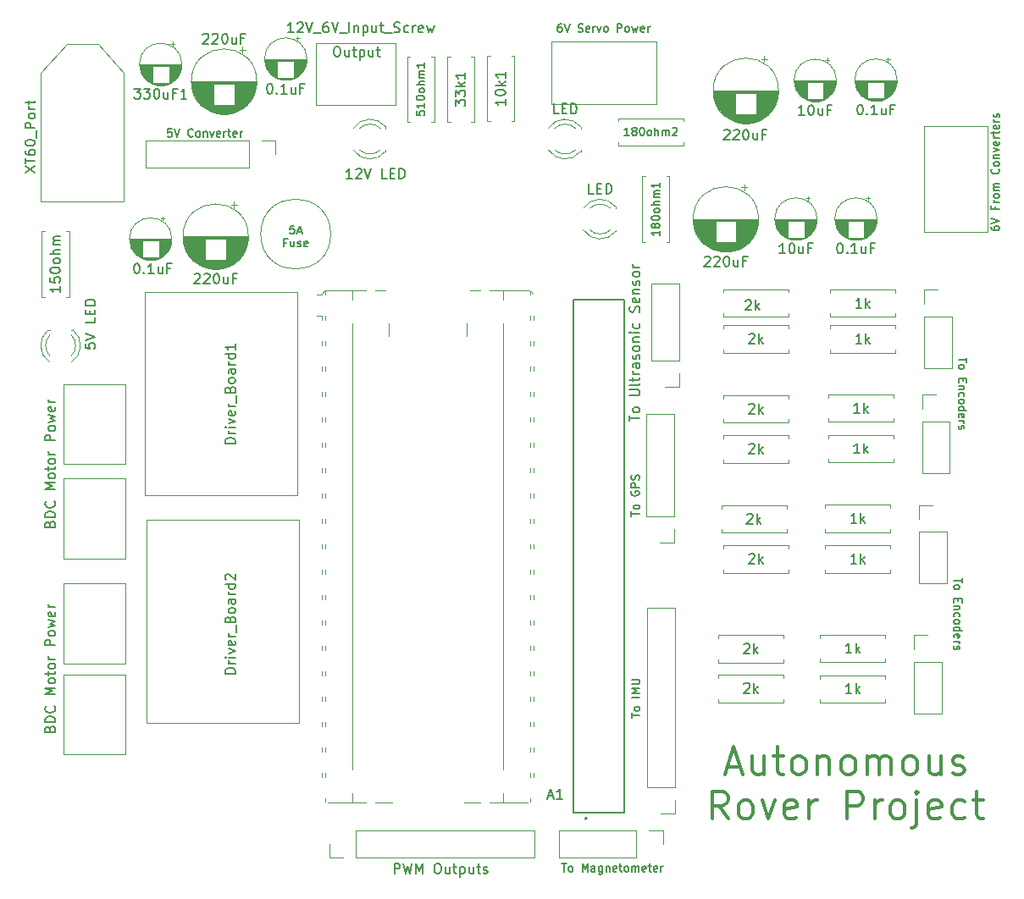
<source format=gbr>
%TF.GenerationSoftware,KiCad,Pcbnew,9.0.3*%
%TF.CreationDate,2025-08-05T09:32:11-05:00*%
%TF.ProjectId,Power Distribution PCB Schematic,506f7765-7220-4446-9973-747269627574,rev?*%
%TF.SameCoordinates,Original*%
%TF.FileFunction,Legend,Top*%
%TF.FilePolarity,Positive*%
%FSLAX46Y46*%
G04 Gerber Fmt 4.6, Leading zero omitted, Abs format (unit mm)*
G04 Created by KiCad (PCBNEW 9.0.3) date 2025-08-05 09:32:11*
%MOMM*%
%LPD*%
G01*
G04 APERTURE LIST*
%ADD10C,0.150000*%
%ADD11C,0.343750*%
%ADD12C,0.100000*%
%ADD13C,0.120000*%
%ADD14C,0.127000*%
%ADD15C,0.200000*%
G04 APERTURE END LIST*
D10*
X24001009Y-98602656D02*
X24048628Y-98459799D01*
X24048628Y-98459799D02*
X24096247Y-98412180D01*
X24096247Y-98412180D02*
X24191485Y-98364561D01*
X24191485Y-98364561D02*
X24334342Y-98364561D01*
X24334342Y-98364561D02*
X24429580Y-98412180D01*
X24429580Y-98412180D02*
X24477200Y-98459799D01*
X24477200Y-98459799D02*
X24524819Y-98555037D01*
X24524819Y-98555037D02*
X24524819Y-98935989D01*
X24524819Y-98935989D02*
X23524819Y-98935989D01*
X23524819Y-98935989D02*
X23524819Y-98602656D01*
X23524819Y-98602656D02*
X23572438Y-98507418D01*
X23572438Y-98507418D02*
X23620057Y-98459799D01*
X23620057Y-98459799D02*
X23715295Y-98412180D01*
X23715295Y-98412180D02*
X23810533Y-98412180D01*
X23810533Y-98412180D02*
X23905771Y-98459799D01*
X23905771Y-98459799D02*
X23953390Y-98507418D01*
X23953390Y-98507418D02*
X24001009Y-98602656D01*
X24001009Y-98602656D02*
X24001009Y-98935989D01*
X24524819Y-97935989D02*
X23524819Y-97935989D01*
X23524819Y-97935989D02*
X23524819Y-97697894D01*
X23524819Y-97697894D02*
X23572438Y-97555037D01*
X23572438Y-97555037D02*
X23667676Y-97459799D01*
X23667676Y-97459799D02*
X23762914Y-97412180D01*
X23762914Y-97412180D02*
X23953390Y-97364561D01*
X23953390Y-97364561D02*
X24096247Y-97364561D01*
X24096247Y-97364561D02*
X24286723Y-97412180D01*
X24286723Y-97412180D02*
X24381961Y-97459799D01*
X24381961Y-97459799D02*
X24477200Y-97555037D01*
X24477200Y-97555037D02*
X24524819Y-97697894D01*
X24524819Y-97697894D02*
X24524819Y-97935989D01*
X24429580Y-96364561D02*
X24477200Y-96412180D01*
X24477200Y-96412180D02*
X24524819Y-96555037D01*
X24524819Y-96555037D02*
X24524819Y-96650275D01*
X24524819Y-96650275D02*
X24477200Y-96793132D01*
X24477200Y-96793132D02*
X24381961Y-96888370D01*
X24381961Y-96888370D02*
X24286723Y-96935989D01*
X24286723Y-96935989D02*
X24096247Y-96983608D01*
X24096247Y-96983608D02*
X23953390Y-96983608D01*
X23953390Y-96983608D02*
X23762914Y-96935989D01*
X23762914Y-96935989D02*
X23667676Y-96888370D01*
X23667676Y-96888370D02*
X23572438Y-96793132D01*
X23572438Y-96793132D02*
X23524819Y-96650275D01*
X23524819Y-96650275D02*
X23524819Y-96555037D01*
X23524819Y-96555037D02*
X23572438Y-96412180D01*
X23572438Y-96412180D02*
X23620057Y-96364561D01*
X24524819Y-95174084D02*
X23524819Y-95174084D01*
X23524819Y-95174084D02*
X24239104Y-94840751D01*
X24239104Y-94840751D02*
X23524819Y-94507418D01*
X23524819Y-94507418D02*
X24524819Y-94507418D01*
X24524819Y-93888370D02*
X24477200Y-93983608D01*
X24477200Y-93983608D02*
X24429580Y-94031227D01*
X24429580Y-94031227D02*
X24334342Y-94078846D01*
X24334342Y-94078846D02*
X24048628Y-94078846D01*
X24048628Y-94078846D02*
X23953390Y-94031227D01*
X23953390Y-94031227D02*
X23905771Y-93983608D01*
X23905771Y-93983608D02*
X23858152Y-93888370D01*
X23858152Y-93888370D02*
X23858152Y-93745513D01*
X23858152Y-93745513D02*
X23905771Y-93650275D01*
X23905771Y-93650275D02*
X23953390Y-93602656D01*
X23953390Y-93602656D02*
X24048628Y-93555037D01*
X24048628Y-93555037D02*
X24334342Y-93555037D01*
X24334342Y-93555037D02*
X24429580Y-93602656D01*
X24429580Y-93602656D02*
X24477200Y-93650275D01*
X24477200Y-93650275D02*
X24524819Y-93745513D01*
X24524819Y-93745513D02*
X24524819Y-93888370D01*
X23858152Y-93269322D02*
X23858152Y-92888370D01*
X23524819Y-93126465D02*
X24381961Y-93126465D01*
X24381961Y-93126465D02*
X24477200Y-93078846D01*
X24477200Y-93078846D02*
X24524819Y-92983608D01*
X24524819Y-92983608D02*
X24524819Y-92888370D01*
X24524819Y-92412179D02*
X24477200Y-92507417D01*
X24477200Y-92507417D02*
X24429580Y-92555036D01*
X24429580Y-92555036D02*
X24334342Y-92602655D01*
X24334342Y-92602655D02*
X24048628Y-92602655D01*
X24048628Y-92602655D02*
X23953390Y-92555036D01*
X23953390Y-92555036D02*
X23905771Y-92507417D01*
X23905771Y-92507417D02*
X23858152Y-92412179D01*
X23858152Y-92412179D02*
X23858152Y-92269322D01*
X23858152Y-92269322D02*
X23905771Y-92174084D01*
X23905771Y-92174084D02*
X23953390Y-92126465D01*
X23953390Y-92126465D02*
X24048628Y-92078846D01*
X24048628Y-92078846D02*
X24334342Y-92078846D01*
X24334342Y-92078846D02*
X24429580Y-92126465D01*
X24429580Y-92126465D02*
X24477200Y-92174084D01*
X24477200Y-92174084D02*
X24524819Y-92269322D01*
X24524819Y-92269322D02*
X24524819Y-92412179D01*
X24524819Y-91650274D02*
X23858152Y-91650274D01*
X24048628Y-91650274D02*
X23953390Y-91602655D01*
X23953390Y-91602655D02*
X23905771Y-91555036D01*
X23905771Y-91555036D02*
X23858152Y-91459798D01*
X23858152Y-91459798D02*
X23858152Y-91364560D01*
X24524819Y-90269321D02*
X23524819Y-90269321D01*
X23524819Y-90269321D02*
X23524819Y-89888369D01*
X23524819Y-89888369D02*
X23572438Y-89793131D01*
X23572438Y-89793131D02*
X23620057Y-89745512D01*
X23620057Y-89745512D02*
X23715295Y-89697893D01*
X23715295Y-89697893D02*
X23858152Y-89697893D01*
X23858152Y-89697893D02*
X23953390Y-89745512D01*
X23953390Y-89745512D02*
X24001009Y-89793131D01*
X24001009Y-89793131D02*
X24048628Y-89888369D01*
X24048628Y-89888369D02*
X24048628Y-90269321D01*
X24524819Y-89126464D02*
X24477200Y-89221702D01*
X24477200Y-89221702D02*
X24429580Y-89269321D01*
X24429580Y-89269321D02*
X24334342Y-89316940D01*
X24334342Y-89316940D02*
X24048628Y-89316940D01*
X24048628Y-89316940D02*
X23953390Y-89269321D01*
X23953390Y-89269321D02*
X23905771Y-89221702D01*
X23905771Y-89221702D02*
X23858152Y-89126464D01*
X23858152Y-89126464D02*
X23858152Y-88983607D01*
X23858152Y-88983607D02*
X23905771Y-88888369D01*
X23905771Y-88888369D02*
X23953390Y-88840750D01*
X23953390Y-88840750D02*
X24048628Y-88793131D01*
X24048628Y-88793131D02*
X24334342Y-88793131D01*
X24334342Y-88793131D02*
X24429580Y-88840750D01*
X24429580Y-88840750D02*
X24477200Y-88888369D01*
X24477200Y-88888369D02*
X24524819Y-88983607D01*
X24524819Y-88983607D02*
X24524819Y-89126464D01*
X23858152Y-88459797D02*
X24524819Y-88269321D01*
X24524819Y-88269321D02*
X24048628Y-88078845D01*
X24048628Y-88078845D02*
X24524819Y-87888369D01*
X24524819Y-87888369D02*
X23858152Y-87697893D01*
X24477200Y-86935988D02*
X24524819Y-87031226D01*
X24524819Y-87031226D02*
X24524819Y-87221702D01*
X24524819Y-87221702D02*
X24477200Y-87316940D01*
X24477200Y-87316940D02*
X24381961Y-87364559D01*
X24381961Y-87364559D02*
X24001009Y-87364559D01*
X24001009Y-87364559D02*
X23905771Y-87316940D01*
X23905771Y-87316940D02*
X23858152Y-87221702D01*
X23858152Y-87221702D02*
X23858152Y-87031226D01*
X23858152Y-87031226D02*
X23905771Y-86935988D01*
X23905771Y-86935988D02*
X24001009Y-86888369D01*
X24001009Y-86888369D02*
X24096247Y-86888369D01*
X24096247Y-86888369D02*
X24191485Y-87364559D01*
X24524819Y-86459797D02*
X23858152Y-86459797D01*
X24048628Y-86459797D02*
X23953390Y-86412178D01*
X23953390Y-86412178D02*
X23905771Y-86364559D01*
X23905771Y-86364559D02*
X23858152Y-86269321D01*
X23858152Y-86269321D02*
X23858152Y-86174083D01*
X82143821Y-97501724D02*
X82143821Y-97044581D01*
X82943821Y-97273153D02*
X82143821Y-97273153D01*
X82943821Y-96663629D02*
X82905726Y-96739819D01*
X82905726Y-96739819D02*
X82867630Y-96777914D01*
X82867630Y-96777914D02*
X82791440Y-96816010D01*
X82791440Y-96816010D02*
X82562868Y-96816010D01*
X82562868Y-96816010D02*
X82486678Y-96777914D01*
X82486678Y-96777914D02*
X82448583Y-96739819D01*
X82448583Y-96739819D02*
X82410487Y-96663629D01*
X82410487Y-96663629D02*
X82410487Y-96549343D01*
X82410487Y-96549343D02*
X82448583Y-96473152D01*
X82448583Y-96473152D02*
X82486678Y-96435057D01*
X82486678Y-96435057D02*
X82562868Y-96396962D01*
X82562868Y-96396962D02*
X82791440Y-96396962D01*
X82791440Y-96396962D02*
X82867630Y-96435057D01*
X82867630Y-96435057D02*
X82905726Y-96473152D01*
X82905726Y-96473152D02*
X82943821Y-96549343D01*
X82943821Y-96549343D02*
X82943821Y-96663629D01*
X82943821Y-95444580D02*
X82143821Y-95444580D01*
X82943821Y-95063628D02*
X82143821Y-95063628D01*
X82143821Y-95063628D02*
X82715249Y-94796962D01*
X82715249Y-94796962D02*
X82143821Y-94530295D01*
X82143821Y-94530295D02*
X82943821Y-94530295D01*
X82143821Y-94149342D02*
X82791440Y-94149342D01*
X82791440Y-94149342D02*
X82867630Y-94111247D01*
X82867630Y-94111247D02*
X82905726Y-94073152D01*
X82905726Y-94073152D02*
X82943821Y-93996961D01*
X82943821Y-93996961D02*
X82943821Y-93844580D01*
X82943821Y-93844580D02*
X82905726Y-93768390D01*
X82905726Y-93768390D02*
X82867630Y-93730295D01*
X82867630Y-93730295D02*
X82791440Y-93692199D01*
X82791440Y-93692199D02*
X82143821Y-93692199D01*
X58427142Y-113081284D02*
X58427142Y-112081284D01*
X58427142Y-112081284D02*
X58808094Y-112081284D01*
X58808094Y-112081284D02*
X58903332Y-112128903D01*
X58903332Y-112128903D02*
X58950951Y-112176522D01*
X58950951Y-112176522D02*
X58998570Y-112271760D01*
X58998570Y-112271760D02*
X58998570Y-112414617D01*
X58998570Y-112414617D02*
X58950951Y-112509855D01*
X58950951Y-112509855D02*
X58903332Y-112557474D01*
X58903332Y-112557474D02*
X58808094Y-112605093D01*
X58808094Y-112605093D02*
X58427142Y-112605093D01*
X59331904Y-112081284D02*
X59569999Y-113081284D01*
X59569999Y-113081284D02*
X59760475Y-112366998D01*
X59760475Y-112366998D02*
X59950951Y-113081284D01*
X59950951Y-113081284D02*
X60189047Y-112081284D01*
X60569999Y-113081284D02*
X60569999Y-112081284D01*
X60569999Y-112081284D02*
X60903332Y-112795569D01*
X60903332Y-112795569D02*
X61236665Y-112081284D01*
X61236665Y-112081284D02*
X61236665Y-113081284D01*
X62665237Y-112081284D02*
X62855713Y-112081284D01*
X62855713Y-112081284D02*
X62950951Y-112128903D01*
X62950951Y-112128903D02*
X63046189Y-112224141D01*
X63046189Y-112224141D02*
X63093808Y-112414617D01*
X63093808Y-112414617D02*
X63093808Y-112747950D01*
X63093808Y-112747950D02*
X63046189Y-112938426D01*
X63046189Y-112938426D02*
X62950951Y-113033665D01*
X62950951Y-113033665D02*
X62855713Y-113081284D01*
X62855713Y-113081284D02*
X62665237Y-113081284D01*
X62665237Y-113081284D02*
X62569999Y-113033665D01*
X62569999Y-113033665D02*
X62474761Y-112938426D01*
X62474761Y-112938426D02*
X62427142Y-112747950D01*
X62427142Y-112747950D02*
X62427142Y-112414617D01*
X62427142Y-112414617D02*
X62474761Y-112224141D01*
X62474761Y-112224141D02*
X62569999Y-112128903D01*
X62569999Y-112128903D02*
X62665237Y-112081284D01*
X63950951Y-112414617D02*
X63950951Y-113081284D01*
X63522380Y-112414617D02*
X63522380Y-112938426D01*
X63522380Y-112938426D02*
X63569999Y-113033665D01*
X63569999Y-113033665D02*
X63665237Y-113081284D01*
X63665237Y-113081284D02*
X63808094Y-113081284D01*
X63808094Y-113081284D02*
X63903332Y-113033665D01*
X63903332Y-113033665D02*
X63950951Y-112986045D01*
X64284285Y-112414617D02*
X64665237Y-112414617D01*
X64427142Y-112081284D02*
X64427142Y-112938426D01*
X64427142Y-112938426D02*
X64474761Y-113033665D01*
X64474761Y-113033665D02*
X64569999Y-113081284D01*
X64569999Y-113081284D02*
X64665237Y-113081284D01*
X64998571Y-112414617D02*
X64998571Y-113414617D01*
X64998571Y-112462236D02*
X65093809Y-112414617D01*
X65093809Y-112414617D02*
X65284285Y-112414617D01*
X65284285Y-112414617D02*
X65379523Y-112462236D01*
X65379523Y-112462236D02*
X65427142Y-112509855D01*
X65427142Y-112509855D02*
X65474761Y-112605093D01*
X65474761Y-112605093D02*
X65474761Y-112890807D01*
X65474761Y-112890807D02*
X65427142Y-112986045D01*
X65427142Y-112986045D02*
X65379523Y-113033665D01*
X65379523Y-113033665D02*
X65284285Y-113081284D01*
X65284285Y-113081284D02*
X65093809Y-113081284D01*
X65093809Y-113081284D02*
X64998571Y-113033665D01*
X66331904Y-112414617D02*
X66331904Y-113081284D01*
X65903333Y-112414617D02*
X65903333Y-112938426D01*
X65903333Y-112938426D02*
X65950952Y-113033665D01*
X65950952Y-113033665D02*
X66046190Y-113081284D01*
X66046190Y-113081284D02*
X66189047Y-113081284D01*
X66189047Y-113081284D02*
X66284285Y-113033665D01*
X66284285Y-113033665D02*
X66331904Y-112986045D01*
X66665238Y-112414617D02*
X67046190Y-112414617D01*
X66808095Y-112081284D02*
X66808095Y-112938426D01*
X66808095Y-112938426D02*
X66855714Y-113033665D01*
X66855714Y-113033665D02*
X66950952Y-113081284D01*
X66950952Y-113081284D02*
X67046190Y-113081284D01*
X67331905Y-113033665D02*
X67427143Y-113081284D01*
X67427143Y-113081284D02*
X67617619Y-113081284D01*
X67617619Y-113081284D02*
X67712857Y-113033665D01*
X67712857Y-113033665D02*
X67760476Y-112938426D01*
X67760476Y-112938426D02*
X67760476Y-112890807D01*
X67760476Y-112890807D02*
X67712857Y-112795569D01*
X67712857Y-112795569D02*
X67617619Y-112747950D01*
X67617619Y-112747950D02*
X67474762Y-112747950D01*
X67474762Y-112747950D02*
X67379524Y-112700331D01*
X67379524Y-112700331D02*
X67331905Y-112605093D01*
X67331905Y-112605093D02*
X67331905Y-112557474D01*
X67331905Y-112557474D02*
X67379524Y-112462236D01*
X67379524Y-112462236D02*
X67474762Y-112414617D01*
X67474762Y-112414617D02*
X67617619Y-112414617D01*
X67617619Y-112414617D02*
X67712857Y-112462236D01*
X36170112Y-38594295D02*
X35789160Y-38594295D01*
X35789160Y-38594295D02*
X35751064Y-38975247D01*
X35751064Y-38975247D02*
X35789160Y-38937152D01*
X35789160Y-38937152D02*
X35865350Y-38899057D01*
X35865350Y-38899057D02*
X36055826Y-38899057D01*
X36055826Y-38899057D02*
X36132017Y-38937152D01*
X36132017Y-38937152D02*
X36170112Y-38975247D01*
X36170112Y-38975247D02*
X36208207Y-39051438D01*
X36208207Y-39051438D02*
X36208207Y-39241914D01*
X36208207Y-39241914D02*
X36170112Y-39318104D01*
X36170112Y-39318104D02*
X36132017Y-39356200D01*
X36132017Y-39356200D02*
X36055826Y-39394295D01*
X36055826Y-39394295D02*
X35865350Y-39394295D01*
X35865350Y-39394295D02*
X35789160Y-39356200D01*
X35789160Y-39356200D02*
X35751064Y-39318104D01*
X36436779Y-38594295D02*
X36703446Y-39394295D01*
X36703446Y-39394295D02*
X36970112Y-38594295D01*
X38303446Y-39318104D02*
X38265350Y-39356200D01*
X38265350Y-39356200D02*
X38151065Y-39394295D01*
X38151065Y-39394295D02*
X38074874Y-39394295D01*
X38074874Y-39394295D02*
X37960588Y-39356200D01*
X37960588Y-39356200D02*
X37884398Y-39280009D01*
X37884398Y-39280009D02*
X37846303Y-39203819D01*
X37846303Y-39203819D02*
X37808207Y-39051438D01*
X37808207Y-39051438D02*
X37808207Y-38937152D01*
X37808207Y-38937152D02*
X37846303Y-38784771D01*
X37846303Y-38784771D02*
X37884398Y-38708580D01*
X37884398Y-38708580D02*
X37960588Y-38632390D01*
X37960588Y-38632390D02*
X38074874Y-38594295D01*
X38074874Y-38594295D02*
X38151065Y-38594295D01*
X38151065Y-38594295D02*
X38265350Y-38632390D01*
X38265350Y-38632390D02*
X38303446Y-38670485D01*
X38760588Y-39394295D02*
X38684398Y-39356200D01*
X38684398Y-39356200D02*
X38646303Y-39318104D01*
X38646303Y-39318104D02*
X38608207Y-39241914D01*
X38608207Y-39241914D02*
X38608207Y-39013342D01*
X38608207Y-39013342D02*
X38646303Y-38937152D01*
X38646303Y-38937152D02*
X38684398Y-38899057D01*
X38684398Y-38899057D02*
X38760588Y-38860961D01*
X38760588Y-38860961D02*
X38874874Y-38860961D01*
X38874874Y-38860961D02*
X38951065Y-38899057D01*
X38951065Y-38899057D02*
X38989160Y-38937152D01*
X38989160Y-38937152D02*
X39027255Y-39013342D01*
X39027255Y-39013342D02*
X39027255Y-39241914D01*
X39027255Y-39241914D02*
X38989160Y-39318104D01*
X38989160Y-39318104D02*
X38951065Y-39356200D01*
X38951065Y-39356200D02*
X38874874Y-39394295D01*
X38874874Y-39394295D02*
X38760588Y-39394295D01*
X39370113Y-38860961D02*
X39370113Y-39394295D01*
X39370113Y-38937152D02*
X39408208Y-38899057D01*
X39408208Y-38899057D02*
X39484398Y-38860961D01*
X39484398Y-38860961D02*
X39598684Y-38860961D01*
X39598684Y-38860961D02*
X39674875Y-38899057D01*
X39674875Y-38899057D02*
X39712970Y-38975247D01*
X39712970Y-38975247D02*
X39712970Y-39394295D01*
X40017732Y-38860961D02*
X40208208Y-39394295D01*
X40208208Y-39394295D02*
X40398685Y-38860961D01*
X41008209Y-39356200D02*
X40932018Y-39394295D01*
X40932018Y-39394295D02*
X40779637Y-39394295D01*
X40779637Y-39394295D02*
X40703447Y-39356200D01*
X40703447Y-39356200D02*
X40665351Y-39280009D01*
X40665351Y-39280009D02*
X40665351Y-38975247D01*
X40665351Y-38975247D02*
X40703447Y-38899057D01*
X40703447Y-38899057D02*
X40779637Y-38860961D01*
X40779637Y-38860961D02*
X40932018Y-38860961D01*
X40932018Y-38860961D02*
X41008209Y-38899057D01*
X41008209Y-38899057D02*
X41046304Y-38975247D01*
X41046304Y-38975247D02*
X41046304Y-39051438D01*
X41046304Y-39051438D02*
X40665351Y-39127628D01*
X41389161Y-39394295D02*
X41389161Y-38860961D01*
X41389161Y-39013342D02*
X41427256Y-38937152D01*
X41427256Y-38937152D02*
X41465351Y-38899057D01*
X41465351Y-38899057D02*
X41541542Y-38860961D01*
X41541542Y-38860961D02*
X41617732Y-38860961D01*
X41770113Y-38860961D02*
X42074875Y-38860961D01*
X41884399Y-38594295D02*
X41884399Y-39280009D01*
X41884399Y-39280009D02*
X41922494Y-39356200D01*
X41922494Y-39356200D02*
X41998684Y-39394295D01*
X41998684Y-39394295D02*
X42074875Y-39394295D01*
X42646304Y-39356200D02*
X42570113Y-39394295D01*
X42570113Y-39394295D02*
X42417732Y-39394295D01*
X42417732Y-39394295D02*
X42341542Y-39356200D01*
X42341542Y-39356200D02*
X42303446Y-39280009D01*
X42303446Y-39280009D02*
X42303446Y-38975247D01*
X42303446Y-38975247D02*
X42341542Y-38899057D01*
X42341542Y-38899057D02*
X42417732Y-38860961D01*
X42417732Y-38860961D02*
X42570113Y-38860961D01*
X42570113Y-38860961D02*
X42646304Y-38899057D01*
X42646304Y-38899057D02*
X42684399Y-38975247D01*
X42684399Y-38975247D02*
X42684399Y-39051438D01*
X42684399Y-39051438D02*
X42303446Y-39127628D01*
X43027256Y-39394295D02*
X43027256Y-38860961D01*
X43027256Y-39013342D02*
X43065351Y-38937152D01*
X43065351Y-38937152D02*
X43103446Y-38899057D01*
X43103446Y-38899057D02*
X43179637Y-38860961D01*
X43179637Y-38860961D02*
X43255827Y-38860961D01*
X75132017Y-28094295D02*
X74979636Y-28094295D01*
X74979636Y-28094295D02*
X74903445Y-28132390D01*
X74903445Y-28132390D02*
X74865350Y-28170485D01*
X74865350Y-28170485D02*
X74789160Y-28284771D01*
X74789160Y-28284771D02*
X74751064Y-28437152D01*
X74751064Y-28437152D02*
X74751064Y-28741914D01*
X74751064Y-28741914D02*
X74789160Y-28818104D01*
X74789160Y-28818104D02*
X74827255Y-28856200D01*
X74827255Y-28856200D02*
X74903445Y-28894295D01*
X74903445Y-28894295D02*
X75055826Y-28894295D01*
X75055826Y-28894295D02*
X75132017Y-28856200D01*
X75132017Y-28856200D02*
X75170112Y-28818104D01*
X75170112Y-28818104D02*
X75208207Y-28741914D01*
X75208207Y-28741914D02*
X75208207Y-28551438D01*
X75208207Y-28551438D02*
X75170112Y-28475247D01*
X75170112Y-28475247D02*
X75132017Y-28437152D01*
X75132017Y-28437152D02*
X75055826Y-28399057D01*
X75055826Y-28399057D02*
X74903445Y-28399057D01*
X74903445Y-28399057D02*
X74827255Y-28437152D01*
X74827255Y-28437152D02*
X74789160Y-28475247D01*
X74789160Y-28475247D02*
X74751064Y-28551438D01*
X75436779Y-28094295D02*
X75703446Y-28894295D01*
X75703446Y-28894295D02*
X75970112Y-28094295D01*
X76808207Y-28856200D02*
X76922493Y-28894295D01*
X76922493Y-28894295D02*
X77112969Y-28894295D01*
X77112969Y-28894295D02*
X77189160Y-28856200D01*
X77189160Y-28856200D02*
X77227255Y-28818104D01*
X77227255Y-28818104D02*
X77265350Y-28741914D01*
X77265350Y-28741914D02*
X77265350Y-28665723D01*
X77265350Y-28665723D02*
X77227255Y-28589533D01*
X77227255Y-28589533D02*
X77189160Y-28551438D01*
X77189160Y-28551438D02*
X77112969Y-28513342D01*
X77112969Y-28513342D02*
X76960588Y-28475247D01*
X76960588Y-28475247D02*
X76884398Y-28437152D01*
X76884398Y-28437152D02*
X76846303Y-28399057D01*
X76846303Y-28399057D02*
X76808207Y-28322866D01*
X76808207Y-28322866D02*
X76808207Y-28246676D01*
X76808207Y-28246676D02*
X76846303Y-28170485D01*
X76846303Y-28170485D02*
X76884398Y-28132390D01*
X76884398Y-28132390D02*
X76960588Y-28094295D01*
X76960588Y-28094295D02*
X77151065Y-28094295D01*
X77151065Y-28094295D02*
X77265350Y-28132390D01*
X77912970Y-28856200D02*
X77836779Y-28894295D01*
X77836779Y-28894295D02*
X77684398Y-28894295D01*
X77684398Y-28894295D02*
X77608208Y-28856200D01*
X77608208Y-28856200D02*
X77570112Y-28780009D01*
X77570112Y-28780009D02*
X77570112Y-28475247D01*
X77570112Y-28475247D02*
X77608208Y-28399057D01*
X77608208Y-28399057D02*
X77684398Y-28360961D01*
X77684398Y-28360961D02*
X77836779Y-28360961D01*
X77836779Y-28360961D02*
X77912970Y-28399057D01*
X77912970Y-28399057D02*
X77951065Y-28475247D01*
X77951065Y-28475247D02*
X77951065Y-28551438D01*
X77951065Y-28551438D02*
X77570112Y-28627628D01*
X78293922Y-28894295D02*
X78293922Y-28360961D01*
X78293922Y-28513342D02*
X78332017Y-28437152D01*
X78332017Y-28437152D02*
X78370112Y-28399057D01*
X78370112Y-28399057D02*
X78446303Y-28360961D01*
X78446303Y-28360961D02*
X78522493Y-28360961D01*
X78712969Y-28360961D02*
X78903445Y-28894295D01*
X78903445Y-28894295D02*
X79093922Y-28360961D01*
X79512969Y-28894295D02*
X79436779Y-28856200D01*
X79436779Y-28856200D02*
X79398684Y-28818104D01*
X79398684Y-28818104D02*
X79360588Y-28741914D01*
X79360588Y-28741914D02*
X79360588Y-28513342D01*
X79360588Y-28513342D02*
X79398684Y-28437152D01*
X79398684Y-28437152D02*
X79436779Y-28399057D01*
X79436779Y-28399057D02*
X79512969Y-28360961D01*
X79512969Y-28360961D02*
X79627255Y-28360961D01*
X79627255Y-28360961D02*
X79703446Y-28399057D01*
X79703446Y-28399057D02*
X79741541Y-28437152D01*
X79741541Y-28437152D02*
X79779636Y-28513342D01*
X79779636Y-28513342D02*
X79779636Y-28741914D01*
X79779636Y-28741914D02*
X79741541Y-28818104D01*
X79741541Y-28818104D02*
X79703446Y-28856200D01*
X79703446Y-28856200D02*
X79627255Y-28894295D01*
X79627255Y-28894295D02*
X79512969Y-28894295D01*
X80732018Y-28894295D02*
X80732018Y-28094295D01*
X80732018Y-28094295D02*
X81036780Y-28094295D01*
X81036780Y-28094295D02*
X81112970Y-28132390D01*
X81112970Y-28132390D02*
X81151065Y-28170485D01*
X81151065Y-28170485D02*
X81189161Y-28246676D01*
X81189161Y-28246676D02*
X81189161Y-28360961D01*
X81189161Y-28360961D02*
X81151065Y-28437152D01*
X81151065Y-28437152D02*
X81112970Y-28475247D01*
X81112970Y-28475247D02*
X81036780Y-28513342D01*
X81036780Y-28513342D02*
X80732018Y-28513342D01*
X81646303Y-28894295D02*
X81570113Y-28856200D01*
X81570113Y-28856200D02*
X81532018Y-28818104D01*
X81532018Y-28818104D02*
X81493922Y-28741914D01*
X81493922Y-28741914D02*
X81493922Y-28513342D01*
X81493922Y-28513342D02*
X81532018Y-28437152D01*
X81532018Y-28437152D02*
X81570113Y-28399057D01*
X81570113Y-28399057D02*
X81646303Y-28360961D01*
X81646303Y-28360961D02*
X81760589Y-28360961D01*
X81760589Y-28360961D02*
X81836780Y-28399057D01*
X81836780Y-28399057D02*
X81874875Y-28437152D01*
X81874875Y-28437152D02*
X81912970Y-28513342D01*
X81912970Y-28513342D02*
X81912970Y-28741914D01*
X81912970Y-28741914D02*
X81874875Y-28818104D01*
X81874875Y-28818104D02*
X81836780Y-28856200D01*
X81836780Y-28856200D02*
X81760589Y-28894295D01*
X81760589Y-28894295D02*
X81646303Y-28894295D01*
X82179637Y-28360961D02*
X82332018Y-28894295D01*
X82332018Y-28894295D02*
X82484399Y-28513342D01*
X82484399Y-28513342D02*
X82636780Y-28894295D01*
X82636780Y-28894295D02*
X82789161Y-28360961D01*
X83398685Y-28856200D02*
X83322494Y-28894295D01*
X83322494Y-28894295D02*
X83170113Y-28894295D01*
X83170113Y-28894295D02*
X83093923Y-28856200D01*
X83093923Y-28856200D02*
X83055827Y-28780009D01*
X83055827Y-28780009D02*
X83055827Y-28475247D01*
X83055827Y-28475247D02*
X83093923Y-28399057D01*
X83093923Y-28399057D02*
X83170113Y-28360961D01*
X83170113Y-28360961D02*
X83322494Y-28360961D01*
X83322494Y-28360961D02*
X83398685Y-28399057D01*
X83398685Y-28399057D02*
X83436780Y-28475247D01*
X83436780Y-28475247D02*
X83436780Y-28551438D01*
X83436780Y-28551438D02*
X83055827Y-28627628D01*
X83779637Y-28894295D02*
X83779637Y-28360961D01*
X83779637Y-28513342D02*
X83817732Y-28437152D01*
X83817732Y-28437152D02*
X83855827Y-28399057D01*
X83855827Y-28399057D02*
X83932018Y-28360961D01*
X83932018Y-28360961D02*
X84008208Y-28360961D01*
X54212856Y-43581284D02*
X53641428Y-43581284D01*
X53927142Y-43581284D02*
X53927142Y-42581284D01*
X53927142Y-42581284D02*
X53831904Y-42724141D01*
X53831904Y-42724141D02*
X53736666Y-42819379D01*
X53736666Y-42819379D02*
X53641428Y-42866998D01*
X54593809Y-42676522D02*
X54641428Y-42628903D01*
X54641428Y-42628903D02*
X54736666Y-42581284D01*
X54736666Y-42581284D02*
X54974761Y-42581284D01*
X54974761Y-42581284D02*
X55069999Y-42628903D01*
X55069999Y-42628903D02*
X55117618Y-42676522D01*
X55117618Y-42676522D02*
X55165237Y-42771760D01*
X55165237Y-42771760D02*
X55165237Y-42866998D01*
X55165237Y-42866998D02*
X55117618Y-43009855D01*
X55117618Y-43009855D02*
X54546190Y-43581284D01*
X54546190Y-43581284D02*
X55165237Y-43581284D01*
X55450952Y-42581284D02*
X55784285Y-43581284D01*
X55784285Y-43581284D02*
X56117618Y-42581284D01*
X57689047Y-43581284D02*
X57212857Y-43581284D01*
X57212857Y-43581284D02*
X57212857Y-42581284D01*
X58022381Y-43057474D02*
X58355714Y-43057474D01*
X58498571Y-43581284D02*
X58022381Y-43581284D01*
X58022381Y-43581284D02*
X58022381Y-42581284D01*
X58022381Y-42581284D02*
X58498571Y-42581284D01*
X58927143Y-43581284D02*
X58927143Y-42581284D01*
X58927143Y-42581284D02*
X59165238Y-42581284D01*
X59165238Y-42581284D02*
X59308095Y-42628903D01*
X59308095Y-42628903D02*
X59403333Y-42724141D01*
X59403333Y-42724141D02*
X59450952Y-42819379D01*
X59450952Y-42819379D02*
X59498571Y-43009855D01*
X59498571Y-43009855D02*
X59498571Y-43152712D01*
X59498571Y-43152712D02*
X59450952Y-43343188D01*
X59450952Y-43343188D02*
X59403333Y-43438426D01*
X59403333Y-43438426D02*
X59308095Y-43533665D01*
X59308095Y-43533665D02*
X59165238Y-43581284D01*
X59165238Y-43581284D02*
X58927143Y-43581284D01*
X118094295Y-48367982D02*
X118094295Y-48520363D01*
X118094295Y-48520363D02*
X118132390Y-48596554D01*
X118132390Y-48596554D02*
X118170485Y-48634649D01*
X118170485Y-48634649D02*
X118284771Y-48710839D01*
X118284771Y-48710839D02*
X118437152Y-48748935D01*
X118437152Y-48748935D02*
X118741914Y-48748935D01*
X118741914Y-48748935D02*
X118818104Y-48710839D01*
X118818104Y-48710839D02*
X118856200Y-48672744D01*
X118856200Y-48672744D02*
X118894295Y-48596554D01*
X118894295Y-48596554D02*
X118894295Y-48444173D01*
X118894295Y-48444173D02*
X118856200Y-48367982D01*
X118856200Y-48367982D02*
X118818104Y-48329887D01*
X118818104Y-48329887D02*
X118741914Y-48291792D01*
X118741914Y-48291792D02*
X118551438Y-48291792D01*
X118551438Y-48291792D02*
X118475247Y-48329887D01*
X118475247Y-48329887D02*
X118437152Y-48367982D01*
X118437152Y-48367982D02*
X118399057Y-48444173D01*
X118399057Y-48444173D02*
X118399057Y-48596554D01*
X118399057Y-48596554D02*
X118437152Y-48672744D01*
X118437152Y-48672744D02*
X118475247Y-48710839D01*
X118475247Y-48710839D02*
X118551438Y-48748935D01*
X118094295Y-48063220D02*
X118894295Y-47796553D01*
X118894295Y-47796553D02*
X118094295Y-47529887D01*
X118475247Y-46387030D02*
X118475247Y-46653696D01*
X118894295Y-46653696D02*
X118094295Y-46653696D01*
X118094295Y-46653696D02*
X118094295Y-46272744D01*
X118894295Y-45967982D02*
X118360961Y-45967982D01*
X118513342Y-45967982D02*
X118437152Y-45929887D01*
X118437152Y-45929887D02*
X118399057Y-45891792D01*
X118399057Y-45891792D02*
X118360961Y-45815601D01*
X118360961Y-45815601D02*
X118360961Y-45739411D01*
X118894295Y-45358459D02*
X118856200Y-45434649D01*
X118856200Y-45434649D02*
X118818104Y-45472744D01*
X118818104Y-45472744D02*
X118741914Y-45510840D01*
X118741914Y-45510840D02*
X118513342Y-45510840D01*
X118513342Y-45510840D02*
X118437152Y-45472744D01*
X118437152Y-45472744D02*
X118399057Y-45434649D01*
X118399057Y-45434649D02*
X118360961Y-45358459D01*
X118360961Y-45358459D02*
X118360961Y-45244173D01*
X118360961Y-45244173D02*
X118399057Y-45167982D01*
X118399057Y-45167982D02*
X118437152Y-45129887D01*
X118437152Y-45129887D02*
X118513342Y-45091792D01*
X118513342Y-45091792D02*
X118741914Y-45091792D01*
X118741914Y-45091792D02*
X118818104Y-45129887D01*
X118818104Y-45129887D02*
X118856200Y-45167982D01*
X118856200Y-45167982D02*
X118894295Y-45244173D01*
X118894295Y-45244173D02*
X118894295Y-45358459D01*
X118894295Y-44748934D02*
X118360961Y-44748934D01*
X118437152Y-44748934D02*
X118399057Y-44710839D01*
X118399057Y-44710839D02*
X118360961Y-44634649D01*
X118360961Y-44634649D02*
X118360961Y-44520363D01*
X118360961Y-44520363D02*
X118399057Y-44444172D01*
X118399057Y-44444172D02*
X118475247Y-44406077D01*
X118475247Y-44406077D02*
X118894295Y-44406077D01*
X118475247Y-44406077D02*
X118399057Y-44367982D01*
X118399057Y-44367982D02*
X118360961Y-44291791D01*
X118360961Y-44291791D02*
X118360961Y-44177506D01*
X118360961Y-44177506D02*
X118399057Y-44101315D01*
X118399057Y-44101315D02*
X118475247Y-44063220D01*
X118475247Y-44063220D02*
X118894295Y-44063220D01*
X118818104Y-42615600D02*
X118856200Y-42653696D01*
X118856200Y-42653696D02*
X118894295Y-42767981D01*
X118894295Y-42767981D02*
X118894295Y-42844172D01*
X118894295Y-42844172D02*
X118856200Y-42958458D01*
X118856200Y-42958458D02*
X118780009Y-43034648D01*
X118780009Y-43034648D02*
X118703819Y-43072743D01*
X118703819Y-43072743D02*
X118551438Y-43110839D01*
X118551438Y-43110839D02*
X118437152Y-43110839D01*
X118437152Y-43110839D02*
X118284771Y-43072743D01*
X118284771Y-43072743D02*
X118208580Y-43034648D01*
X118208580Y-43034648D02*
X118132390Y-42958458D01*
X118132390Y-42958458D02*
X118094295Y-42844172D01*
X118094295Y-42844172D02*
X118094295Y-42767981D01*
X118094295Y-42767981D02*
X118132390Y-42653696D01*
X118132390Y-42653696D02*
X118170485Y-42615600D01*
X118894295Y-42158458D02*
X118856200Y-42234648D01*
X118856200Y-42234648D02*
X118818104Y-42272743D01*
X118818104Y-42272743D02*
X118741914Y-42310839D01*
X118741914Y-42310839D02*
X118513342Y-42310839D01*
X118513342Y-42310839D02*
X118437152Y-42272743D01*
X118437152Y-42272743D02*
X118399057Y-42234648D01*
X118399057Y-42234648D02*
X118360961Y-42158458D01*
X118360961Y-42158458D02*
X118360961Y-42044172D01*
X118360961Y-42044172D02*
X118399057Y-41967981D01*
X118399057Y-41967981D02*
X118437152Y-41929886D01*
X118437152Y-41929886D02*
X118513342Y-41891791D01*
X118513342Y-41891791D02*
X118741914Y-41891791D01*
X118741914Y-41891791D02*
X118818104Y-41929886D01*
X118818104Y-41929886D02*
X118856200Y-41967981D01*
X118856200Y-41967981D02*
X118894295Y-42044172D01*
X118894295Y-42044172D02*
X118894295Y-42158458D01*
X118360961Y-41548933D02*
X118894295Y-41548933D01*
X118437152Y-41548933D02*
X118399057Y-41510838D01*
X118399057Y-41510838D02*
X118360961Y-41434648D01*
X118360961Y-41434648D02*
X118360961Y-41320362D01*
X118360961Y-41320362D02*
X118399057Y-41244171D01*
X118399057Y-41244171D02*
X118475247Y-41206076D01*
X118475247Y-41206076D02*
X118894295Y-41206076D01*
X118360961Y-40901314D02*
X118894295Y-40710838D01*
X118894295Y-40710838D02*
X118360961Y-40520361D01*
X118856200Y-39910837D02*
X118894295Y-39987028D01*
X118894295Y-39987028D02*
X118894295Y-40139409D01*
X118894295Y-40139409D02*
X118856200Y-40215599D01*
X118856200Y-40215599D02*
X118780009Y-40253695D01*
X118780009Y-40253695D02*
X118475247Y-40253695D01*
X118475247Y-40253695D02*
X118399057Y-40215599D01*
X118399057Y-40215599D02*
X118360961Y-40139409D01*
X118360961Y-40139409D02*
X118360961Y-39987028D01*
X118360961Y-39987028D02*
X118399057Y-39910837D01*
X118399057Y-39910837D02*
X118475247Y-39872742D01*
X118475247Y-39872742D02*
X118551438Y-39872742D01*
X118551438Y-39872742D02*
X118627628Y-40253695D01*
X118894295Y-39529885D02*
X118360961Y-39529885D01*
X118513342Y-39529885D02*
X118437152Y-39491790D01*
X118437152Y-39491790D02*
X118399057Y-39453695D01*
X118399057Y-39453695D02*
X118360961Y-39377504D01*
X118360961Y-39377504D02*
X118360961Y-39301314D01*
X118360961Y-39148933D02*
X118360961Y-38844171D01*
X118094295Y-39034647D02*
X118780009Y-39034647D01*
X118780009Y-39034647D02*
X118856200Y-38996552D01*
X118856200Y-38996552D02*
X118894295Y-38920362D01*
X118894295Y-38920362D02*
X118894295Y-38844171D01*
X118856200Y-38272742D02*
X118894295Y-38348933D01*
X118894295Y-38348933D02*
X118894295Y-38501314D01*
X118894295Y-38501314D02*
X118856200Y-38577504D01*
X118856200Y-38577504D02*
X118780009Y-38615600D01*
X118780009Y-38615600D02*
X118475247Y-38615600D01*
X118475247Y-38615600D02*
X118399057Y-38577504D01*
X118399057Y-38577504D02*
X118360961Y-38501314D01*
X118360961Y-38501314D02*
X118360961Y-38348933D01*
X118360961Y-38348933D02*
X118399057Y-38272742D01*
X118399057Y-38272742D02*
X118475247Y-38234647D01*
X118475247Y-38234647D02*
X118551438Y-38234647D01*
X118551438Y-38234647D02*
X118627628Y-38615600D01*
X118894295Y-37891790D02*
X118360961Y-37891790D01*
X118513342Y-37891790D02*
X118437152Y-37853695D01*
X118437152Y-37853695D02*
X118399057Y-37815600D01*
X118399057Y-37815600D02*
X118360961Y-37739409D01*
X118360961Y-37739409D02*
X118360961Y-37663219D01*
X118856200Y-37434648D02*
X118894295Y-37358457D01*
X118894295Y-37358457D02*
X118894295Y-37206076D01*
X118894295Y-37206076D02*
X118856200Y-37129886D01*
X118856200Y-37129886D02*
X118780009Y-37091790D01*
X118780009Y-37091790D02*
X118741914Y-37091790D01*
X118741914Y-37091790D02*
X118665723Y-37129886D01*
X118665723Y-37129886D02*
X118627628Y-37206076D01*
X118627628Y-37206076D02*
X118627628Y-37320362D01*
X118627628Y-37320362D02*
X118589533Y-37396552D01*
X118589533Y-37396552D02*
X118513342Y-37434648D01*
X118513342Y-37434648D02*
X118475247Y-37434648D01*
X118475247Y-37434648D02*
X118399057Y-37396552D01*
X118399057Y-37396552D02*
X118360961Y-37320362D01*
X118360961Y-37320362D02*
X118360961Y-37206076D01*
X118360961Y-37206076D02*
X118399057Y-37129886D01*
X48417619Y-48306340D02*
X48036667Y-48306340D01*
X48036667Y-48306340D02*
X47998571Y-48687292D01*
X47998571Y-48687292D02*
X48036667Y-48649197D01*
X48036667Y-48649197D02*
X48112857Y-48611102D01*
X48112857Y-48611102D02*
X48303333Y-48611102D01*
X48303333Y-48611102D02*
X48379524Y-48649197D01*
X48379524Y-48649197D02*
X48417619Y-48687292D01*
X48417619Y-48687292D02*
X48455714Y-48763483D01*
X48455714Y-48763483D02*
X48455714Y-48953959D01*
X48455714Y-48953959D02*
X48417619Y-49030149D01*
X48417619Y-49030149D02*
X48379524Y-49068245D01*
X48379524Y-49068245D02*
X48303333Y-49106340D01*
X48303333Y-49106340D02*
X48112857Y-49106340D01*
X48112857Y-49106340D02*
X48036667Y-49068245D01*
X48036667Y-49068245D02*
X47998571Y-49030149D01*
X48760476Y-48877768D02*
X49141429Y-48877768D01*
X48684286Y-49106340D02*
X48950953Y-48306340D01*
X48950953Y-48306340D02*
X49217619Y-49106340D01*
X47655714Y-49975247D02*
X47389048Y-49975247D01*
X47389048Y-50394295D02*
X47389048Y-49594295D01*
X47389048Y-49594295D02*
X47770000Y-49594295D01*
X48417619Y-49860961D02*
X48417619Y-50394295D01*
X48074762Y-49860961D02*
X48074762Y-50280009D01*
X48074762Y-50280009D02*
X48112857Y-50356200D01*
X48112857Y-50356200D02*
X48189047Y-50394295D01*
X48189047Y-50394295D02*
X48303333Y-50394295D01*
X48303333Y-50394295D02*
X48379524Y-50356200D01*
X48379524Y-50356200D02*
X48417619Y-50318104D01*
X48760476Y-50356200D02*
X48836667Y-50394295D01*
X48836667Y-50394295D02*
X48989048Y-50394295D01*
X48989048Y-50394295D02*
X49065238Y-50356200D01*
X49065238Y-50356200D02*
X49103334Y-50280009D01*
X49103334Y-50280009D02*
X49103334Y-50241914D01*
X49103334Y-50241914D02*
X49065238Y-50165723D01*
X49065238Y-50165723D02*
X48989048Y-50127628D01*
X48989048Y-50127628D02*
X48874762Y-50127628D01*
X48874762Y-50127628D02*
X48798572Y-50089533D01*
X48798572Y-50089533D02*
X48760476Y-50013342D01*
X48760476Y-50013342D02*
X48760476Y-49975247D01*
X48760476Y-49975247D02*
X48798572Y-49899057D01*
X48798572Y-49899057D02*
X48874762Y-49860961D01*
X48874762Y-49860961D02*
X48989048Y-49860961D01*
X48989048Y-49860961D02*
X49065238Y-49899057D01*
X49750953Y-50356200D02*
X49674762Y-50394295D01*
X49674762Y-50394295D02*
X49522381Y-50394295D01*
X49522381Y-50394295D02*
X49446191Y-50356200D01*
X49446191Y-50356200D02*
X49408095Y-50280009D01*
X49408095Y-50280009D02*
X49408095Y-49975247D01*
X49408095Y-49975247D02*
X49446191Y-49899057D01*
X49446191Y-49899057D02*
X49522381Y-49860961D01*
X49522381Y-49860961D02*
X49674762Y-49860961D01*
X49674762Y-49860961D02*
X49750953Y-49899057D01*
X49750953Y-49899057D02*
X49789048Y-49975247D01*
X49789048Y-49975247D02*
X49789048Y-50051438D01*
X49789048Y-50051438D02*
X49408095Y-50127628D01*
X27524819Y-60055036D02*
X27524819Y-60531226D01*
X27524819Y-60531226D02*
X28001009Y-60578845D01*
X28001009Y-60578845D02*
X27953390Y-60531226D01*
X27953390Y-60531226D02*
X27905771Y-60435988D01*
X27905771Y-60435988D02*
X27905771Y-60197893D01*
X27905771Y-60197893D02*
X27953390Y-60102655D01*
X27953390Y-60102655D02*
X28001009Y-60055036D01*
X28001009Y-60055036D02*
X28096247Y-60007417D01*
X28096247Y-60007417D02*
X28334342Y-60007417D01*
X28334342Y-60007417D02*
X28429580Y-60055036D01*
X28429580Y-60055036D02*
X28477200Y-60102655D01*
X28477200Y-60102655D02*
X28524819Y-60197893D01*
X28524819Y-60197893D02*
X28524819Y-60435988D01*
X28524819Y-60435988D02*
X28477200Y-60531226D01*
X28477200Y-60531226D02*
X28429580Y-60578845D01*
X27524819Y-59721702D02*
X28524819Y-59388369D01*
X28524819Y-59388369D02*
X27524819Y-59055036D01*
X28524819Y-57483607D02*
X28524819Y-57959797D01*
X28524819Y-57959797D02*
X27524819Y-57959797D01*
X28001009Y-57150273D02*
X28001009Y-56816940D01*
X28524819Y-56674083D02*
X28524819Y-57150273D01*
X28524819Y-57150273D02*
X27524819Y-57150273D01*
X27524819Y-57150273D02*
X27524819Y-56674083D01*
X28524819Y-56245511D02*
X27524819Y-56245511D01*
X27524819Y-56245511D02*
X27524819Y-56007416D01*
X27524819Y-56007416D02*
X27572438Y-55864559D01*
X27572438Y-55864559D02*
X27667676Y-55769321D01*
X27667676Y-55769321D02*
X27762914Y-55721702D01*
X27762914Y-55721702D02*
X27953390Y-55674083D01*
X27953390Y-55674083D02*
X28096247Y-55674083D01*
X28096247Y-55674083D02*
X28286723Y-55721702D01*
X28286723Y-55721702D02*
X28381961Y-55769321D01*
X28381961Y-55769321D02*
X28477200Y-55864559D01*
X28477200Y-55864559D02*
X28524819Y-56007416D01*
X28524819Y-56007416D02*
X28524819Y-56245511D01*
X75174874Y-112094295D02*
X75632017Y-112094295D01*
X75403445Y-112894295D02*
X75403445Y-112094295D01*
X76012969Y-112894295D02*
X75936779Y-112856200D01*
X75936779Y-112856200D02*
X75898684Y-112818104D01*
X75898684Y-112818104D02*
X75860588Y-112741914D01*
X75860588Y-112741914D02*
X75860588Y-112513342D01*
X75860588Y-112513342D02*
X75898684Y-112437152D01*
X75898684Y-112437152D02*
X75936779Y-112399057D01*
X75936779Y-112399057D02*
X76012969Y-112360961D01*
X76012969Y-112360961D02*
X76127255Y-112360961D01*
X76127255Y-112360961D02*
X76203446Y-112399057D01*
X76203446Y-112399057D02*
X76241541Y-112437152D01*
X76241541Y-112437152D02*
X76279636Y-112513342D01*
X76279636Y-112513342D02*
X76279636Y-112741914D01*
X76279636Y-112741914D02*
X76241541Y-112818104D01*
X76241541Y-112818104D02*
X76203446Y-112856200D01*
X76203446Y-112856200D02*
X76127255Y-112894295D01*
X76127255Y-112894295D02*
X76012969Y-112894295D01*
X77232018Y-112894295D02*
X77232018Y-112094295D01*
X77232018Y-112094295D02*
X77498684Y-112665723D01*
X77498684Y-112665723D02*
X77765351Y-112094295D01*
X77765351Y-112094295D02*
X77765351Y-112894295D01*
X78489161Y-112894295D02*
X78489161Y-112475247D01*
X78489161Y-112475247D02*
X78451066Y-112399057D01*
X78451066Y-112399057D02*
X78374875Y-112360961D01*
X78374875Y-112360961D02*
X78222494Y-112360961D01*
X78222494Y-112360961D02*
X78146304Y-112399057D01*
X78489161Y-112856200D02*
X78412970Y-112894295D01*
X78412970Y-112894295D02*
X78222494Y-112894295D01*
X78222494Y-112894295D02*
X78146304Y-112856200D01*
X78146304Y-112856200D02*
X78108208Y-112780009D01*
X78108208Y-112780009D02*
X78108208Y-112703819D01*
X78108208Y-112703819D02*
X78146304Y-112627628D01*
X78146304Y-112627628D02*
X78222494Y-112589533D01*
X78222494Y-112589533D02*
X78412970Y-112589533D01*
X78412970Y-112589533D02*
X78489161Y-112551438D01*
X79212971Y-112360961D02*
X79212971Y-113008580D01*
X79212971Y-113008580D02*
X79174876Y-113084771D01*
X79174876Y-113084771D02*
X79136780Y-113122866D01*
X79136780Y-113122866D02*
X79060590Y-113160961D01*
X79060590Y-113160961D02*
X78946304Y-113160961D01*
X78946304Y-113160961D02*
X78870114Y-113122866D01*
X79212971Y-112856200D02*
X79136780Y-112894295D01*
X79136780Y-112894295D02*
X78984399Y-112894295D01*
X78984399Y-112894295D02*
X78908209Y-112856200D01*
X78908209Y-112856200D02*
X78870114Y-112818104D01*
X78870114Y-112818104D02*
X78832018Y-112741914D01*
X78832018Y-112741914D02*
X78832018Y-112513342D01*
X78832018Y-112513342D02*
X78870114Y-112437152D01*
X78870114Y-112437152D02*
X78908209Y-112399057D01*
X78908209Y-112399057D02*
X78984399Y-112360961D01*
X78984399Y-112360961D02*
X79136780Y-112360961D01*
X79136780Y-112360961D02*
X79212971Y-112399057D01*
X79593924Y-112360961D02*
X79593924Y-112894295D01*
X79593924Y-112437152D02*
X79632019Y-112399057D01*
X79632019Y-112399057D02*
X79708209Y-112360961D01*
X79708209Y-112360961D02*
X79822495Y-112360961D01*
X79822495Y-112360961D02*
X79898686Y-112399057D01*
X79898686Y-112399057D02*
X79936781Y-112475247D01*
X79936781Y-112475247D02*
X79936781Y-112894295D01*
X80622496Y-112856200D02*
X80546305Y-112894295D01*
X80546305Y-112894295D02*
X80393924Y-112894295D01*
X80393924Y-112894295D02*
X80317734Y-112856200D01*
X80317734Y-112856200D02*
X80279638Y-112780009D01*
X80279638Y-112780009D02*
X80279638Y-112475247D01*
X80279638Y-112475247D02*
X80317734Y-112399057D01*
X80317734Y-112399057D02*
X80393924Y-112360961D01*
X80393924Y-112360961D02*
X80546305Y-112360961D01*
X80546305Y-112360961D02*
X80622496Y-112399057D01*
X80622496Y-112399057D02*
X80660591Y-112475247D01*
X80660591Y-112475247D02*
X80660591Y-112551438D01*
X80660591Y-112551438D02*
X80279638Y-112627628D01*
X80889162Y-112360961D02*
X81193924Y-112360961D01*
X81003448Y-112094295D02*
X81003448Y-112780009D01*
X81003448Y-112780009D02*
X81041543Y-112856200D01*
X81041543Y-112856200D02*
X81117733Y-112894295D01*
X81117733Y-112894295D02*
X81193924Y-112894295D01*
X81574876Y-112894295D02*
X81498686Y-112856200D01*
X81498686Y-112856200D02*
X81460591Y-112818104D01*
X81460591Y-112818104D02*
X81422495Y-112741914D01*
X81422495Y-112741914D02*
X81422495Y-112513342D01*
X81422495Y-112513342D02*
X81460591Y-112437152D01*
X81460591Y-112437152D02*
X81498686Y-112399057D01*
X81498686Y-112399057D02*
X81574876Y-112360961D01*
X81574876Y-112360961D02*
X81689162Y-112360961D01*
X81689162Y-112360961D02*
X81765353Y-112399057D01*
X81765353Y-112399057D02*
X81803448Y-112437152D01*
X81803448Y-112437152D02*
X81841543Y-112513342D01*
X81841543Y-112513342D02*
X81841543Y-112741914D01*
X81841543Y-112741914D02*
X81803448Y-112818104D01*
X81803448Y-112818104D02*
X81765353Y-112856200D01*
X81765353Y-112856200D02*
X81689162Y-112894295D01*
X81689162Y-112894295D02*
X81574876Y-112894295D01*
X82184401Y-112894295D02*
X82184401Y-112360961D01*
X82184401Y-112437152D02*
X82222496Y-112399057D01*
X82222496Y-112399057D02*
X82298686Y-112360961D01*
X82298686Y-112360961D02*
X82412972Y-112360961D01*
X82412972Y-112360961D02*
X82489163Y-112399057D01*
X82489163Y-112399057D02*
X82527258Y-112475247D01*
X82527258Y-112475247D02*
X82527258Y-112894295D01*
X82527258Y-112475247D02*
X82565353Y-112399057D01*
X82565353Y-112399057D02*
X82641544Y-112360961D01*
X82641544Y-112360961D02*
X82755829Y-112360961D01*
X82755829Y-112360961D02*
X82832020Y-112399057D01*
X82832020Y-112399057D02*
X82870115Y-112475247D01*
X82870115Y-112475247D02*
X82870115Y-112894295D01*
X83555830Y-112856200D02*
X83479639Y-112894295D01*
X83479639Y-112894295D02*
X83327258Y-112894295D01*
X83327258Y-112894295D02*
X83251068Y-112856200D01*
X83251068Y-112856200D02*
X83212972Y-112780009D01*
X83212972Y-112780009D02*
X83212972Y-112475247D01*
X83212972Y-112475247D02*
X83251068Y-112399057D01*
X83251068Y-112399057D02*
X83327258Y-112360961D01*
X83327258Y-112360961D02*
X83479639Y-112360961D01*
X83479639Y-112360961D02*
X83555830Y-112399057D01*
X83555830Y-112399057D02*
X83593925Y-112475247D01*
X83593925Y-112475247D02*
X83593925Y-112551438D01*
X83593925Y-112551438D02*
X83212972Y-112627628D01*
X83822496Y-112360961D02*
X84127258Y-112360961D01*
X83936782Y-112094295D02*
X83936782Y-112780009D01*
X83936782Y-112780009D02*
X83974877Y-112856200D01*
X83974877Y-112856200D02*
X84051067Y-112894295D01*
X84051067Y-112894295D02*
X84127258Y-112894295D01*
X84698687Y-112856200D02*
X84622496Y-112894295D01*
X84622496Y-112894295D02*
X84470115Y-112894295D01*
X84470115Y-112894295D02*
X84393925Y-112856200D01*
X84393925Y-112856200D02*
X84355829Y-112780009D01*
X84355829Y-112780009D02*
X84355829Y-112475247D01*
X84355829Y-112475247D02*
X84393925Y-112399057D01*
X84393925Y-112399057D02*
X84470115Y-112360961D01*
X84470115Y-112360961D02*
X84622496Y-112360961D01*
X84622496Y-112360961D02*
X84698687Y-112399057D01*
X84698687Y-112399057D02*
X84736782Y-112475247D01*
X84736782Y-112475247D02*
X84736782Y-112551438D01*
X84736782Y-112551438D02*
X84355829Y-112627628D01*
X85079639Y-112894295D02*
X85079639Y-112360961D01*
X85079639Y-112513342D02*
X85117734Y-112437152D01*
X85117734Y-112437152D02*
X85155829Y-112399057D01*
X85155829Y-112399057D02*
X85232020Y-112360961D01*
X85232020Y-112360961D02*
X85308210Y-112360961D01*
X52623422Y-30355804D02*
X52813898Y-30355804D01*
X52813898Y-30355804D02*
X52909136Y-30403423D01*
X52909136Y-30403423D02*
X53004374Y-30498661D01*
X53004374Y-30498661D02*
X53051993Y-30689137D01*
X53051993Y-30689137D02*
X53051993Y-31022470D01*
X53051993Y-31022470D02*
X53004374Y-31212946D01*
X53004374Y-31212946D02*
X52909136Y-31308185D01*
X52909136Y-31308185D02*
X52813898Y-31355804D01*
X52813898Y-31355804D02*
X52623422Y-31355804D01*
X52623422Y-31355804D02*
X52528184Y-31308185D01*
X52528184Y-31308185D02*
X52432946Y-31212946D01*
X52432946Y-31212946D02*
X52385327Y-31022470D01*
X52385327Y-31022470D02*
X52385327Y-30689137D01*
X52385327Y-30689137D02*
X52432946Y-30498661D01*
X52432946Y-30498661D02*
X52528184Y-30403423D01*
X52528184Y-30403423D02*
X52623422Y-30355804D01*
X53909136Y-30689137D02*
X53909136Y-31355804D01*
X53480565Y-30689137D02*
X53480565Y-31212946D01*
X53480565Y-31212946D02*
X53528184Y-31308185D01*
X53528184Y-31308185D02*
X53623422Y-31355804D01*
X53623422Y-31355804D02*
X53766279Y-31355804D01*
X53766279Y-31355804D02*
X53861517Y-31308185D01*
X53861517Y-31308185D02*
X53909136Y-31260565D01*
X54242470Y-30689137D02*
X54623422Y-30689137D01*
X54385327Y-30355804D02*
X54385327Y-31212946D01*
X54385327Y-31212946D02*
X54432946Y-31308185D01*
X54432946Y-31308185D02*
X54528184Y-31355804D01*
X54528184Y-31355804D02*
X54623422Y-31355804D01*
X54956756Y-30689137D02*
X54956756Y-31689137D01*
X54956756Y-30736756D02*
X55051994Y-30689137D01*
X55051994Y-30689137D02*
X55242470Y-30689137D01*
X55242470Y-30689137D02*
X55337708Y-30736756D01*
X55337708Y-30736756D02*
X55385327Y-30784375D01*
X55385327Y-30784375D02*
X55432946Y-30879613D01*
X55432946Y-30879613D02*
X55432946Y-31165327D01*
X55432946Y-31165327D02*
X55385327Y-31260565D01*
X55385327Y-31260565D02*
X55337708Y-31308185D01*
X55337708Y-31308185D02*
X55242470Y-31355804D01*
X55242470Y-31355804D02*
X55051994Y-31355804D01*
X55051994Y-31355804D02*
X54956756Y-31308185D01*
X56290089Y-30689137D02*
X56290089Y-31355804D01*
X55861518Y-30689137D02*
X55861518Y-31212946D01*
X55861518Y-31212946D02*
X55909137Y-31308185D01*
X55909137Y-31308185D02*
X56004375Y-31355804D01*
X56004375Y-31355804D02*
X56147232Y-31355804D01*
X56147232Y-31355804D02*
X56242470Y-31308185D01*
X56242470Y-31308185D02*
X56290089Y-31260565D01*
X56623423Y-30689137D02*
X57004375Y-30689137D01*
X56766280Y-30355804D02*
X56766280Y-31212946D01*
X56766280Y-31212946D02*
X56813899Y-31308185D01*
X56813899Y-31308185D02*
X56909137Y-31355804D01*
X56909137Y-31355804D02*
X57004375Y-31355804D01*
X115184444Y-83541635D02*
X115184444Y-83998778D01*
X114384444Y-83770206D02*
X115184444Y-83770206D01*
X114384444Y-84379730D02*
X114422540Y-84303540D01*
X114422540Y-84303540D02*
X114460635Y-84265445D01*
X114460635Y-84265445D02*
X114536825Y-84227349D01*
X114536825Y-84227349D02*
X114765397Y-84227349D01*
X114765397Y-84227349D02*
X114841587Y-84265445D01*
X114841587Y-84265445D02*
X114879682Y-84303540D01*
X114879682Y-84303540D02*
X114917778Y-84379730D01*
X114917778Y-84379730D02*
X114917778Y-84494016D01*
X114917778Y-84494016D02*
X114879682Y-84570207D01*
X114879682Y-84570207D02*
X114841587Y-84608302D01*
X114841587Y-84608302D02*
X114765397Y-84646397D01*
X114765397Y-84646397D02*
X114536825Y-84646397D01*
X114536825Y-84646397D02*
X114460635Y-84608302D01*
X114460635Y-84608302D02*
X114422540Y-84570207D01*
X114422540Y-84570207D02*
X114384444Y-84494016D01*
X114384444Y-84494016D02*
X114384444Y-84379730D01*
X114803492Y-85598779D02*
X114803492Y-85865445D01*
X114384444Y-85979731D02*
X114384444Y-85598779D01*
X114384444Y-85598779D02*
X115184444Y-85598779D01*
X115184444Y-85598779D02*
X115184444Y-85979731D01*
X114917778Y-86322589D02*
X114384444Y-86322589D01*
X114841587Y-86322589D02*
X114879682Y-86360684D01*
X114879682Y-86360684D02*
X114917778Y-86436874D01*
X114917778Y-86436874D02*
X114917778Y-86551160D01*
X114917778Y-86551160D02*
X114879682Y-86627351D01*
X114879682Y-86627351D02*
X114803492Y-86665446D01*
X114803492Y-86665446D02*
X114384444Y-86665446D01*
X114422540Y-87389256D02*
X114384444Y-87313065D01*
X114384444Y-87313065D02*
X114384444Y-87160684D01*
X114384444Y-87160684D02*
X114422540Y-87084494D01*
X114422540Y-87084494D02*
X114460635Y-87046399D01*
X114460635Y-87046399D02*
X114536825Y-87008303D01*
X114536825Y-87008303D02*
X114765397Y-87008303D01*
X114765397Y-87008303D02*
X114841587Y-87046399D01*
X114841587Y-87046399D02*
X114879682Y-87084494D01*
X114879682Y-87084494D02*
X114917778Y-87160684D01*
X114917778Y-87160684D02*
X114917778Y-87313065D01*
X114917778Y-87313065D02*
X114879682Y-87389256D01*
X114384444Y-87846398D02*
X114422540Y-87770208D01*
X114422540Y-87770208D02*
X114460635Y-87732113D01*
X114460635Y-87732113D02*
X114536825Y-87694017D01*
X114536825Y-87694017D02*
X114765397Y-87694017D01*
X114765397Y-87694017D02*
X114841587Y-87732113D01*
X114841587Y-87732113D02*
X114879682Y-87770208D01*
X114879682Y-87770208D02*
X114917778Y-87846398D01*
X114917778Y-87846398D02*
X114917778Y-87960684D01*
X114917778Y-87960684D02*
X114879682Y-88036875D01*
X114879682Y-88036875D02*
X114841587Y-88074970D01*
X114841587Y-88074970D02*
X114765397Y-88113065D01*
X114765397Y-88113065D02*
X114536825Y-88113065D01*
X114536825Y-88113065D02*
X114460635Y-88074970D01*
X114460635Y-88074970D02*
X114422540Y-88036875D01*
X114422540Y-88036875D02*
X114384444Y-87960684D01*
X114384444Y-87960684D02*
X114384444Y-87846398D01*
X114384444Y-88798780D02*
X115184444Y-88798780D01*
X114422540Y-88798780D02*
X114384444Y-88722589D01*
X114384444Y-88722589D02*
X114384444Y-88570208D01*
X114384444Y-88570208D02*
X114422540Y-88494018D01*
X114422540Y-88494018D02*
X114460635Y-88455923D01*
X114460635Y-88455923D02*
X114536825Y-88417827D01*
X114536825Y-88417827D02*
X114765397Y-88417827D01*
X114765397Y-88417827D02*
X114841587Y-88455923D01*
X114841587Y-88455923D02*
X114879682Y-88494018D01*
X114879682Y-88494018D02*
X114917778Y-88570208D01*
X114917778Y-88570208D02*
X114917778Y-88722589D01*
X114917778Y-88722589D02*
X114879682Y-88798780D01*
X114422540Y-89484495D02*
X114384444Y-89408304D01*
X114384444Y-89408304D02*
X114384444Y-89255923D01*
X114384444Y-89255923D02*
X114422540Y-89179733D01*
X114422540Y-89179733D02*
X114498730Y-89141637D01*
X114498730Y-89141637D02*
X114803492Y-89141637D01*
X114803492Y-89141637D02*
X114879682Y-89179733D01*
X114879682Y-89179733D02*
X114917778Y-89255923D01*
X114917778Y-89255923D02*
X114917778Y-89408304D01*
X114917778Y-89408304D02*
X114879682Y-89484495D01*
X114879682Y-89484495D02*
X114803492Y-89522590D01*
X114803492Y-89522590D02*
X114727301Y-89522590D01*
X114727301Y-89522590D02*
X114651111Y-89141637D01*
X114384444Y-89865447D02*
X114917778Y-89865447D01*
X114765397Y-89865447D02*
X114841587Y-89903542D01*
X114841587Y-89903542D02*
X114879682Y-89941637D01*
X114879682Y-89941637D02*
X114917778Y-90017828D01*
X114917778Y-90017828D02*
X114917778Y-90094018D01*
X114422540Y-90322589D02*
X114384444Y-90398780D01*
X114384444Y-90398780D02*
X114384444Y-90551161D01*
X114384444Y-90551161D02*
X114422540Y-90627351D01*
X114422540Y-90627351D02*
X114498730Y-90665447D01*
X114498730Y-90665447D02*
X114536825Y-90665447D01*
X114536825Y-90665447D02*
X114613016Y-90627351D01*
X114613016Y-90627351D02*
X114651111Y-90551161D01*
X114651111Y-90551161D02*
X114651111Y-90436875D01*
X114651111Y-90436875D02*
X114689206Y-90360685D01*
X114689206Y-90360685D02*
X114765397Y-90322589D01*
X114765397Y-90322589D02*
X114803492Y-90322589D01*
X114803492Y-90322589D02*
X114879682Y-90360685D01*
X114879682Y-90360685D02*
X114917778Y-90436875D01*
X114917778Y-90436875D02*
X114917778Y-90551161D01*
X114917778Y-90551161D02*
X114879682Y-90627351D01*
X81954819Y-67833334D02*
X81954819Y-67261906D01*
X82954819Y-67547620D02*
X81954819Y-67547620D01*
X82954819Y-66785715D02*
X82907200Y-66880953D01*
X82907200Y-66880953D02*
X82859580Y-66928572D01*
X82859580Y-66928572D02*
X82764342Y-66976191D01*
X82764342Y-66976191D02*
X82478628Y-66976191D01*
X82478628Y-66976191D02*
X82383390Y-66928572D01*
X82383390Y-66928572D02*
X82335771Y-66880953D01*
X82335771Y-66880953D02*
X82288152Y-66785715D01*
X82288152Y-66785715D02*
X82288152Y-66642858D01*
X82288152Y-66642858D02*
X82335771Y-66547620D01*
X82335771Y-66547620D02*
X82383390Y-66500001D01*
X82383390Y-66500001D02*
X82478628Y-66452382D01*
X82478628Y-66452382D02*
X82764342Y-66452382D01*
X82764342Y-66452382D02*
X82859580Y-66500001D01*
X82859580Y-66500001D02*
X82907200Y-66547620D01*
X82907200Y-66547620D02*
X82954819Y-66642858D01*
X82954819Y-66642858D02*
X82954819Y-66785715D01*
X81954819Y-65261905D02*
X82764342Y-65261905D01*
X82764342Y-65261905D02*
X82859580Y-65214286D01*
X82859580Y-65214286D02*
X82907200Y-65166667D01*
X82907200Y-65166667D02*
X82954819Y-65071429D01*
X82954819Y-65071429D02*
X82954819Y-64880953D01*
X82954819Y-64880953D02*
X82907200Y-64785715D01*
X82907200Y-64785715D02*
X82859580Y-64738096D01*
X82859580Y-64738096D02*
X82764342Y-64690477D01*
X82764342Y-64690477D02*
X81954819Y-64690477D01*
X82954819Y-64071429D02*
X82907200Y-64166667D01*
X82907200Y-64166667D02*
X82811961Y-64214286D01*
X82811961Y-64214286D02*
X81954819Y-64214286D01*
X82288152Y-63833333D02*
X82288152Y-63452381D01*
X81954819Y-63690476D02*
X82811961Y-63690476D01*
X82811961Y-63690476D02*
X82907200Y-63642857D01*
X82907200Y-63642857D02*
X82954819Y-63547619D01*
X82954819Y-63547619D02*
X82954819Y-63452381D01*
X82954819Y-63119047D02*
X82288152Y-63119047D01*
X82478628Y-63119047D02*
X82383390Y-63071428D01*
X82383390Y-63071428D02*
X82335771Y-63023809D01*
X82335771Y-63023809D02*
X82288152Y-62928571D01*
X82288152Y-62928571D02*
X82288152Y-62833333D01*
X82954819Y-62071428D02*
X82431009Y-62071428D01*
X82431009Y-62071428D02*
X82335771Y-62119047D01*
X82335771Y-62119047D02*
X82288152Y-62214285D01*
X82288152Y-62214285D02*
X82288152Y-62404761D01*
X82288152Y-62404761D02*
X82335771Y-62499999D01*
X82907200Y-62071428D02*
X82954819Y-62166666D01*
X82954819Y-62166666D02*
X82954819Y-62404761D01*
X82954819Y-62404761D02*
X82907200Y-62499999D01*
X82907200Y-62499999D02*
X82811961Y-62547618D01*
X82811961Y-62547618D02*
X82716723Y-62547618D01*
X82716723Y-62547618D02*
X82621485Y-62499999D01*
X82621485Y-62499999D02*
X82573866Y-62404761D01*
X82573866Y-62404761D02*
X82573866Y-62166666D01*
X82573866Y-62166666D02*
X82526247Y-62071428D01*
X82907200Y-61642856D02*
X82954819Y-61547618D01*
X82954819Y-61547618D02*
X82954819Y-61357142D01*
X82954819Y-61357142D02*
X82907200Y-61261904D01*
X82907200Y-61261904D02*
X82811961Y-61214285D01*
X82811961Y-61214285D02*
X82764342Y-61214285D01*
X82764342Y-61214285D02*
X82669104Y-61261904D01*
X82669104Y-61261904D02*
X82621485Y-61357142D01*
X82621485Y-61357142D02*
X82621485Y-61499999D01*
X82621485Y-61499999D02*
X82573866Y-61595237D01*
X82573866Y-61595237D02*
X82478628Y-61642856D01*
X82478628Y-61642856D02*
X82431009Y-61642856D01*
X82431009Y-61642856D02*
X82335771Y-61595237D01*
X82335771Y-61595237D02*
X82288152Y-61499999D01*
X82288152Y-61499999D02*
X82288152Y-61357142D01*
X82288152Y-61357142D02*
X82335771Y-61261904D01*
X82954819Y-60642856D02*
X82907200Y-60738094D01*
X82907200Y-60738094D02*
X82859580Y-60785713D01*
X82859580Y-60785713D02*
X82764342Y-60833332D01*
X82764342Y-60833332D02*
X82478628Y-60833332D01*
X82478628Y-60833332D02*
X82383390Y-60785713D01*
X82383390Y-60785713D02*
X82335771Y-60738094D01*
X82335771Y-60738094D02*
X82288152Y-60642856D01*
X82288152Y-60642856D02*
X82288152Y-60499999D01*
X82288152Y-60499999D02*
X82335771Y-60404761D01*
X82335771Y-60404761D02*
X82383390Y-60357142D01*
X82383390Y-60357142D02*
X82478628Y-60309523D01*
X82478628Y-60309523D02*
X82764342Y-60309523D01*
X82764342Y-60309523D02*
X82859580Y-60357142D01*
X82859580Y-60357142D02*
X82907200Y-60404761D01*
X82907200Y-60404761D02*
X82954819Y-60499999D01*
X82954819Y-60499999D02*
X82954819Y-60642856D01*
X82288152Y-59880951D02*
X82954819Y-59880951D01*
X82383390Y-59880951D02*
X82335771Y-59833332D01*
X82335771Y-59833332D02*
X82288152Y-59738094D01*
X82288152Y-59738094D02*
X82288152Y-59595237D01*
X82288152Y-59595237D02*
X82335771Y-59499999D01*
X82335771Y-59499999D02*
X82431009Y-59452380D01*
X82431009Y-59452380D02*
X82954819Y-59452380D01*
X82954819Y-58976189D02*
X82288152Y-58976189D01*
X81954819Y-58976189D02*
X82002438Y-59023808D01*
X82002438Y-59023808D02*
X82050057Y-58976189D01*
X82050057Y-58976189D02*
X82002438Y-58928570D01*
X82002438Y-58928570D02*
X81954819Y-58976189D01*
X81954819Y-58976189D02*
X82050057Y-58976189D01*
X82907200Y-58071428D02*
X82954819Y-58166666D01*
X82954819Y-58166666D02*
X82954819Y-58357142D01*
X82954819Y-58357142D02*
X82907200Y-58452380D01*
X82907200Y-58452380D02*
X82859580Y-58499999D01*
X82859580Y-58499999D02*
X82764342Y-58547618D01*
X82764342Y-58547618D02*
X82478628Y-58547618D01*
X82478628Y-58547618D02*
X82383390Y-58499999D01*
X82383390Y-58499999D02*
X82335771Y-58452380D01*
X82335771Y-58452380D02*
X82288152Y-58357142D01*
X82288152Y-58357142D02*
X82288152Y-58166666D01*
X82288152Y-58166666D02*
X82335771Y-58071428D01*
X82907200Y-56928570D02*
X82954819Y-56785713D01*
X82954819Y-56785713D02*
X82954819Y-56547618D01*
X82954819Y-56547618D02*
X82907200Y-56452380D01*
X82907200Y-56452380D02*
X82859580Y-56404761D01*
X82859580Y-56404761D02*
X82764342Y-56357142D01*
X82764342Y-56357142D02*
X82669104Y-56357142D01*
X82669104Y-56357142D02*
X82573866Y-56404761D01*
X82573866Y-56404761D02*
X82526247Y-56452380D01*
X82526247Y-56452380D02*
X82478628Y-56547618D01*
X82478628Y-56547618D02*
X82431009Y-56738094D01*
X82431009Y-56738094D02*
X82383390Y-56833332D01*
X82383390Y-56833332D02*
X82335771Y-56880951D01*
X82335771Y-56880951D02*
X82240533Y-56928570D01*
X82240533Y-56928570D02*
X82145295Y-56928570D01*
X82145295Y-56928570D02*
X82050057Y-56880951D01*
X82050057Y-56880951D02*
X82002438Y-56833332D01*
X82002438Y-56833332D02*
X81954819Y-56738094D01*
X81954819Y-56738094D02*
X81954819Y-56499999D01*
X81954819Y-56499999D02*
X82002438Y-56357142D01*
X82907200Y-55547618D02*
X82954819Y-55642856D01*
X82954819Y-55642856D02*
X82954819Y-55833332D01*
X82954819Y-55833332D02*
X82907200Y-55928570D01*
X82907200Y-55928570D02*
X82811961Y-55976189D01*
X82811961Y-55976189D02*
X82431009Y-55976189D01*
X82431009Y-55976189D02*
X82335771Y-55928570D01*
X82335771Y-55928570D02*
X82288152Y-55833332D01*
X82288152Y-55833332D02*
X82288152Y-55642856D01*
X82288152Y-55642856D02*
X82335771Y-55547618D01*
X82335771Y-55547618D02*
X82431009Y-55499999D01*
X82431009Y-55499999D02*
X82526247Y-55499999D01*
X82526247Y-55499999D02*
X82621485Y-55976189D01*
X82288152Y-55071427D02*
X82954819Y-55071427D01*
X82383390Y-55071427D02*
X82335771Y-55023808D01*
X82335771Y-55023808D02*
X82288152Y-54928570D01*
X82288152Y-54928570D02*
X82288152Y-54785713D01*
X82288152Y-54785713D02*
X82335771Y-54690475D01*
X82335771Y-54690475D02*
X82431009Y-54642856D01*
X82431009Y-54642856D02*
X82954819Y-54642856D01*
X82907200Y-54214284D02*
X82954819Y-54119046D01*
X82954819Y-54119046D02*
X82954819Y-53928570D01*
X82954819Y-53928570D02*
X82907200Y-53833332D01*
X82907200Y-53833332D02*
X82811961Y-53785713D01*
X82811961Y-53785713D02*
X82764342Y-53785713D01*
X82764342Y-53785713D02*
X82669104Y-53833332D01*
X82669104Y-53833332D02*
X82621485Y-53928570D01*
X82621485Y-53928570D02*
X82621485Y-54071427D01*
X82621485Y-54071427D02*
X82573866Y-54166665D01*
X82573866Y-54166665D02*
X82478628Y-54214284D01*
X82478628Y-54214284D02*
X82431009Y-54214284D01*
X82431009Y-54214284D02*
X82335771Y-54166665D01*
X82335771Y-54166665D02*
X82288152Y-54071427D01*
X82288152Y-54071427D02*
X82288152Y-53928570D01*
X82288152Y-53928570D02*
X82335771Y-53833332D01*
X82954819Y-53214284D02*
X82907200Y-53309522D01*
X82907200Y-53309522D02*
X82859580Y-53357141D01*
X82859580Y-53357141D02*
X82764342Y-53404760D01*
X82764342Y-53404760D02*
X82478628Y-53404760D01*
X82478628Y-53404760D02*
X82383390Y-53357141D01*
X82383390Y-53357141D02*
X82335771Y-53309522D01*
X82335771Y-53309522D02*
X82288152Y-53214284D01*
X82288152Y-53214284D02*
X82288152Y-53071427D01*
X82288152Y-53071427D02*
X82335771Y-52976189D01*
X82335771Y-52976189D02*
X82383390Y-52928570D01*
X82383390Y-52928570D02*
X82478628Y-52880951D01*
X82478628Y-52880951D02*
X82764342Y-52880951D01*
X82764342Y-52880951D02*
X82859580Y-52928570D01*
X82859580Y-52928570D02*
X82907200Y-52976189D01*
X82907200Y-52976189D02*
X82954819Y-53071427D01*
X82954819Y-53071427D02*
X82954819Y-53214284D01*
X82954819Y-52452379D02*
X82288152Y-52452379D01*
X82478628Y-52452379D02*
X82383390Y-52404760D01*
X82383390Y-52404760D02*
X82335771Y-52357141D01*
X82335771Y-52357141D02*
X82288152Y-52261903D01*
X82288152Y-52261903D02*
X82288152Y-52166665D01*
D11*
X91718810Y-102381405D02*
X93028334Y-102381405D01*
X91456905Y-103167119D02*
X92373572Y-100417119D01*
X92373572Y-100417119D02*
X93290239Y-103167119D01*
X95385477Y-101333786D02*
X95385477Y-103167119D01*
X94206905Y-101333786D02*
X94206905Y-102774262D01*
X94206905Y-102774262D02*
X94337858Y-103036167D01*
X94337858Y-103036167D02*
X94599763Y-103167119D01*
X94599763Y-103167119D02*
X94992620Y-103167119D01*
X94992620Y-103167119D02*
X95254524Y-103036167D01*
X95254524Y-103036167D02*
X95385477Y-102905214D01*
X96302143Y-101333786D02*
X97349762Y-101333786D01*
X96695000Y-100417119D02*
X96695000Y-102774262D01*
X96695000Y-102774262D02*
X96825953Y-103036167D01*
X96825953Y-103036167D02*
X97087858Y-103167119D01*
X97087858Y-103167119D02*
X97349762Y-103167119D01*
X98659287Y-103167119D02*
X98397382Y-103036167D01*
X98397382Y-103036167D02*
X98266429Y-102905214D01*
X98266429Y-102905214D02*
X98135477Y-102643309D01*
X98135477Y-102643309D02*
X98135477Y-101857595D01*
X98135477Y-101857595D02*
X98266429Y-101595690D01*
X98266429Y-101595690D02*
X98397382Y-101464738D01*
X98397382Y-101464738D02*
X98659287Y-101333786D01*
X98659287Y-101333786D02*
X99052144Y-101333786D01*
X99052144Y-101333786D02*
X99314048Y-101464738D01*
X99314048Y-101464738D02*
X99445001Y-101595690D01*
X99445001Y-101595690D02*
X99575953Y-101857595D01*
X99575953Y-101857595D02*
X99575953Y-102643309D01*
X99575953Y-102643309D02*
X99445001Y-102905214D01*
X99445001Y-102905214D02*
X99314048Y-103036167D01*
X99314048Y-103036167D02*
X99052144Y-103167119D01*
X99052144Y-103167119D02*
X98659287Y-103167119D01*
X100754524Y-101333786D02*
X100754524Y-103167119D01*
X100754524Y-101595690D02*
X100885477Y-101464738D01*
X100885477Y-101464738D02*
X101147382Y-101333786D01*
X101147382Y-101333786D02*
X101540239Y-101333786D01*
X101540239Y-101333786D02*
X101802143Y-101464738D01*
X101802143Y-101464738D02*
X101933096Y-101726643D01*
X101933096Y-101726643D02*
X101933096Y-103167119D01*
X103635477Y-103167119D02*
X103373572Y-103036167D01*
X103373572Y-103036167D02*
X103242619Y-102905214D01*
X103242619Y-102905214D02*
X103111667Y-102643309D01*
X103111667Y-102643309D02*
X103111667Y-101857595D01*
X103111667Y-101857595D02*
X103242619Y-101595690D01*
X103242619Y-101595690D02*
X103373572Y-101464738D01*
X103373572Y-101464738D02*
X103635477Y-101333786D01*
X103635477Y-101333786D02*
X104028334Y-101333786D01*
X104028334Y-101333786D02*
X104290238Y-101464738D01*
X104290238Y-101464738D02*
X104421191Y-101595690D01*
X104421191Y-101595690D02*
X104552143Y-101857595D01*
X104552143Y-101857595D02*
X104552143Y-102643309D01*
X104552143Y-102643309D02*
X104421191Y-102905214D01*
X104421191Y-102905214D02*
X104290238Y-103036167D01*
X104290238Y-103036167D02*
X104028334Y-103167119D01*
X104028334Y-103167119D02*
X103635477Y-103167119D01*
X105730714Y-103167119D02*
X105730714Y-101333786D01*
X105730714Y-101595690D02*
X105861667Y-101464738D01*
X105861667Y-101464738D02*
X106123572Y-101333786D01*
X106123572Y-101333786D02*
X106516429Y-101333786D01*
X106516429Y-101333786D02*
X106778333Y-101464738D01*
X106778333Y-101464738D02*
X106909286Y-101726643D01*
X106909286Y-101726643D02*
X106909286Y-103167119D01*
X106909286Y-101726643D02*
X107040238Y-101464738D01*
X107040238Y-101464738D02*
X107302143Y-101333786D01*
X107302143Y-101333786D02*
X107695000Y-101333786D01*
X107695000Y-101333786D02*
X107956905Y-101464738D01*
X107956905Y-101464738D02*
X108087857Y-101726643D01*
X108087857Y-101726643D02*
X108087857Y-103167119D01*
X109790239Y-103167119D02*
X109528334Y-103036167D01*
X109528334Y-103036167D02*
X109397381Y-102905214D01*
X109397381Y-102905214D02*
X109266429Y-102643309D01*
X109266429Y-102643309D02*
X109266429Y-101857595D01*
X109266429Y-101857595D02*
X109397381Y-101595690D01*
X109397381Y-101595690D02*
X109528334Y-101464738D01*
X109528334Y-101464738D02*
X109790239Y-101333786D01*
X109790239Y-101333786D02*
X110183096Y-101333786D01*
X110183096Y-101333786D02*
X110445000Y-101464738D01*
X110445000Y-101464738D02*
X110575953Y-101595690D01*
X110575953Y-101595690D02*
X110706905Y-101857595D01*
X110706905Y-101857595D02*
X110706905Y-102643309D01*
X110706905Y-102643309D02*
X110575953Y-102905214D01*
X110575953Y-102905214D02*
X110445000Y-103036167D01*
X110445000Y-103036167D02*
X110183096Y-103167119D01*
X110183096Y-103167119D02*
X109790239Y-103167119D01*
X113064048Y-101333786D02*
X113064048Y-103167119D01*
X111885476Y-101333786D02*
X111885476Y-102774262D01*
X111885476Y-102774262D02*
X112016429Y-103036167D01*
X112016429Y-103036167D02*
X112278334Y-103167119D01*
X112278334Y-103167119D02*
X112671191Y-103167119D01*
X112671191Y-103167119D02*
X112933095Y-103036167D01*
X112933095Y-103036167D02*
X113064048Y-102905214D01*
X114242619Y-103036167D02*
X114504524Y-103167119D01*
X114504524Y-103167119D02*
X115028333Y-103167119D01*
X115028333Y-103167119D02*
X115290238Y-103036167D01*
X115290238Y-103036167D02*
X115421190Y-102774262D01*
X115421190Y-102774262D02*
X115421190Y-102643309D01*
X115421190Y-102643309D02*
X115290238Y-102381405D01*
X115290238Y-102381405D02*
X115028333Y-102250452D01*
X115028333Y-102250452D02*
X114635476Y-102250452D01*
X114635476Y-102250452D02*
X114373571Y-102119500D01*
X114373571Y-102119500D02*
X114242619Y-101857595D01*
X114242619Y-101857595D02*
X114242619Y-101726643D01*
X114242619Y-101726643D02*
X114373571Y-101464738D01*
X114373571Y-101464738D02*
X114635476Y-101333786D01*
X114635476Y-101333786D02*
X115028333Y-101333786D01*
X115028333Y-101333786D02*
X115290238Y-101464738D01*
X91784285Y-107594465D02*
X90867618Y-106284941D01*
X90212856Y-107594465D02*
X90212856Y-104844465D01*
X90212856Y-104844465D02*
X91260475Y-104844465D01*
X91260475Y-104844465D02*
X91522380Y-104975417D01*
X91522380Y-104975417D02*
X91653333Y-105106370D01*
X91653333Y-105106370D02*
X91784285Y-105368274D01*
X91784285Y-105368274D02*
X91784285Y-105761132D01*
X91784285Y-105761132D02*
X91653333Y-106023036D01*
X91653333Y-106023036D02*
X91522380Y-106153989D01*
X91522380Y-106153989D02*
X91260475Y-106284941D01*
X91260475Y-106284941D02*
X90212856Y-106284941D01*
X93355714Y-107594465D02*
X93093809Y-107463513D01*
X93093809Y-107463513D02*
X92962856Y-107332560D01*
X92962856Y-107332560D02*
X92831904Y-107070655D01*
X92831904Y-107070655D02*
X92831904Y-106284941D01*
X92831904Y-106284941D02*
X92962856Y-106023036D01*
X92962856Y-106023036D02*
X93093809Y-105892084D01*
X93093809Y-105892084D02*
X93355714Y-105761132D01*
X93355714Y-105761132D02*
X93748571Y-105761132D01*
X93748571Y-105761132D02*
X94010475Y-105892084D01*
X94010475Y-105892084D02*
X94141428Y-106023036D01*
X94141428Y-106023036D02*
X94272380Y-106284941D01*
X94272380Y-106284941D02*
X94272380Y-107070655D01*
X94272380Y-107070655D02*
X94141428Y-107332560D01*
X94141428Y-107332560D02*
X94010475Y-107463513D01*
X94010475Y-107463513D02*
X93748571Y-107594465D01*
X93748571Y-107594465D02*
X93355714Y-107594465D01*
X95189047Y-105761132D02*
X95843809Y-107594465D01*
X95843809Y-107594465D02*
X96498570Y-105761132D01*
X98593808Y-107463513D02*
X98331904Y-107594465D01*
X98331904Y-107594465D02*
X97808094Y-107594465D01*
X97808094Y-107594465D02*
X97546189Y-107463513D01*
X97546189Y-107463513D02*
X97415237Y-107201608D01*
X97415237Y-107201608D02*
X97415237Y-106153989D01*
X97415237Y-106153989D02*
X97546189Y-105892084D01*
X97546189Y-105892084D02*
X97808094Y-105761132D01*
X97808094Y-105761132D02*
X98331904Y-105761132D01*
X98331904Y-105761132D02*
X98593808Y-105892084D01*
X98593808Y-105892084D02*
X98724761Y-106153989D01*
X98724761Y-106153989D02*
X98724761Y-106415893D01*
X98724761Y-106415893D02*
X97415237Y-106677798D01*
X99903332Y-107594465D02*
X99903332Y-105761132D01*
X99903332Y-106284941D02*
X100034285Y-106023036D01*
X100034285Y-106023036D02*
X100165237Y-105892084D01*
X100165237Y-105892084D02*
X100427142Y-105761132D01*
X100427142Y-105761132D02*
X100689047Y-105761132D01*
X103700951Y-107594465D02*
X103700951Y-104844465D01*
X103700951Y-104844465D02*
X104748570Y-104844465D01*
X104748570Y-104844465D02*
X105010475Y-104975417D01*
X105010475Y-104975417D02*
X105141428Y-105106370D01*
X105141428Y-105106370D02*
X105272380Y-105368274D01*
X105272380Y-105368274D02*
X105272380Y-105761132D01*
X105272380Y-105761132D02*
X105141428Y-106023036D01*
X105141428Y-106023036D02*
X105010475Y-106153989D01*
X105010475Y-106153989D02*
X104748570Y-106284941D01*
X104748570Y-106284941D02*
X103700951Y-106284941D01*
X106450951Y-107594465D02*
X106450951Y-105761132D01*
X106450951Y-106284941D02*
X106581904Y-106023036D01*
X106581904Y-106023036D02*
X106712856Y-105892084D01*
X106712856Y-105892084D02*
X106974761Y-105761132D01*
X106974761Y-105761132D02*
X107236666Y-105761132D01*
X108546190Y-107594465D02*
X108284285Y-107463513D01*
X108284285Y-107463513D02*
X108153332Y-107332560D01*
X108153332Y-107332560D02*
X108022380Y-107070655D01*
X108022380Y-107070655D02*
X108022380Y-106284941D01*
X108022380Y-106284941D02*
X108153332Y-106023036D01*
X108153332Y-106023036D02*
X108284285Y-105892084D01*
X108284285Y-105892084D02*
X108546190Y-105761132D01*
X108546190Y-105761132D02*
X108939047Y-105761132D01*
X108939047Y-105761132D02*
X109200951Y-105892084D01*
X109200951Y-105892084D02*
X109331904Y-106023036D01*
X109331904Y-106023036D02*
X109462856Y-106284941D01*
X109462856Y-106284941D02*
X109462856Y-107070655D01*
X109462856Y-107070655D02*
X109331904Y-107332560D01*
X109331904Y-107332560D02*
X109200951Y-107463513D01*
X109200951Y-107463513D02*
X108939047Y-107594465D01*
X108939047Y-107594465D02*
X108546190Y-107594465D01*
X110641427Y-105761132D02*
X110641427Y-108118274D01*
X110641427Y-108118274D02*
X110510475Y-108380179D01*
X110510475Y-108380179D02*
X110248570Y-108511132D01*
X110248570Y-108511132D02*
X110117618Y-108511132D01*
X110641427Y-104844465D02*
X110510475Y-104975417D01*
X110510475Y-104975417D02*
X110641427Y-105106370D01*
X110641427Y-105106370D02*
X110772380Y-104975417D01*
X110772380Y-104975417D02*
X110641427Y-104844465D01*
X110641427Y-104844465D02*
X110641427Y-105106370D01*
X112998570Y-107463513D02*
X112736666Y-107594465D01*
X112736666Y-107594465D02*
X112212856Y-107594465D01*
X112212856Y-107594465D02*
X111950951Y-107463513D01*
X111950951Y-107463513D02*
X111819999Y-107201608D01*
X111819999Y-107201608D02*
X111819999Y-106153989D01*
X111819999Y-106153989D02*
X111950951Y-105892084D01*
X111950951Y-105892084D02*
X112212856Y-105761132D01*
X112212856Y-105761132D02*
X112736666Y-105761132D01*
X112736666Y-105761132D02*
X112998570Y-105892084D01*
X112998570Y-105892084D02*
X113129523Y-106153989D01*
X113129523Y-106153989D02*
X113129523Y-106415893D01*
X113129523Y-106415893D02*
X111819999Y-106677798D01*
X115486666Y-107463513D02*
X115224761Y-107594465D01*
X115224761Y-107594465D02*
X114700952Y-107594465D01*
X114700952Y-107594465D02*
X114439047Y-107463513D01*
X114439047Y-107463513D02*
X114308094Y-107332560D01*
X114308094Y-107332560D02*
X114177142Y-107070655D01*
X114177142Y-107070655D02*
X114177142Y-106284941D01*
X114177142Y-106284941D02*
X114308094Y-106023036D01*
X114308094Y-106023036D02*
X114439047Y-105892084D01*
X114439047Y-105892084D02*
X114700952Y-105761132D01*
X114700952Y-105761132D02*
X115224761Y-105761132D01*
X115224761Y-105761132D02*
X115486666Y-105892084D01*
X116272380Y-105761132D02*
X117319999Y-105761132D01*
X116665237Y-104844465D02*
X116665237Y-107201608D01*
X116665237Y-107201608D02*
X116796190Y-107463513D01*
X116796190Y-107463513D02*
X117058095Y-107594465D01*
X117058095Y-107594465D02*
X117319999Y-107594465D01*
D10*
X115629152Y-61506030D02*
X115629152Y-61963173D01*
X114829152Y-61734601D02*
X115629152Y-61734601D01*
X114829152Y-62344125D02*
X114867248Y-62267935D01*
X114867248Y-62267935D02*
X114905343Y-62229840D01*
X114905343Y-62229840D02*
X114981533Y-62191744D01*
X114981533Y-62191744D02*
X115210105Y-62191744D01*
X115210105Y-62191744D02*
X115286295Y-62229840D01*
X115286295Y-62229840D02*
X115324390Y-62267935D01*
X115324390Y-62267935D02*
X115362486Y-62344125D01*
X115362486Y-62344125D02*
X115362486Y-62458411D01*
X115362486Y-62458411D02*
X115324390Y-62534602D01*
X115324390Y-62534602D02*
X115286295Y-62572697D01*
X115286295Y-62572697D02*
X115210105Y-62610792D01*
X115210105Y-62610792D02*
X114981533Y-62610792D01*
X114981533Y-62610792D02*
X114905343Y-62572697D01*
X114905343Y-62572697D02*
X114867248Y-62534602D01*
X114867248Y-62534602D02*
X114829152Y-62458411D01*
X114829152Y-62458411D02*
X114829152Y-62344125D01*
X115248200Y-63563174D02*
X115248200Y-63829840D01*
X114829152Y-63944126D02*
X114829152Y-63563174D01*
X114829152Y-63563174D02*
X115629152Y-63563174D01*
X115629152Y-63563174D02*
X115629152Y-63944126D01*
X115362486Y-64286984D02*
X114829152Y-64286984D01*
X115286295Y-64286984D02*
X115324390Y-64325079D01*
X115324390Y-64325079D02*
X115362486Y-64401269D01*
X115362486Y-64401269D02*
X115362486Y-64515555D01*
X115362486Y-64515555D02*
X115324390Y-64591746D01*
X115324390Y-64591746D02*
X115248200Y-64629841D01*
X115248200Y-64629841D02*
X114829152Y-64629841D01*
X114867248Y-65353651D02*
X114829152Y-65277460D01*
X114829152Y-65277460D02*
X114829152Y-65125079D01*
X114829152Y-65125079D02*
X114867248Y-65048889D01*
X114867248Y-65048889D02*
X114905343Y-65010794D01*
X114905343Y-65010794D02*
X114981533Y-64972698D01*
X114981533Y-64972698D02*
X115210105Y-64972698D01*
X115210105Y-64972698D02*
X115286295Y-65010794D01*
X115286295Y-65010794D02*
X115324390Y-65048889D01*
X115324390Y-65048889D02*
X115362486Y-65125079D01*
X115362486Y-65125079D02*
X115362486Y-65277460D01*
X115362486Y-65277460D02*
X115324390Y-65353651D01*
X114829152Y-65810793D02*
X114867248Y-65734603D01*
X114867248Y-65734603D02*
X114905343Y-65696508D01*
X114905343Y-65696508D02*
X114981533Y-65658412D01*
X114981533Y-65658412D02*
X115210105Y-65658412D01*
X115210105Y-65658412D02*
X115286295Y-65696508D01*
X115286295Y-65696508D02*
X115324390Y-65734603D01*
X115324390Y-65734603D02*
X115362486Y-65810793D01*
X115362486Y-65810793D02*
X115362486Y-65925079D01*
X115362486Y-65925079D02*
X115324390Y-66001270D01*
X115324390Y-66001270D02*
X115286295Y-66039365D01*
X115286295Y-66039365D02*
X115210105Y-66077460D01*
X115210105Y-66077460D02*
X114981533Y-66077460D01*
X114981533Y-66077460D02*
X114905343Y-66039365D01*
X114905343Y-66039365D02*
X114867248Y-66001270D01*
X114867248Y-66001270D02*
X114829152Y-65925079D01*
X114829152Y-65925079D02*
X114829152Y-65810793D01*
X114829152Y-66763175D02*
X115629152Y-66763175D01*
X114867248Y-66763175D02*
X114829152Y-66686984D01*
X114829152Y-66686984D02*
X114829152Y-66534603D01*
X114829152Y-66534603D02*
X114867248Y-66458413D01*
X114867248Y-66458413D02*
X114905343Y-66420318D01*
X114905343Y-66420318D02*
X114981533Y-66382222D01*
X114981533Y-66382222D02*
X115210105Y-66382222D01*
X115210105Y-66382222D02*
X115286295Y-66420318D01*
X115286295Y-66420318D02*
X115324390Y-66458413D01*
X115324390Y-66458413D02*
X115362486Y-66534603D01*
X115362486Y-66534603D02*
X115362486Y-66686984D01*
X115362486Y-66686984D02*
X115324390Y-66763175D01*
X114867248Y-67448890D02*
X114829152Y-67372699D01*
X114829152Y-67372699D02*
X114829152Y-67220318D01*
X114829152Y-67220318D02*
X114867248Y-67144128D01*
X114867248Y-67144128D02*
X114943438Y-67106032D01*
X114943438Y-67106032D02*
X115248200Y-67106032D01*
X115248200Y-67106032D02*
X115324390Y-67144128D01*
X115324390Y-67144128D02*
X115362486Y-67220318D01*
X115362486Y-67220318D02*
X115362486Y-67372699D01*
X115362486Y-67372699D02*
X115324390Y-67448890D01*
X115324390Y-67448890D02*
X115248200Y-67486985D01*
X115248200Y-67486985D02*
X115172009Y-67486985D01*
X115172009Y-67486985D02*
X115095819Y-67106032D01*
X114829152Y-67829842D02*
X115362486Y-67829842D01*
X115210105Y-67829842D02*
X115286295Y-67867937D01*
X115286295Y-67867937D02*
X115324390Y-67906032D01*
X115324390Y-67906032D02*
X115362486Y-67982223D01*
X115362486Y-67982223D02*
X115362486Y-68058413D01*
X114867248Y-68286984D02*
X114829152Y-68363175D01*
X114829152Y-68363175D02*
X114829152Y-68515556D01*
X114829152Y-68515556D02*
X114867248Y-68591746D01*
X114867248Y-68591746D02*
X114943438Y-68629842D01*
X114943438Y-68629842D02*
X114981533Y-68629842D01*
X114981533Y-68629842D02*
X115057724Y-68591746D01*
X115057724Y-68591746D02*
X115095819Y-68515556D01*
X115095819Y-68515556D02*
X115095819Y-68401270D01*
X115095819Y-68401270D02*
X115133914Y-68325080D01*
X115133914Y-68325080D02*
X115210105Y-68286984D01*
X115210105Y-68286984D02*
X115248200Y-68286984D01*
X115248200Y-68286984D02*
X115324390Y-68325080D01*
X115324390Y-68325080D02*
X115362486Y-68401270D01*
X115362486Y-68401270D02*
X115362486Y-68515556D01*
X115362486Y-68515556D02*
X115324390Y-68591746D01*
X82094295Y-77325125D02*
X82094295Y-76867982D01*
X82894295Y-77096554D02*
X82094295Y-77096554D01*
X82894295Y-76487030D02*
X82856200Y-76563220D01*
X82856200Y-76563220D02*
X82818104Y-76601315D01*
X82818104Y-76601315D02*
X82741914Y-76639411D01*
X82741914Y-76639411D02*
X82513342Y-76639411D01*
X82513342Y-76639411D02*
X82437152Y-76601315D01*
X82437152Y-76601315D02*
X82399057Y-76563220D01*
X82399057Y-76563220D02*
X82360961Y-76487030D01*
X82360961Y-76487030D02*
X82360961Y-76372744D01*
X82360961Y-76372744D02*
X82399057Y-76296553D01*
X82399057Y-76296553D02*
X82437152Y-76258458D01*
X82437152Y-76258458D02*
X82513342Y-76220363D01*
X82513342Y-76220363D02*
X82741914Y-76220363D01*
X82741914Y-76220363D02*
X82818104Y-76258458D01*
X82818104Y-76258458D02*
X82856200Y-76296553D01*
X82856200Y-76296553D02*
X82894295Y-76372744D01*
X82894295Y-76372744D02*
X82894295Y-76487030D01*
X82132390Y-74848934D02*
X82094295Y-74925124D01*
X82094295Y-74925124D02*
X82094295Y-75039410D01*
X82094295Y-75039410D02*
X82132390Y-75153696D01*
X82132390Y-75153696D02*
X82208580Y-75229886D01*
X82208580Y-75229886D02*
X82284771Y-75267981D01*
X82284771Y-75267981D02*
X82437152Y-75306077D01*
X82437152Y-75306077D02*
X82551438Y-75306077D01*
X82551438Y-75306077D02*
X82703819Y-75267981D01*
X82703819Y-75267981D02*
X82780009Y-75229886D01*
X82780009Y-75229886D02*
X82856200Y-75153696D01*
X82856200Y-75153696D02*
X82894295Y-75039410D01*
X82894295Y-75039410D02*
X82894295Y-74963219D01*
X82894295Y-74963219D02*
X82856200Y-74848934D01*
X82856200Y-74848934D02*
X82818104Y-74810838D01*
X82818104Y-74810838D02*
X82551438Y-74810838D01*
X82551438Y-74810838D02*
X82551438Y-74963219D01*
X82894295Y-74467981D02*
X82094295Y-74467981D01*
X82094295Y-74467981D02*
X82094295Y-74163219D01*
X82094295Y-74163219D02*
X82132390Y-74087029D01*
X82132390Y-74087029D02*
X82170485Y-74048934D01*
X82170485Y-74048934D02*
X82246676Y-74010838D01*
X82246676Y-74010838D02*
X82360961Y-74010838D01*
X82360961Y-74010838D02*
X82437152Y-74048934D01*
X82437152Y-74048934D02*
X82475247Y-74087029D01*
X82475247Y-74087029D02*
X82513342Y-74163219D01*
X82513342Y-74163219D02*
X82513342Y-74467981D01*
X82856200Y-73706077D02*
X82894295Y-73591791D01*
X82894295Y-73591791D02*
X82894295Y-73401315D01*
X82894295Y-73401315D02*
X82856200Y-73325124D01*
X82856200Y-73325124D02*
X82818104Y-73287029D01*
X82818104Y-73287029D02*
X82741914Y-73248934D01*
X82741914Y-73248934D02*
X82665723Y-73248934D01*
X82665723Y-73248934D02*
X82589533Y-73287029D01*
X82589533Y-73287029D02*
X82551438Y-73325124D01*
X82551438Y-73325124D02*
X82513342Y-73401315D01*
X82513342Y-73401315D02*
X82475247Y-73553696D01*
X82475247Y-73553696D02*
X82437152Y-73629886D01*
X82437152Y-73629886D02*
X82399057Y-73667981D01*
X82399057Y-73667981D02*
X82322866Y-73706077D01*
X82322866Y-73706077D02*
X82246676Y-73706077D01*
X82246676Y-73706077D02*
X82170485Y-73667981D01*
X82170485Y-73667981D02*
X82132390Y-73629886D01*
X82132390Y-73629886D02*
X82094295Y-73553696D01*
X82094295Y-73553696D02*
X82094295Y-73363219D01*
X82094295Y-73363219D02*
X82132390Y-73248934D01*
X24001009Y-78102656D02*
X24048628Y-77959799D01*
X24048628Y-77959799D02*
X24096247Y-77912180D01*
X24096247Y-77912180D02*
X24191485Y-77864561D01*
X24191485Y-77864561D02*
X24334342Y-77864561D01*
X24334342Y-77864561D02*
X24429580Y-77912180D01*
X24429580Y-77912180D02*
X24477200Y-77959799D01*
X24477200Y-77959799D02*
X24524819Y-78055037D01*
X24524819Y-78055037D02*
X24524819Y-78435989D01*
X24524819Y-78435989D02*
X23524819Y-78435989D01*
X23524819Y-78435989D02*
X23524819Y-78102656D01*
X23524819Y-78102656D02*
X23572438Y-78007418D01*
X23572438Y-78007418D02*
X23620057Y-77959799D01*
X23620057Y-77959799D02*
X23715295Y-77912180D01*
X23715295Y-77912180D02*
X23810533Y-77912180D01*
X23810533Y-77912180D02*
X23905771Y-77959799D01*
X23905771Y-77959799D02*
X23953390Y-78007418D01*
X23953390Y-78007418D02*
X24001009Y-78102656D01*
X24001009Y-78102656D02*
X24001009Y-78435989D01*
X24524819Y-77435989D02*
X23524819Y-77435989D01*
X23524819Y-77435989D02*
X23524819Y-77197894D01*
X23524819Y-77197894D02*
X23572438Y-77055037D01*
X23572438Y-77055037D02*
X23667676Y-76959799D01*
X23667676Y-76959799D02*
X23762914Y-76912180D01*
X23762914Y-76912180D02*
X23953390Y-76864561D01*
X23953390Y-76864561D02*
X24096247Y-76864561D01*
X24096247Y-76864561D02*
X24286723Y-76912180D01*
X24286723Y-76912180D02*
X24381961Y-76959799D01*
X24381961Y-76959799D02*
X24477200Y-77055037D01*
X24477200Y-77055037D02*
X24524819Y-77197894D01*
X24524819Y-77197894D02*
X24524819Y-77435989D01*
X24429580Y-75864561D02*
X24477200Y-75912180D01*
X24477200Y-75912180D02*
X24524819Y-76055037D01*
X24524819Y-76055037D02*
X24524819Y-76150275D01*
X24524819Y-76150275D02*
X24477200Y-76293132D01*
X24477200Y-76293132D02*
X24381961Y-76388370D01*
X24381961Y-76388370D02*
X24286723Y-76435989D01*
X24286723Y-76435989D02*
X24096247Y-76483608D01*
X24096247Y-76483608D02*
X23953390Y-76483608D01*
X23953390Y-76483608D02*
X23762914Y-76435989D01*
X23762914Y-76435989D02*
X23667676Y-76388370D01*
X23667676Y-76388370D02*
X23572438Y-76293132D01*
X23572438Y-76293132D02*
X23524819Y-76150275D01*
X23524819Y-76150275D02*
X23524819Y-76055037D01*
X23524819Y-76055037D02*
X23572438Y-75912180D01*
X23572438Y-75912180D02*
X23620057Y-75864561D01*
X24524819Y-74674084D02*
X23524819Y-74674084D01*
X23524819Y-74674084D02*
X24239104Y-74340751D01*
X24239104Y-74340751D02*
X23524819Y-74007418D01*
X23524819Y-74007418D02*
X24524819Y-74007418D01*
X24524819Y-73388370D02*
X24477200Y-73483608D01*
X24477200Y-73483608D02*
X24429580Y-73531227D01*
X24429580Y-73531227D02*
X24334342Y-73578846D01*
X24334342Y-73578846D02*
X24048628Y-73578846D01*
X24048628Y-73578846D02*
X23953390Y-73531227D01*
X23953390Y-73531227D02*
X23905771Y-73483608D01*
X23905771Y-73483608D02*
X23858152Y-73388370D01*
X23858152Y-73388370D02*
X23858152Y-73245513D01*
X23858152Y-73245513D02*
X23905771Y-73150275D01*
X23905771Y-73150275D02*
X23953390Y-73102656D01*
X23953390Y-73102656D02*
X24048628Y-73055037D01*
X24048628Y-73055037D02*
X24334342Y-73055037D01*
X24334342Y-73055037D02*
X24429580Y-73102656D01*
X24429580Y-73102656D02*
X24477200Y-73150275D01*
X24477200Y-73150275D02*
X24524819Y-73245513D01*
X24524819Y-73245513D02*
X24524819Y-73388370D01*
X23858152Y-72769322D02*
X23858152Y-72388370D01*
X23524819Y-72626465D02*
X24381961Y-72626465D01*
X24381961Y-72626465D02*
X24477200Y-72578846D01*
X24477200Y-72578846D02*
X24524819Y-72483608D01*
X24524819Y-72483608D02*
X24524819Y-72388370D01*
X24524819Y-71912179D02*
X24477200Y-72007417D01*
X24477200Y-72007417D02*
X24429580Y-72055036D01*
X24429580Y-72055036D02*
X24334342Y-72102655D01*
X24334342Y-72102655D02*
X24048628Y-72102655D01*
X24048628Y-72102655D02*
X23953390Y-72055036D01*
X23953390Y-72055036D02*
X23905771Y-72007417D01*
X23905771Y-72007417D02*
X23858152Y-71912179D01*
X23858152Y-71912179D02*
X23858152Y-71769322D01*
X23858152Y-71769322D02*
X23905771Y-71674084D01*
X23905771Y-71674084D02*
X23953390Y-71626465D01*
X23953390Y-71626465D02*
X24048628Y-71578846D01*
X24048628Y-71578846D02*
X24334342Y-71578846D01*
X24334342Y-71578846D02*
X24429580Y-71626465D01*
X24429580Y-71626465D02*
X24477200Y-71674084D01*
X24477200Y-71674084D02*
X24524819Y-71769322D01*
X24524819Y-71769322D02*
X24524819Y-71912179D01*
X24524819Y-71150274D02*
X23858152Y-71150274D01*
X24048628Y-71150274D02*
X23953390Y-71102655D01*
X23953390Y-71102655D02*
X23905771Y-71055036D01*
X23905771Y-71055036D02*
X23858152Y-70959798D01*
X23858152Y-70959798D02*
X23858152Y-70864560D01*
X24524819Y-69769321D02*
X23524819Y-69769321D01*
X23524819Y-69769321D02*
X23524819Y-69388369D01*
X23524819Y-69388369D02*
X23572438Y-69293131D01*
X23572438Y-69293131D02*
X23620057Y-69245512D01*
X23620057Y-69245512D02*
X23715295Y-69197893D01*
X23715295Y-69197893D02*
X23858152Y-69197893D01*
X23858152Y-69197893D02*
X23953390Y-69245512D01*
X23953390Y-69245512D02*
X24001009Y-69293131D01*
X24001009Y-69293131D02*
X24048628Y-69388369D01*
X24048628Y-69388369D02*
X24048628Y-69769321D01*
X24524819Y-68626464D02*
X24477200Y-68721702D01*
X24477200Y-68721702D02*
X24429580Y-68769321D01*
X24429580Y-68769321D02*
X24334342Y-68816940D01*
X24334342Y-68816940D02*
X24048628Y-68816940D01*
X24048628Y-68816940D02*
X23953390Y-68769321D01*
X23953390Y-68769321D02*
X23905771Y-68721702D01*
X23905771Y-68721702D02*
X23858152Y-68626464D01*
X23858152Y-68626464D02*
X23858152Y-68483607D01*
X23858152Y-68483607D02*
X23905771Y-68388369D01*
X23905771Y-68388369D02*
X23953390Y-68340750D01*
X23953390Y-68340750D02*
X24048628Y-68293131D01*
X24048628Y-68293131D02*
X24334342Y-68293131D01*
X24334342Y-68293131D02*
X24429580Y-68340750D01*
X24429580Y-68340750D02*
X24477200Y-68388369D01*
X24477200Y-68388369D02*
X24524819Y-68483607D01*
X24524819Y-68483607D02*
X24524819Y-68626464D01*
X23858152Y-67959797D02*
X24524819Y-67769321D01*
X24524819Y-67769321D02*
X24048628Y-67578845D01*
X24048628Y-67578845D02*
X24524819Y-67388369D01*
X24524819Y-67388369D02*
X23858152Y-67197893D01*
X24477200Y-66435988D02*
X24524819Y-66531226D01*
X24524819Y-66531226D02*
X24524819Y-66721702D01*
X24524819Y-66721702D02*
X24477200Y-66816940D01*
X24477200Y-66816940D02*
X24381961Y-66864559D01*
X24381961Y-66864559D02*
X24001009Y-66864559D01*
X24001009Y-66864559D02*
X23905771Y-66816940D01*
X23905771Y-66816940D02*
X23858152Y-66721702D01*
X23858152Y-66721702D02*
X23858152Y-66531226D01*
X23858152Y-66531226D02*
X23905771Y-66435988D01*
X23905771Y-66435988D02*
X24001009Y-66388369D01*
X24001009Y-66388369D02*
X24096247Y-66388369D01*
X24096247Y-66388369D02*
X24191485Y-66864559D01*
X24524819Y-65959797D02*
X23858152Y-65959797D01*
X24048628Y-65959797D02*
X23953390Y-65912178D01*
X23953390Y-65912178D02*
X23905771Y-65864559D01*
X23905771Y-65864559D02*
X23858152Y-65769321D01*
X23858152Y-65769321D02*
X23858152Y-65674083D01*
X42524819Y-70078846D02*
X41524819Y-70078846D01*
X41524819Y-70078846D02*
X41524819Y-69840751D01*
X41524819Y-69840751D02*
X41572438Y-69697894D01*
X41572438Y-69697894D02*
X41667676Y-69602656D01*
X41667676Y-69602656D02*
X41762914Y-69555037D01*
X41762914Y-69555037D02*
X41953390Y-69507418D01*
X41953390Y-69507418D02*
X42096247Y-69507418D01*
X42096247Y-69507418D02*
X42286723Y-69555037D01*
X42286723Y-69555037D02*
X42381961Y-69602656D01*
X42381961Y-69602656D02*
X42477200Y-69697894D01*
X42477200Y-69697894D02*
X42524819Y-69840751D01*
X42524819Y-69840751D02*
X42524819Y-70078846D01*
X42524819Y-69078846D02*
X41858152Y-69078846D01*
X42048628Y-69078846D02*
X41953390Y-69031227D01*
X41953390Y-69031227D02*
X41905771Y-68983608D01*
X41905771Y-68983608D02*
X41858152Y-68888370D01*
X41858152Y-68888370D02*
X41858152Y-68793132D01*
X42524819Y-68459798D02*
X41858152Y-68459798D01*
X41524819Y-68459798D02*
X41572438Y-68507417D01*
X41572438Y-68507417D02*
X41620057Y-68459798D01*
X41620057Y-68459798D02*
X41572438Y-68412179D01*
X41572438Y-68412179D02*
X41524819Y-68459798D01*
X41524819Y-68459798D02*
X41620057Y-68459798D01*
X41858152Y-68078846D02*
X42524819Y-67840751D01*
X42524819Y-67840751D02*
X41858152Y-67602656D01*
X42477200Y-66840751D02*
X42524819Y-66935989D01*
X42524819Y-66935989D02*
X42524819Y-67126465D01*
X42524819Y-67126465D02*
X42477200Y-67221703D01*
X42477200Y-67221703D02*
X42381961Y-67269322D01*
X42381961Y-67269322D02*
X42001009Y-67269322D01*
X42001009Y-67269322D02*
X41905771Y-67221703D01*
X41905771Y-67221703D02*
X41858152Y-67126465D01*
X41858152Y-67126465D02*
X41858152Y-66935989D01*
X41858152Y-66935989D02*
X41905771Y-66840751D01*
X41905771Y-66840751D02*
X42001009Y-66793132D01*
X42001009Y-66793132D02*
X42096247Y-66793132D01*
X42096247Y-66793132D02*
X42191485Y-67269322D01*
X42524819Y-66364560D02*
X41858152Y-66364560D01*
X42048628Y-66364560D02*
X41953390Y-66316941D01*
X41953390Y-66316941D02*
X41905771Y-66269322D01*
X41905771Y-66269322D02*
X41858152Y-66174084D01*
X41858152Y-66174084D02*
X41858152Y-66078846D01*
X42620057Y-65983608D02*
X42620057Y-65221703D01*
X42001009Y-64650274D02*
X42048628Y-64507417D01*
X42048628Y-64507417D02*
X42096247Y-64459798D01*
X42096247Y-64459798D02*
X42191485Y-64412179D01*
X42191485Y-64412179D02*
X42334342Y-64412179D01*
X42334342Y-64412179D02*
X42429580Y-64459798D01*
X42429580Y-64459798D02*
X42477200Y-64507417D01*
X42477200Y-64507417D02*
X42524819Y-64602655D01*
X42524819Y-64602655D02*
X42524819Y-64983607D01*
X42524819Y-64983607D02*
X41524819Y-64983607D01*
X41524819Y-64983607D02*
X41524819Y-64650274D01*
X41524819Y-64650274D02*
X41572438Y-64555036D01*
X41572438Y-64555036D02*
X41620057Y-64507417D01*
X41620057Y-64507417D02*
X41715295Y-64459798D01*
X41715295Y-64459798D02*
X41810533Y-64459798D01*
X41810533Y-64459798D02*
X41905771Y-64507417D01*
X41905771Y-64507417D02*
X41953390Y-64555036D01*
X41953390Y-64555036D02*
X42001009Y-64650274D01*
X42001009Y-64650274D02*
X42001009Y-64983607D01*
X42524819Y-63840750D02*
X42477200Y-63935988D01*
X42477200Y-63935988D02*
X42429580Y-63983607D01*
X42429580Y-63983607D02*
X42334342Y-64031226D01*
X42334342Y-64031226D02*
X42048628Y-64031226D01*
X42048628Y-64031226D02*
X41953390Y-63983607D01*
X41953390Y-63983607D02*
X41905771Y-63935988D01*
X41905771Y-63935988D02*
X41858152Y-63840750D01*
X41858152Y-63840750D02*
X41858152Y-63697893D01*
X41858152Y-63697893D02*
X41905771Y-63602655D01*
X41905771Y-63602655D02*
X41953390Y-63555036D01*
X41953390Y-63555036D02*
X42048628Y-63507417D01*
X42048628Y-63507417D02*
X42334342Y-63507417D01*
X42334342Y-63507417D02*
X42429580Y-63555036D01*
X42429580Y-63555036D02*
X42477200Y-63602655D01*
X42477200Y-63602655D02*
X42524819Y-63697893D01*
X42524819Y-63697893D02*
X42524819Y-63840750D01*
X42524819Y-62650274D02*
X42001009Y-62650274D01*
X42001009Y-62650274D02*
X41905771Y-62697893D01*
X41905771Y-62697893D02*
X41858152Y-62793131D01*
X41858152Y-62793131D02*
X41858152Y-62983607D01*
X41858152Y-62983607D02*
X41905771Y-63078845D01*
X42477200Y-62650274D02*
X42524819Y-62745512D01*
X42524819Y-62745512D02*
X42524819Y-62983607D01*
X42524819Y-62983607D02*
X42477200Y-63078845D01*
X42477200Y-63078845D02*
X42381961Y-63126464D01*
X42381961Y-63126464D02*
X42286723Y-63126464D01*
X42286723Y-63126464D02*
X42191485Y-63078845D01*
X42191485Y-63078845D02*
X42143866Y-62983607D01*
X42143866Y-62983607D02*
X42143866Y-62745512D01*
X42143866Y-62745512D02*
X42096247Y-62650274D01*
X42524819Y-62174083D02*
X41858152Y-62174083D01*
X42048628Y-62174083D02*
X41953390Y-62126464D01*
X41953390Y-62126464D02*
X41905771Y-62078845D01*
X41905771Y-62078845D02*
X41858152Y-61983607D01*
X41858152Y-61983607D02*
X41858152Y-61888369D01*
X42524819Y-61126464D02*
X41524819Y-61126464D01*
X42477200Y-61126464D02*
X42524819Y-61221702D01*
X42524819Y-61221702D02*
X42524819Y-61412178D01*
X42524819Y-61412178D02*
X42477200Y-61507416D01*
X42477200Y-61507416D02*
X42429580Y-61555035D01*
X42429580Y-61555035D02*
X42334342Y-61602654D01*
X42334342Y-61602654D02*
X42048628Y-61602654D01*
X42048628Y-61602654D02*
X41953390Y-61555035D01*
X41953390Y-61555035D02*
X41905771Y-61507416D01*
X41905771Y-61507416D02*
X41858152Y-61412178D01*
X41858152Y-61412178D02*
X41858152Y-61221702D01*
X41858152Y-61221702D02*
X41905771Y-61126464D01*
X42524819Y-60126464D02*
X42524819Y-60697892D01*
X42524819Y-60412178D02*
X41524819Y-60412178D01*
X41524819Y-60412178D02*
X41667676Y-60507416D01*
X41667676Y-60507416D02*
X41762914Y-60602654D01*
X41762914Y-60602654D02*
X41810533Y-60697892D01*
X48355713Y-28954819D02*
X47784285Y-28954819D01*
X48069999Y-28954819D02*
X48069999Y-27954819D01*
X48069999Y-27954819D02*
X47974761Y-28097676D01*
X47974761Y-28097676D02*
X47879523Y-28192914D01*
X47879523Y-28192914D02*
X47784285Y-28240533D01*
X48736666Y-28050057D02*
X48784285Y-28002438D01*
X48784285Y-28002438D02*
X48879523Y-27954819D01*
X48879523Y-27954819D02*
X49117618Y-27954819D01*
X49117618Y-27954819D02*
X49212856Y-28002438D01*
X49212856Y-28002438D02*
X49260475Y-28050057D01*
X49260475Y-28050057D02*
X49308094Y-28145295D01*
X49308094Y-28145295D02*
X49308094Y-28240533D01*
X49308094Y-28240533D02*
X49260475Y-28383390D01*
X49260475Y-28383390D02*
X48689047Y-28954819D01*
X48689047Y-28954819D02*
X49308094Y-28954819D01*
X49593809Y-27954819D02*
X49927142Y-28954819D01*
X49927142Y-28954819D02*
X50260475Y-27954819D01*
X50355714Y-29050057D02*
X51117618Y-29050057D01*
X51784285Y-27954819D02*
X51593809Y-27954819D01*
X51593809Y-27954819D02*
X51498571Y-28002438D01*
X51498571Y-28002438D02*
X51450952Y-28050057D01*
X51450952Y-28050057D02*
X51355714Y-28192914D01*
X51355714Y-28192914D02*
X51308095Y-28383390D01*
X51308095Y-28383390D02*
X51308095Y-28764342D01*
X51308095Y-28764342D02*
X51355714Y-28859580D01*
X51355714Y-28859580D02*
X51403333Y-28907200D01*
X51403333Y-28907200D02*
X51498571Y-28954819D01*
X51498571Y-28954819D02*
X51689047Y-28954819D01*
X51689047Y-28954819D02*
X51784285Y-28907200D01*
X51784285Y-28907200D02*
X51831904Y-28859580D01*
X51831904Y-28859580D02*
X51879523Y-28764342D01*
X51879523Y-28764342D02*
X51879523Y-28526247D01*
X51879523Y-28526247D02*
X51831904Y-28431009D01*
X51831904Y-28431009D02*
X51784285Y-28383390D01*
X51784285Y-28383390D02*
X51689047Y-28335771D01*
X51689047Y-28335771D02*
X51498571Y-28335771D01*
X51498571Y-28335771D02*
X51403333Y-28383390D01*
X51403333Y-28383390D02*
X51355714Y-28431009D01*
X51355714Y-28431009D02*
X51308095Y-28526247D01*
X52165238Y-27954819D02*
X52498571Y-28954819D01*
X52498571Y-28954819D02*
X52831904Y-27954819D01*
X52927143Y-29050057D02*
X53689047Y-29050057D01*
X53927143Y-28954819D02*
X53927143Y-27954819D01*
X54403333Y-28288152D02*
X54403333Y-28954819D01*
X54403333Y-28383390D02*
X54450952Y-28335771D01*
X54450952Y-28335771D02*
X54546190Y-28288152D01*
X54546190Y-28288152D02*
X54689047Y-28288152D01*
X54689047Y-28288152D02*
X54784285Y-28335771D01*
X54784285Y-28335771D02*
X54831904Y-28431009D01*
X54831904Y-28431009D02*
X54831904Y-28954819D01*
X55308095Y-28288152D02*
X55308095Y-29288152D01*
X55308095Y-28335771D02*
X55403333Y-28288152D01*
X55403333Y-28288152D02*
X55593809Y-28288152D01*
X55593809Y-28288152D02*
X55689047Y-28335771D01*
X55689047Y-28335771D02*
X55736666Y-28383390D01*
X55736666Y-28383390D02*
X55784285Y-28478628D01*
X55784285Y-28478628D02*
X55784285Y-28764342D01*
X55784285Y-28764342D02*
X55736666Y-28859580D01*
X55736666Y-28859580D02*
X55689047Y-28907200D01*
X55689047Y-28907200D02*
X55593809Y-28954819D01*
X55593809Y-28954819D02*
X55403333Y-28954819D01*
X55403333Y-28954819D02*
X55308095Y-28907200D01*
X56641428Y-28288152D02*
X56641428Y-28954819D01*
X56212857Y-28288152D02*
X56212857Y-28811961D01*
X56212857Y-28811961D02*
X56260476Y-28907200D01*
X56260476Y-28907200D02*
X56355714Y-28954819D01*
X56355714Y-28954819D02*
X56498571Y-28954819D01*
X56498571Y-28954819D02*
X56593809Y-28907200D01*
X56593809Y-28907200D02*
X56641428Y-28859580D01*
X56974762Y-28288152D02*
X57355714Y-28288152D01*
X57117619Y-27954819D02*
X57117619Y-28811961D01*
X57117619Y-28811961D02*
X57165238Y-28907200D01*
X57165238Y-28907200D02*
X57260476Y-28954819D01*
X57260476Y-28954819D02*
X57355714Y-28954819D01*
X57450953Y-29050057D02*
X58212857Y-29050057D01*
X58403334Y-28907200D02*
X58546191Y-28954819D01*
X58546191Y-28954819D02*
X58784286Y-28954819D01*
X58784286Y-28954819D02*
X58879524Y-28907200D01*
X58879524Y-28907200D02*
X58927143Y-28859580D01*
X58927143Y-28859580D02*
X58974762Y-28764342D01*
X58974762Y-28764342D02*
X58974762Y-28669104D01*
X58974762Y-28669104D02*
X58927143Y-28573866D01*
X58927143Y-28573866D02*
X58879524Y-28526247D01*
X58879524Y-28526247D02*
X58784286Y-28478628D01*
X58784286Y-28478628D02*
X58593810Y-28431009D01*
X58593810Y-28431009D02*
X58498572Y-28383390D01*
X58498572Y-28383390D02*
X58450953Y-28335771D01*
X58450953Y-28335771D02*
X58403334Y-28240533D01*
X58403334Y-28240533D02*
X58403334Y-28145295D01*
X58403334Y-28145295D02*
X58450953Y-28050057D01*
X58450953Y-28050057D02*
X58498572Y-28002438D01*
X58498572Y-28002438D02*
X58593810Y-27954819D01*
X58593810Y-27954819D02*
X58831905Y-27954819D01*
X58831905Y-27954819D02*
X58974762Y-28002438D01*
X59831905Y-28907200D02*
X59736667Y-28954819D01*
X59736667Y-28954819D02*
X59546191Y-28954819D01*
X59546191Y-28954819D02*
X59450953Y-28907200D01*
X59450953Y-28907200D02*
X59403334Y-28859580D01*
X59403334Y-28859580D02*
X59355715Y-28764342D01*
X59355715Y-28764342D02*
X59355715Y-28478628D01*
X59355715Y-28478628D02*
X59403334Y-28383390D01*
X59403334Y-28383390D02*
X59450953Y-28335771D01*
X59450953Y-28335771D02*
X59546191Y-28288152D01*
X59546191Y-28288152D02*
X59736667Y-28288152D01*
X59736667Y-28288152D02*
X59831905Y-28335771D01*
X60260477Y-28954819D02*
X60260477Y-28288152D01*
X60260477Y-28478628D02*
X60308096Y-28383390D01*
X60308096Y-28383390D02*
X60355715Y-28335771D01*
X60355715Y-28335771D02*
X60450953Y-28288152D01*
X60450953Y-28288152D02*
X60546191Y-28288152D01*
X61260477Y-28907200D02*
X61165239Y-28954819D01*
X61165239Y-28954819D02*
X60974763Y-28954819D01*
X60974763Y-28954819D02*
X60879525Y-28907200D01*
X60879525Y-28907200D02*
X60831906Y-28811961D01*
X60831906Y-28811961D02*
X60831906Y-28431009D01*
X60831906Y-28431009D02*
X60879525Y-28335771D01*
X60879525Y-28335771D02*
X60974763Y-28288152D01*
X60974763Y-28288152D02*
X61165239Y-28288152D01*
X61165239Y-28288152D02*
X61260477Y-28335771D01*
X61260477Y-28335771D02*
X61308096Y-28431009D01*
X61308096Y-28431009D02*
X61308096Y-28526247D01*
X61308096Y-28526247D02*
X60831906Y-28621485D01*
X61641430Y-28288152D02*
X61831906Y-28954819D01*
X61831906Y-28954819D02*
X62022382Y-28478628D01*
X62022382Y-28478628D02*
X62212858Y-28954819D01*
X62212858Y-28954819D02*
X62403334Y-28288152D01*
X39287100Y-29176522D02*
X39334719Y-29128903D01*
X39334719Y-29128903D02*
X39429957Y-29081284D01*
X39429957Y-29081284D02*
X39668052Y-29081284D01*
X39668052Y-29081284D02*
X39763290Y-29128903D01*
X39763290Y-29128903D02*
X39810909Y-29176522D01*
X39810909Y-29176522D02*
X39858528Y-29271760D01*
X39858528Y-29271760D02*
X39858528Y-29366998D01*
X39858528Y-29366998D02*
X39810909Y-29509855D01*
X39810909Y-29509855D02*
X39239481Y-30081284D01*
X39239481Y-30081284D02*
X39858528Y-30081284D01*
X40239481Y-29176522D02*
X40287100Y-29128903D01*
X40287100Y-29128903D02*
X40382338Y-29081284D01*
X40382338Y-29081284D02*
X40620433Y-29081284D01*
X40620433Y-29081284D02*
X40715671Y-29128903D01*
X40715671Y-29128903D02*
X40763290Y-29176522D01*
X40763290Y-29176522D02*
X40810909Y-29271760D01*
X40810909Y-29271760D02*
X40810909Y-29366998D01*
X40810909Y-29366998D02*
X40763290Y-29509855D01*
X40763290Y-29509855D02*
X40191862Y-30081284D01*
X40191862Y-30081284D02*
X40810909Y-30081284D01*
X41429957Y-29081284D02*
X41525195Y-29081284D01*
X41525195Y-29081284D02*
X41620433Y-29128903D01*
X41620433Y-29128903D02*
X41668052Y-29176522D01*
X41668052Y-29176522D02*
X41715671Y-29271760D01*
X41715671Y-29271760D02*
X41763290Y-29462236D01*
X41763290Y-29462236D02*
X41763290Y-29700331D01*
X41763290Y-29700331D02*
X41715671Y-29890807D01*
X41715671Y-29890807D02*
X41668052Y-29986045D01*
X41668052Y-29986045D02*
X41620433Y-30033665D01*
X41620433Y-30033665D02*
X41525195Y-30081284D01*
X41525195Y-30081284D02*
X41429957Y-30081284D01*
X41429957Y-30081284D02*
X41334719Y-30033665D01*
X41334719Y-30033665D02*
X41287100Y-29986045D01*
X41287100Y-29986045D02*
X41239481Y-29890807D01*
X41239481Y-29890807D02*
X41191862Y-29700331D01*
X41191862Y-29700331D02*
X41191862Y-29462236D01*
X41191862Y-29462236D02*
X41239481Y-29271760D01*
X41239481Y-29271760D02*
X41287100Y-29176522D01*
X41287100Y-29176522D02*
X41334719Y-29128903D01*
X41334719Y-29128903D02*
X41429957Y-29081284D01*
X42620433Y-29414617D02*
X42620433Y-30081284D01*
X42191862Y-29414617D02*
X42191862Y-29938426D01*
X42191862Y-29938426D02*
X42239481Y-30033665D01*
X42239481Y-30033665D02*
X42334719Y-30081284D01*
X42334719Y-30081284D02*
X42477576Y-30081284D01*
X42477576Y-30081284D02*
X42572814Y-30033665D01*
X42572814Y-30033665D02*
X42620433Y-29986045D01*
X43429957Y-29557474D02*
X43096624Y-29557474D01*
X43096624Y-30081284D02*
X43096624Y-29081284D01*
X43096624Y-29081284D02*
X43572814Y-29081284D01*
X45927143Y-34081284D02*
X46022381Y-34081284D01*
X46022381Y-34081284D02*
X46117619Y-34128903D01*
X46117619Y-34128903D02*
X46165238Y-34176522D01*
X46165238Y-34176522D02*
X46212857Y-34271760D01*
X46212857Y-34271760D02*
X46260476Y-34462236D01*
X46260476Y-34462236D02*
X46260476Y-34700331D01*
X46260476Y-34700331D02*
X46212857Y-34890807D01*
X46212857Y-34890807D02*
X46165238Y-34986045D01*
X46165238Y-34986045D02*
X46117619Y-35033665D01*
X46117619Y-35033665D02*
X46022381Y-35081284D01*
X46022381Y-35081284D02*
X45927143Y-35081284D01*
X45927143Y-35081284D02*
X45831905Y-35033665D01*
X45831905Y-35033665D02*
X45784286Y-34986045D01*
X45784286Y-34986045D02*
X45736667Y-34890807D01*
X45736667Y-34890807D02*
X45689048Y-34700331D01*
X45689048Y-34700331D02*
X45689048Y-34462236D01*
X45689048Y-34462236D02*
X45736667Y-34271760D01*
X45736667Y-34271760D02*
X45784286Y-34176522D01*
X45784286Y-34176522D02*
X45831905Y-34128903D01*
X45831905Y-34128903D02*
X45927143Y-34081284D01*
X46689048Y-34986045D02*
X46736667Y-35033665D01*
X46736667Y-35033665D02*
X46689048Y-35081284D01*
X46689048Y-35081284D02*
X46641429Y-35033665D01*
X46641429Y-35033665D02*
X46689048Y-34986045D01*
X46689048Y-34986045D02*
X46689048Y-35081284D01*
X47689047Y-35081284D02*
X47117619Y-35081284D01*
X47403333Y-35081284D02*
X47403333Y-34081284D01*
X47403333Y-34081284D02*
X47308095Y-34224141D01*
X47308095Y-34224141D02*
X47212857Y-34319379D01*
X47212857Y-34319379D02*
X47117619Y-34366998D01*
X48546190Y-34414617D02*
X48546190Y-35081284D01*
X48117619Y-34414617D02*
X48117619Y-34938426D01*
X48117619Y-34938426D02*
X48165238Y-35033665D01*
X48165238Y-35033665D02*
X48260476Y-35081284D01*
X48260476Y-35081284D02*
X48403333Y-35081284D01*
X48403333Y-35081284D02*
X48498571Y-35033665D01*
X48498571Y-35033665D02*
X48546190Y-34986045D01*
X49355714Y-34557474D02*
X49022381Y-34557474D01*
X49022381Y-35081284D02*
X49022381Y-34081284D01*
X49022381Y-34081284D02*
X49498571Y-34081284D01*
X32427143Y-34581284D02*
X33046190Y-34581284D01*
X33046190Y-34581284D02*
X32712857Y-34962236D01*
X32712857Y-34962236D02*
X32855714Y-34962236D01*
X32855714Y-34962236D02*
X32950952Y-35009855D01*
X32950952Y-35009855D02*
X32998571Y-35057474D01*
X32998571Y-35057474D02*
X33046190Y-35152712D01*
X33046190Y-35152712D02*
X33046190Y-35390807D01*
X33046190Y-35390807D02*
X32998571Y-35486045D01*
X32998571Y-35486045D02*
X32950952Y-35533665D01*
X32950952Y-35533665D02*
X32855714Y-35581284D01*
X32855714Y-35581284D02*
X32570000Y-35581284D01*
X32570000Y-35581284D02*
X32474762Y-35533665D01*
X32474762Y-35533665D02*
X32427143Y-35486045D01*
X33379524Y-34581284D02*
X33998571Y-34581284D01*
X33998571Y-34581284D02*
X33665238Y-34962236D01*
X33665238Y-34962236D02*
X33808095Y-34962236D01*
X33808095Y-34962236D02*
X33903333Y-35009855D01*
X33903333Y-35009855D02*
X33950952Y-35057474D01*
X33950952Y-35057474D02*
X33998571Y-35152712D01*
X33998571Y-35152712D02*
X33998571Y-35390807D01*
X33998571Y-35390807D02*
X33950952Y-35486045D01*
X33950952Y-35486045D02*
X33903333Y-35533665D01*
X33903333Y-35533665D02*
X33808095Y-35581284D01*
X33808095Y-35581284D02*
X33522381Y-35581284D01*
X33522381Y-35581284D02*
X33427143Y-35533665D01*
X33427143Y-35533665D02*
X33379524Y-35486045D01*
X34617619Y-34581284D02*
X34712857Y-34581284D01*
X34712857Y-34581284D02*
X34808095Y-34628903D01*
X34808095Y-34628903D02*
X34855714Y-34676522D01*
X34855714Y-34676522D02*
X34903333Y-34771760D01*
X34903333Y-34771760D02*
X34950952Y-34962236D01*
X34950952Y-34962236D02*
X34950952Y-35200331D01*
X34950952Y-35200331D02*
X34903333Y-35390807D01*
X34903333Y-35390807D02*
X34855714Y-35486045D01*
X34855714Y-35486045D02*
X34808095Y-35533665D01*
X34808095Y-35533665D02*
X34712857Y-35581284D01*
X34712857Y-35581284D02*
X34617619Y-35581284D01*
X34617619Y-35581284D02*
X34522381Y-35533665D01*
X34522381Y-35533665D02*
X34474762Y-35486045D01*
X34474762Y-35486045D02*
X34427143Y-35390807D01*
X34427143Y-35390807D02*
X34379524Y-35200331D01*
X34379524Y-35200331D02*
X34379524Y-34962236D01*
X34379524Y-34962236D02*
X34427143Y-34771760D01*
X34427143Y-34771760D02*
X34474762Y-34676522D01*
X34474762Y-34676522D02*
X34522381Y-34628903D01*
X34522381Y-34628903D02*
X34617619Y-34581284D01*
X35808095Y-34914617D02*
X35808095Y-35581284D01*
X35379524Y-34914617D02*
X35379524Y-35438426D01*
X35379524Y-35438426D02*
X35427143Y-35533665D01*
X35427143Y-35533665D02*
X35522381Y-35581284D01*
X35522381Y-35581284D02*
X35665238Y-35581284D01*
X35665238Y-35581284D02*
X35760476Y-35533665D01*
X35760476Y-35533665D02*
X35808095Y-35486045D01*
X36617619Y-35057474D02*
X36284286Y-35057474D01*
X36284286Y-35581284D02*
X36284286Y-34581284D01*
X36284286Y-34581284D02*
X36760476Y-34581284D01*
X37665238Y-35581284D02*
X37093810Y-35581284D01*
X37379524Y-35581284D02*
X37379524Y-34581284D01*
X37379524Y-34581284D02*
X37284286Y-34724141D01*
X37284286Y-34724141D02*
X37189048Y-34819379D01*
X37189048Y-34819379D02*
X37093810Y-34866998D01*
X73813125Y-105312904D02*
X74289315Y-105312904D01*
X73717887Y-105598619D02*
X74051220Y-104598619D01*
X74051220Y-104598619D02*
X74384553Y-105598619D01*
X75241696Y-105598619D02*
X74670268Y-105598619D01*
X74955982Y-105598619D02*
X74955982Y-104598619D01*
X74955982Y-104598619D02*
X74860744Y-104741476D01*
X74860744Y-104741476D02*
X74765506Y-104836714D01*
X74765506Y-104836714D02*
X74670268Y-104884333D01*
X60632295Y-36835989D02*
X60632295Y-37216941D01*
X60632295Y-37216941D02*
X61013247Y-37255037D01*
X61013247Y-37255037D02*
X60975152Y-37216941D01*
X60975152Y-37216941D02*
X60937057Y-37140751D01*
X60937057Y-37140751D02*
X60937057Y-36950275D01*
X60937057Y-36950275D02*
X60975152Y-36874084D01*
X60975152Y-36874084D02*
X61013247Y-36835989D01*
X61013247Y-36835989D02*
X61089438Y-36797894D01*
X61089438Y-36797894D02*
X61279914Y-36797894D01*
X61279914Y-36797894D02*
X61356104Y-36835989D01*
X61356104Y-36835989D02*
X61394200Y-36874084D01*
X61394200Y-36874084D02*
X61432295Y-36950275D01*
X61432295Y-36950275D02*
X61432295Y-37140751D01*
X61432295Y-37140751D02*
X61394200Y-37216941D01*
X61394200Y-37216941D02*
X61356104Y-37255037D01*
X61432295Y-36035989D02*
X61432295Y-36493132D01*
X61432295Y-36264560D02*
X60632295Y-36264560D01*
X60632295Y-36264560D02*
X60746580Y-36340751D01*
X60746580Y-36340751D02*
X60822771Y-36416941D01*
X60822771Y-36416941D02*
X60860866Y-36493132D01*
X60632295Y-35540750D02*
X60632295Y-35464560D01*
X60632295Y-35464560D02*
X60670390Y-35388369D01*
X60670390Y-35388369D02*
X60708485Y-35350274D01*
X60708485Y-35350274D02*
X60784676Y-35312179D01*
X60784676Y-35312179D02*
X60937057Y-35274084D01*
X60937057Y-35274084D02*
X61127533Y-35274084D01*
X61127533Y-35274084D02*
X61279914Y-35312179D01*
X61279914Y-35312179D02*
X61356104Y-35350274D01*
X61356104Y-35350274D02*
X61394200Y-35388369D01*
X61394200Y-35388369D02*
X61432295Y-35464560D01*
X61432295Y-35464560D02*
X61432295Y-35540750D01*
X61432295Y-35540750D02*
X61394200Y-35616941D01*
X61394200Y-35616941D02*
X61356104Y-35655036D01*
X61356104Y-35655036D02*
X61279914Y-35693131D01*
X61279914Y-35693131D02*
X61127533Y-35731227D01*
X61127533Y-35731227D02*
X60937057Y-35731227D01*
X60937057Y-35731227D02*
X60784676Y-35693131D01*
X60784676Y-35693131D02*
X60708485Y-35655036D01*
X60708485Y-35655036D02*
X60670390Y-35616941D01*
X60670390Y-35616941D02*
X60632295Y-35540750D01*
X61432295Y-34816941D02*
X61394200Y-34893131D01*
X61394200Y-34893131D02*
X61356104Y-34931226D01*
X61356104Y-34931226D02*
X61279914Y-34969322D01*
X61279914Y-34969322D02*
X61051342Y-34969322D01*
X61051342Y-34969322D02*
X60975152Y-34931226D01*
X60975152Y-34931226D02*
X60937057Y-34893131D01*
X60937057Y-34893131D02*
X60898961Y-34816941D01*
X60898961Y-34816941D02*
X60898961Y-34702655D01*
X60898961Y-34702655D02*
X60937057Y-34626464D01*
X60937057Y-34626464D02*
X60975152Y-34588369D01*
X60975152Y-34588369D02*
X61051342Y-34550274D01*
X61051342Y-34550274D02*
X61279914Y-34550274D01*
X61279914Y-34550274D02*
X61356104Y-34588369D01*
X61356104Y-34588369D02*
X61394200Y-34626464D01*
X61394200Y-34626464D02*
X61432295Y-34702655D01*
X61432295Y-34702655D02*
X61432295Y-34816941D01*
X61432295Y-34207416D02*
X60632295Y-34207416D01*
X61432295Y-33864559D02*
X61013247Y-33864559D01*
X61013247Y-33864559D02*
X60937057Y-33902654D01*
X60937057Y-33902654D02*
X60898961Y-33978845D01*
X60898961Y-33978845D02*
X60898961Y-34093131D01*
X60898961Y-34093131D02*
X60937057Y-34169321D01*
X60937057Y-34169321D02*
X60975152Y-34207416D01*
X61432295Y-33483606D02*
X60898961Y-33483606D01*
X60975152Y-33483606D02*
X60937057Y-33445511D01*
X60937057Y-33445511D02*
X60898961Y-33369321D01*
X60898961Y-33369321D02*
X60898961Y-33255035D01*
X60898961Y-33255035D02*
X60937057Y-33178844D01*
X60937057Y-33178844D02*
X61013247Y-33140749D01*
X61013247Y-33140749D02*
X61432295Y-33140749D01*
X61013247Y-33140749D02*
X60937057Y-33102654D01*
X60937057Y-33102654D02*
X60898961Y-33026463D01*
X60898961Y-33026463D02*
X60898961Y-32912178D01*
X60898961Y-32912178D02*
X60937057Y-32835987D01*
X60937057Y-32835987D02*
X61013247Y-32797892D01*
X61013247Y-32797892D02*
X61432295Y-32797892D01*
X61432295Y-31997892D02*
X61432295Y-32455035D01*
X61432295Y-32226463D02*
X60632295Y-32226463D01*
X60632295Y-32226463D02*
X60746580Y-32302654D01*
X60746580Y-32302654D02*
X60822771Y-32378844D01*
X60822771Y-32378844D02*
X60860866Y-32455035D01*
X91380952Y-38776522D02*
X91428571Y-38728903D01*
X91428571Y-38728903D02*
X91523809Y-38681284D01*
X91523809Y-38681284D02*
X91761904Y-38681284D01*
X91761904Y-38681284D02*
X91857142Y-38728903D01*
X91857142Y-38728903D02*
X91904761Y-38776522D01*
X91904761Y-38776522D02*
X91952380Y-38871760D01*
X91952380Y-38871760D02*
X91952380Y-38966998D01*
X91952380Y-38966998D02*
X91904761Y-39109855D01*
X91904761Y-39109855D02*
X91333333Y-39681284D01*
X91333333Y-39681284D02*
X91952380Y-39681284D01*
X92333333Y-38776522D02*
X92380952Y-38728903D01*
X92380952Y-38728903D02*
X92476190Y-38681284D01*
X92476190Y-38681284D02*
X92714285Y-38681284D01*
X92714285Y-38681284D02*
X92809523Y-38728903D01*
X92809523Y-38728903D02*
X92857142Y-38776522D01*
X92857142Y-38776522D02*
X92904761Y-38871760D01*
X92904761Y-38871760D02*
X92904761Y-38966998D01*
X92904761Y-38966998D02*
X92857142Y-39109855D01*
X92857142Y-39109855D02*
X92285714Y-39681284D01*
X92285714Y-39681284D02*
X92904761Y-39681284D01*
X93523809Y-38681284D02*
X93619047Y-38681284D01*
X93619047Y-38681284D02*
X93714285Y-38728903D01*
X93714285Y-38728903D02*
X93761904Y-38776522D01*
X93761904Y-38776522D02*
X93809523Y-38871760D01*
X93809523Y-38871760D02*
X93857142Y-39062236D01*
X93857142Y-39062236D02*
X93857142Y-39300331D01*
X93857142Y-39300331D02*
X93809523Y-39490807D01*
X93809523Y-39490807D02*
X93761904Y-39586045D01*
X93761904Y-39586045D02*
X93714285Y-39633665D01*
X93714285Y-39633665D02*
X93619047Y-39681284D01*
X93619047Y-39681284D02*
X93523809Y-39681284D01*
X93523809Y-39681284D02*
X93428571Y-39633665D01*
X93428571Y-39633665D02*
X93380952Y-39586045D01*
X93380952Y-39586045D02*
X93333333Y-39490807D01*
X93333333Y-39490807D02*
X93285714Y-39300331D01*
X93285714Y-39300331D02*
X93285714Y-39062236D01*
X93285714Y-39062236D02*
X93333333Y-38871760D01*
X93333333Y-38871760D02*
X93380952Y-38776522D01*
X93380952Y-38776522D02*
X93428571Y-38728903D01*
X93428571Y-38728903D02*
X93523809Y-38681284D01*
X94714285Y-39014617D02*
X94714285Y-39681284D01*
X94285714Y-39014617D02*
X94285714Y-39538426D01*
X94285714Y-39538426D02*
X94333333Y-39633665D01*
X94333333Y-39633665D02*
X94428571Y-39681284D01*
X94428571Y-39681284D02*
X94571428Y-39681284D01*
X94571428Y-39681284D02*
X94666666Y-39633665D01*
X94666666Y-39633665D02*
X94714285Y-39586045D01*
X95523809Y-39157474D02*
X95190476Y-39157474D01*
X95190476Y-39681284D02*
X95190476Y-38681284D01*
X95190476Y-38681284D02*
X95666666Y-38681284D01*
X93689524Y-77176522D02*
X93737143Y-77128903D01*
X93737143Y-77128903D02*
X93832381Y-77081284D01*
X93832381Y-77081284D02*
X94070476Y-77081284D01*
X94070476Y-77081284D02*
X94165714Y-77128903D01*
X94165714Y-77128903D02*
X94213333Y-77176522D01*
X94213333Y-77176522D02*
X94260952Y-77271760D01*
X94260952Y-77271760D02*
X94260952Y-77366998D01*
X94260952Y-77366998D02*
X94213333Y-77509855D01*
X94213333Y-77509855D02*
X93641905Y-78081284D01*
X93641905Y-78081284D02*
X94260952Y-78081284D01*
X94689524Y-78081284D02*
X94689524Y-77081284D01*
X94784762Y-77700331D02*
X95070476Y-78081284D01*
X95070476Y-77414617D02*
X94689524Y-77795569D01*
X32632570Y-52062201D02*
X32727808Y-52062201D01*
X32727808Y-52062201D02*
X32823046Y-52109820D01*
X32823046Y-52109820D02*
X32870665Y-52157439D01*
X32870665Y-52157439D02*
X32918284Y-52252677D01*
X32918284Y-52252677D02*
X32965903Y-52443153D01*
X32965903Y-52443153D02*
X32965903Y-52681248D01*
X32965903Y-52681248D02*
X32918284Y-52871724D01*
X32918284Y-52871724D02*
X32870665Y-52966962D01*
X32870665Y-52966962D02*
X32823046Y-53014582D01*
X32823046Y-53014582D02*
X32727808Y-53062201D01*
X32727808Y-53062201D02*
X32632570Y-53062201D01*
X32632570Y-53062201D02*
X32537332Y-53014582D01*
X32537332Y-53014582D02*
X32489713Y-52966962D01*
X32489713Y-52966962D02*
X32442094Y-52871724D01*
X32442094Y-52871724D02*
X32394475Y-52681248D01*
X32394475Y-52681248D02*
X32394475Y-52443153D01*
X32394475Y-52443153D02*
X32442094Y-52252677D01*
X32442094Y-52252677D02*
X32489713Y-52157439D01*
X32489713Y-52157439D02*
X32537332Y-52109820D01*
X32537332Y-52109820D02*
X32632570Y-52062201D01*
X33394475Y-52966962D02*
X33442094Y-53014582D01*
X33442094Y-53014582D02*
X33394475Y-53062201D01*
X33394475Y-53062201D02*
X33346856Y-53014582D01*
X33346856Y-53014582D02*
X33394475Y-52966962D01*
X33394475Y-52966962D02*
X33394475Y-53062201D01*
X34394474Y-53062201D02*
X33823046Y-53062201D01*
X34108760Y-53062201D02*
X34108760Y-52062201D01*
X34108760Y-52062201D02*
X34013522Y-52205058D01*
X34013522Y-52205058D02*
X33918284Y-52300296D01*
X33918284Y-52300296D02*
X33823046Y-52347915D01*
X35251617Y-52395534D02*
X35251617Y-53062201D01*
X34823046Y-52395534D02*
X34823046Y-52919343D01*
X34823046Y-52919343D02*
X34870665Y-53014582D01*
X34870665Y-53014582D02*
X34965903Y-53062201D01*
X34965903Y-53062201D02*
X35108760Y-53062201D01*
X35108760Y-53062201D02*
X35203998Y-53014582D01*
X35203998Y-53014582D02*
X35251617Y-52966962D01*
X36061141Y-52538391D02*
X35727808Y-52538391D01*
X35727808Y-53062201D02*
X35727808Y-52062201D01*
X35727808Y-52062201D02*
X36203998Y-52062201D01*
X97498571Y-51053883D02*
X96927143Y-51053883D01*
X97212857Y-51053883D02*
X97212857Y-50053883D01*
X97212857Y-50053883D02*
X97117619Y-50196740D01*
X97117619Y-50196740D02*
X97022381Y-50291978D01*
X97022381Y-50291978D02*
X96927143Y-50339597D01*
X98117619Y-50053883D02*
X98212857Y-50053883D01*
X98212857Y-50053883D02*
X98308095Y-50101502D01*
X98308095Y-50101502D02*
X98355714Y-50149121D01*
X98355714Y-50149121D02*
X98403333Y-50244359D01*
X98403333Y-50244359D02*
X98450952Y-50434835D01*
X98450952Y-50434835D02*
X98450952Y-50672930D01*
X98450952Y-50672930D02*
X98403333Y-50863406D01*
X98403333Y-50863406D02*
X98355714Y-50958644D01*
X98355714Y-50958644D02*
X98308095Y-51006264D01*
X98308095Y-51006264D02*
X98212857Y-51053883D01*
X98212857Y-51053883D02*
X98117619Y-51053883D01*
X98117619Y-51053883D02*
X98022381Y-51006264D01*
X98022381Y-51006264D02*
X97974762Y-50958644D01*
X97974762Y-50958644D02*
X97927143Y-50863406D01*
X97927143Y-50863406D02*
X97879524Y-50672930D01*
X97879524Y-50672930D02*
X97879524Y-50434835D01*
X97879524Y-50434835D02*
X97927143Y-50244359D01*
X97927143Y-50244359D02*
X97974762Y-50149121D01*
X97974762Y-50149121D02*
X98022381Y-50101502D01*
X98022381Y-50101502D02*
X98117619Y-50053883D01*
X99308095Y-50387216D02*
X99308095Y-51053883D01*
X98879524Y-50387216D02*
X98879524Y-50911025D01*
X98879524Y-50911025D02*
X98927143Y-51006264D01*
X98927143Y-51006264D02*
X99022381Y-51053883D01*
X99022381Y-51053883D02*
X99165238Y-51053883D01*
X99165238Y-51053883D02*
X99260476Y-51006264D01*
X99260476Y-51006264D02*
X99308095Y-50958644D01*
X100117619Y-50530073D02*
X99784286Y-50530073D01*
X99784286Y-51053883D02*
X99784286Y-50053883D01*
X99784286Y-50053883D02*
X100260476Y-50053883D01*
X25024819Y-54364560D02*
X25024819Y-54935988D01*
X25024819Y-54650274D02*
X24024819Y-54650274D01*
X24024819Y-54650274D02*
X24167676Y-54745512D01*
X24167676Y-54745512D02*
X24262914Y-54840750D01*
X24262914Y-54840750D02*
X24310533Y-54935988D01*
X24024819Y-53459798D02*
X24024819Y-53935988D01*
X24024819Y-53935988D02*
X24501009Y-53983607D01*
X24501009Y-53983607D02*
X24453390Y-53935988D01*
X24453390Y-53935988D02*
X24405771Y-53840750D01*
X24405771Y-53840750D02*
X24405771Y-53602655D01*
X24405771Y-53602655D02*
X24453390Y-53507417D01*
X24453390Y-53507417D02*
X24501009Y-53459798D01*
X24501009Y-53459798D02*
X24596247Y-53412179D01*
X24596247Y-53412179D02*
X24834342Y-53412179D01*
X24834342Y-53412179D02*
X24929580Y-53459798D01*
X24929580Y-53459798D02*
X24977200Y-53507417D01*
X24977200Y-53507417D02*
X25024819Y-53602655D01*
X25024819Y-53602655D02*
X25024819Y-53840750D01*
X25024819Y-53840750D02*
X24977200Y-53935988D01*
X24977200Y-53935988D02*
X24929580Y-53983607D01*
X24024819Y-52793131D02*
X24024819Y-52697893D01*
X24024819Y-52697893D02*
X24072438Y-52602655D01*
X24072438Y-52602655D02*
X24120057Y-52555036D01*
X24120057Y-52555036D02*
X24215295Y-52507417D01*
X24215295Y-52507417D02*
X24405771Y-52459798D01*
X24405771Y-52459798D02*
X24643866Y-52459798D01*
X24643866Y-52459798D02*
X24834342Y-52507417D01*
X24834342Y-52507417D02*
X24929580Y-52555036D01*
X24929580Y-52555036D02*
X24977200Y-52602655D01*
X24977200Y-52602655D02*
X25024819Y-52697893D01*
X25024819Y-52697893D02*
X25024819Y-52793131D01*
X25024819Y-52793131D02*
X24977200Y-52888369D01*
X24977200Y-52888369D02*
X24929580Y-52935988D01*
X24929580Y-52935988D02*
X24834342Y-52983607D01*
X24834342Y-52983607D02*
X24643866Y-53031226D01*
X24643866Y-53031226D02*
X24405771Y-53031226D01*
X24405771Y-53031226D02*
X24215295Y-52983607D01*
X24215295Y-52983607D02*
X24120057Y-52935988D01*
X24120057Y-52935988D02*
X24072438Y-52888369D01*
X24072438Y-52888369D02*
X24024819Y-52793131D01*
X25024819Y-51888369D02*
X24977200Y-51983607D01*
X24977200Y-51983607D02*
X24929580Y-52031226D01*
X24929580Y-52031226D02*
X24834342Y-52078845D01*
X24834342Y-52078845D02*
X24548628Y-52078845D01*
X24548628Y-52078845D02*
X24453390Y-52031226D01*
X24453390Y-52031226D02*
X24405771Y-51983607D01*
X24405771Y-51983607D02*
X24358152Y-51888369D01*
X24358152Y-51888369D02*
X24358152Y-51745512D01*
X24358152Y-51745512D02*
X24405771Y-51650274D01*
X24405771Y-51650274D02*
X24453390Y-51602655D01*
X24453390Y-51602655D02*
X24548628Y-51555036D01*
X24548628Y-51555036D02*
X24834342Y-51555036D01*
X24834342Y-51555036D02*
X24929580Y-51602655D01*
X24929580Y-51602655D02*
X24977200Y-51650274D01*
X24977200Y-51650274D02*
X25024819Y-51745512D01*
X25024819Y-51745512D02*
X25024819Y-51888369D01*
X25024819Y-51126464D02*
X24024819Y-51126464D01*
X25024819Y-50697893D02*
X24501009Y-50697893D01*
X24501009Y-50697893D02*
X24405771Y-50745512D01*
X24405771Y-50745512D02*
X24358152Y-50840750D01*
X24358152Y-50840750D02*
X24358152Y-50983607D01*
X24358152Y-50983607D02*
X24405771Y-51078845D01*
X24405771Y-51078845D02*
X24453390Y-51126464D01*
X25024819Y-50221702D02*
X24358152Y-50221702D01*
X24453390Y-50221702D02*
X24405771Y-50174083D01*
X24405771Y-50174083D02*
X24358152Y-50078845D01*
X24358152Y-50078845D02*
X24358152Y-49935988D01*
X24358152Y-49935988D02*
X24405771Y-49840750D01*
X24405771Y-49840750D02*
X24501009Y-49793131D01*
X24501009Y-49793131D02*
X25024819Y-49793131D01*
X24501009Y-49793131D02*
X24405771Y-49745512D01*
X24405771Y-49745512D02*
X24358152Y-49650274D01*
X24358152Y-49650274D02*
X24358152Y-49507417D01*
X24358152Y-49507417D02*
X24405771Y-49412178D01*
X24405771Y-49412178D02*
X24501009Y-49364559D01*
X24501009Y-49364559D02*
X25024819Y-49364559D01*
X104140952Y-95081284D02*
X103569524Y-95081284D01*
X103855238Y-95081284D02*
X103855238Y-94081284D01*
X103855238Y-94081284D02*
X103760000Y-94224141D01*
X103760000Y-94224141D02*
X103664762Y-94319379D01*
X103664762Y-94319379D02*
X103569524Y-94366998D01*
X104569524Y-95081284D02*
X104569524Y-94081284D01*
X104664762Y-94700331D02*
X104950476Y-95081284D01*
X104950476Y-94414617D02*
X104569524Y-94795569D01*
X69524819Y-35632695D02*
X69524819Y-36204123D01*
X69524819Y-35918409D02*
X68524819Y-35918409D01*
X68524819Y-35918409D02*
X68667676Y-36013647D01*
X68667676Y-36013647D02*
X68762914Y-36108885D01*
X68762914Y-36108885D02*
X68810533Y-36204123D01*
X68524819Y-35013647D02*
X68524819Y-34918409D01*
X68524819Y-34918409D02*
X68572438Y-34823171D01*
X68572438Y-34823171D02*
X68620057Y-34775552D01*
X68620057Y-34775552D02*
X68715295Y-34727933D01*
X68715295Y-34727933D02*
X68905771Y-34680314D01*
X68905771Y-34680314D02*
X69143866Y-34680314D01*
X69143866Y-34680314D02*
X69334342Y-34727933D01*
X69334342Y-34727933D02*
X69429580Y-34775552D01*
X69429580Y-34775552D02*
X69477200Y-34823171D01*
X69477200Y-34823171D02*
X69524819Y-34918409D01*
X69524819Y-34918409D02*
X69524819Y-35013647D01*
X69524819Y-35013647D02*
X69477200Y-35108885D01*
X69477200Y-35108885D02*
X69429580Y-35156504D01*
X69429580Y-35156504D02*
X69334342Y-35204123D01*
X69334342Y-35204123D02*
X69143866Y-35251742D01*
X69143866Y-35251742D02*
X68905771Y-35251742D01*
X68905771Y-35251742D02*
X68715295Y-35204123D01*
X68715295Y-35204123D02*
X68620057Y-35156504D01*
X68620057Y-35156504D02*
X68572438Y-35108885D01*
X68572438Y-35108885D02*
X68524819Y-35013647D01*
X69524819Y-34251742D02*
X68524819Y-34251742D01*
X69143866Y-34156504D02*
X69524819Y-33870790D01*
X68858152Y-33870790D02*
X69239104Y-34251742D01*
X69524819Y-32918409D02*
X69524819Y-33489837D01*
X69524819Y-33204123D02*
X68524819Y-33204123D01*
X68524819Y-33204123D02*
X68667676Y-33299361D01*
X68667676Y-33299361D02*
X68762914Y-33394599D01*
X68762914Y-33394599D02*
X68810533Y-33489837D01*
X78357142Y-45081284D02*
X77880952Y-45081284D01*
X77880952Y-45081284D02*
X77880952Y-44081284D01*
X78690476Y-44557474D02*
X79023809Y-44557474D01*
X79166666Y-45081284D02*
X78690476Y-45081284D01*
X78690476Y-45081284D02*
X78690476Y-44081284D01*
X78690476Y-44081284D02*
X79166666Y-44081284D01*
X79595238Y-45081284D02*
X79595238Y-44081284D01*
X79595238Y-44081284D02*
X79833333Y-44081284D01*
X79833333Y-44081284D02*
X79976190Y-44128903D01*
X79976190Y-44128903D02*
X80071428Y-44224141D01*
X80071428Y-44224141D02*
X80119047Y-44319379D01*
X80119047Y-44319379D02*
X80166666Y-44509855D01*
X80166666Y-44509855D02*
X80166666Y-44652712D01*
X80166666Y-44652712D02*
X80119047Y-44843188D01*
X80119047Y-44843188D02*
X80071428Y-44938426D01*
X80071428Y-44938426D02*
X79976190Y-45033665D01*
X79976190Y-45033665D02*
X79833333Y-45081284D01*
X79833333Y-45081284D02*
X79595238Y-45081284D01*
X38450952Y-53176522D02*
X38498571Y-53128903D01*
X38498571Y-53128903D02*
X38593809Y-53081284D01*
X38593809Y-53081284D02*
X38831904Y-53081284D01*
X38831904Y-53081284D02*
X38927142Y-53128903D01*
X38927142Y-53128903D02*
X38974761Y-53176522D01*
X38974761Y-53176522D02*
X39022380Y-53271760D01*
X39022380Y-53271760D02*
X39022380Y-53366998D01*
X39022380Y-53366998D02*
X38974761Y-53509855D01*
X38974761Y-53509855D02*
X38403333Y-54081284D01*
X38403333Y-54081284D02*
X39022380Y-54081284D01*
X39403333Y-53176522D02*
X39450952Y-53128903D01*
X39450952Y-53128903D02*
X39546190Y-53081284D01*
X39546190Y-53081284D02*
X39784285Y-53081284D01*
X39784285Y-53081284D02*
X39879523Y-53128903D01*
X39879523Y-53128903D02*
X39927142Y-53176522D01*
X39927142Y-53176522D02*
X39974761Y-53271760D01*
X39974761Y-53271760D02*
X39974761Y-53366998D01*
X39974761Y-53366998D02*
X39927142Y-53509855D01*
X39927142Y-53509855D02*
X39355714Y-54081284D01*
X39355714Y-54081284D02*
X39974761Y-54081284D01*
X40593809Y-53081284D02*
X40689047Y-53081284D01*
X40689047Y-53081284D02*
X40784285Y-53128903D01*
X40784285Y-53128903D02*
X40831904Y-53176522D01*
X40831904Y-53176522D02*
X40879523Y-53271760D01*
X40879523Y-53271760D02*
X40927142Y-53462236D01*
X40927142Y-53462236D02*
X40927142Y-53700331D01*
X40927142Y-53700331D02*
X40879523Y-53890807D01*
X40879523Y-53890807D02*
X40831904Y-53986045D01*
X40831904Y-53986045D02*
X40784285Y-54033665D01*
X40784285Y-54033665D02*
X40689047Y-54081284D01*
X40689047Y-54081284D02*
X40593809Y-54081284D01*
X40593809Y-54081284D02*
X40498571Y-54033665D01*
X40498571Y-54033665D02*
X40450952Y-53986045D01*
X40450952Y-53986045D02*
X40403333Y-53890807D01*
X40403333Y-53890807D02*
X40355714Y-53700331D01*
X40355714Y-53700331D02*
X40355714Y-53462236D01*
X40355714Y-53462236D02*
X40403333Y-53271760D01*
X40403333Y-53271760D02*
X40450952Y-53176522D01*
X40450952Y-53176522D02*
X40498571Y-53128903D01*
X40498571Y-53128903D02*
X40593809Y-53081284D01*
X41784285Y-53414617D02*
X41784285Y-54081284D01*
X41355714Y-53414617D02*
X41355714Y-53938426D01*
X41355714Y-53938426D02*
X41403333Y-54033665D01*
X41403333Y-54033665D02*
X41498571Y-54081284D01*
X41498571Y-54081284D02*
X41641428Y-54081284D01*
X41641428Y-54081284D02*
X41736666Y-54033665D01*
X41736666Y-54033665D02*
X41784285Y-53986045D01*
X42593809Y-53557474D02*
X42260476Y-53557474D01*
X42260476Y-54081284D02*
X42260476Y-53081284D01*
X42260476Y-53081284D02*
X42736666Y-53081284D01*
X89450952Y-51451522D02*
X89498571Y-51403903D01*
X89498571Y-51403903D02*
X89593809Y-51356284D01*
X89593809Y-51356284D02*
X89831904Y-51356284D01*
X89831904Y-51356284D02*
X89927142Y-51403903D01*
X89927142Y-51403903D02*
X89974761Y-51451522D01*
X89974761Y-51451522D02*
X90022380Y-51546760D01*
X90022380Y-51546760D02*
X90022380Y-51641998D01*
X90022380Y-51641998D02*
X89974761Y-51784855D01*
X89974761Y-51784855D02*
X89403333Y-52356284D01*
X89403333Y-52356284D02*
X90022380Y-52356284D01*
X90403333Y-51451522D02*
X90450952Y-51403903D01*
X90450952Y-51403903D02*
X90546190Y-51356284D01*
X90546190Y-51356284D02*
X90784285Y-51356284D01*
X90784285Y-51356284D02*
X90879523Y-51403903D01*
X90879523Y-51403903D02*
X90927142Y-51451522D01*
X90927142Y-51451522D02*
X90974761Y-51546760D01*
X90974761Y-51546760D02*
X90974761Y-51641998D01*
X90974761Y-51641998D02*
X90927142Y-51784855D01*
X90927142Y-51784855D02*
X90355714Y-52356284D01*
X90355714Y-52356284D02*
X90974761Y-52356284D01*
X91593809Y-51356284D02*
X91689047Y-51356284D01*
X91689047Y-51356284D02*
X91784285Y-51403903D01*
X91784285Y-51403903D02*
X91831904Y-51451522D01*
X91831904Y-51451522D02*
X91879523Y-51546760D01*
X91879523Y-51546760D02*
X91927142Y-51737236D01*
X91927142Y-51737236D02*
X91927142Y-51975331D01*
X91927142Y-51975331D02*
X91879523Y-52165807D01*
X91879523Y-52165807D02*
X91831904Y-52261045D01*
X91831904Y-52261045D02*
X91784285Y-52308665D01*
X91784285Y-52308665D02*
X91689047Y-52356284D01*
X91689047Y-52356284D02*
X91593809Y-52356284D01*
X91593809Y-52356284D02*
X91498571Y-52308665D01*
X91498571Y-52308665D02*
X91450952Y-52261045D01*
X91450952Y-52261045D02*
X91403333Y-52165807D01*
X91403333Y-52165807D02*
X91355714Y-51975331D01*
X91355714Y-51975331D02*
X91355714Y-51737236D01*
X91355714Y-51737236D02*
X91403333Y-51546760D01*
X91403333Y-51546760D02*
X91450952Y-51451522D01*
X91450952Y-51451522D02*
X91498571Y-51403903D01*
X91498571Y-51403903D02*
X91593809Y-51356284D01*
X92784285Y-51689617D02*
X92784285Y-52356284D01*
X92355714Y-51689617D02*
X92355714Y-52213426D01*
X92355714Y-52213426D02*
X92403333Y-52308665D01*
X92403333Y-52308665D02*
X92498571Y-52356284D01*
X92498571Y-52356284D02*
X92641428Y-52356284D01*
X92641428Y-52356284D02*
X92736666Y-52308665D01*
X92736666Y-52308665D02*
X92784285Y-52261045D01*
X93593809Y-51832474D02*
X93260476Y-51832474D01*
X93260476Y-52356284D02*
X93260476Y-51356284D01*
X93260476Y-51356284D02*
X93736666Y-51356284D01*
X93879524Y-59176522D02*
X93927143Y-59128903D01*
X93927143Y-59128903D02*
X94022381Y-59081284D01*
X94022381Y-59081284D02*
X94260476Y-59081284D01*
X94260476Y-59081284D02*
X94355714Y-59128903D01*
X94355714Y-59128903D02*
X94403333Y-59176522D01*
X94403333Y-59176522D02*
X94450952Y-59271760D01*
X94450952Y-59271760D02*
X94450952Y-59366998D01*
X94450952Y-59366998D02*
X94403333Y-59509855D01*
X94403333Y-59509855D02*
X93831905Y-60081284D01*
X93831905Y-60081284D02*
X94450952Y-60081284D01*
X94879524Y-60081284D02*
X94879524Y-59081284D01*
X94974762Y-59700331D02*
X95260476Y-60081284D01*
X95260476Y-59414617D02*
X94879524Y-59795569D01*
X21524819Y-42999038D02*
X22524819Y-42332372D01*
X21524819Y-42332372D02*
X22524819Y-42999038D01*
X21524819Y-42094276D02*
X21524819Y-41522848D01*
X22524819Y-41808562D02*
X21524819Y-41808562D01*
X21524819Y-40760943D02*
X21524819Y-40951419D01*
X21524819Y-40951419D02*
X21572438Y-41046657D01*
X21572438Y-41046657D02*
X21620057Y-41094276D01*
X21620057Y-41094276D02*
X21762914Y-41189514D01*
X21762914Y-41189514D02*
X21953390Y-41237133D01*
X21953390Y-41237133D02*
X22334342Y-41237133D01*
X22334342Y-41237133D02*
X22429580Y-41189514D01*
X22429580Y-41189514D02*
X22477200Y-41141895D01*
X22477200Y-41141895D02*
X22524819Y-41046657D01*
X22524819Y-41046657D02*
X22524819Y-40856181D01*
X22524819Y-40856181D02*
X22477200Y-40760943D01*
X22477200Y-40760943D02*
X22429580Y-40713324D01*
X22429580Y-40713324D02*
X22334342Y-40665705D01*
X22334342Y-40665705D02*
X22096247Y-40665705D01*
X22096247Y-40665705D02*
X22001009Y-40713324D01*
X22001009Y-40713324D02*
X21953390Y-40760943D01*
X21953390Y-40760943D02*
X21905771Y-40856181D01*
X21905771Y-40856181D02*
X21905771Y-41046657D01*
X21905771Y-41046657D02*
X21953390Y-41141895D01*
X21953390Y-41141895D02*
X22001009Y-41189514D01*
X22001009Y-41189514D02*
X22096247Y-41237133D01*
X21524819Y-40046657D02*
X21524819Y-39951419D01*
X21524819Y-39951419D02*
X21572438Y-39856181D01*
X21572438Y-39856181D02*
X21620057Y-39808562D01*
X21620057Y-39808562D02*
X21715295Y-39760943D01*
X21715295Y-39760943D02*
X21905771Y-39713324D01*
X21905771Y-39713324D02*
X22143866Y-39713324D01*
X22143866Y-39713324D02*
X22334342Y-39760943D01*
X22334342Y-39760943D02*
X22429580Y-39808562D01*
X22429580Y-39808562D02*
X22477200Y-39856181D01*
X22477200Y-39856181D02*
X22524819Y-39951419D01*
X22524819Y-39951419D02*
X22524819Y-40046657D01*
X22524819Y-40046657D02*
X22477200Y-40141895D01*
X22477200Y-40141895D02*
X22429580Y-40189514D01*
X22429580Y-40189514D02*
X22334342Y-40237133D01*
X22334342Y-40237133D02*
X22143866Y-40284752D01*
X22143866Y-40284752D02*
X21905771Y-40284752D01*
X21905771Y-40284752D02*
X21715295Y-40237133D01*
X21715295Y-40237133D02*
X21620057Y-40189514D01*
X21620057Y-40189514D02*
X21572438Y-40141895D01*
X21572438Y-40141895D02*
X21524819Y-40046657D01*
X22620057Y-39522848D02*
X22620057Y-38760943D01*
X22524819Y-38522847D02*
X21524819Y-38522847D01*
X21524819Y-38522847D02*
X21524819Y-38141895D01*
X21524819Y-38141895D02*
X21572438Y-38046657D01*
X21572438Y-38046657D02*
X21620057Y-37999038D01*
X21620057Y-37999038D02*
X21715295Y-37951419D01*
X21715295Y-37951419D02*
X21858152Y-37951419D01*
X21858152Y-37951419D02*
X21953390Y-37999038D01*
X21953390Y-37999038D02*
X22001009Y-38046657D01*
X22001009Y-38046657D02*
X22048628Y-38141895D01*
X22048628Y-38141895D02*
X22048628Y-38522847D01*
X22524819Y-37379990D02*
X22477200Y-37475228D01*
X22477200Y-37475228D02*
X22429580Y-37522847D01*
X22429580Y-37522847D02*
X22334342Y-37570466D01*
X22334342Y-37570466D02*
X22048628Y-37570466D01*
X22048628Y-37570466D02*
X21953390Y-37522847D01*
X21953390Y-37522847D02*
X21905771Y-37475228D01*
X21905771Y-37475228D02*
X21858152Y-37379990D01*
X21858152Y-37379990D02*
X21858152Y-37237133D01*
X21858152Y-37237133D02*
X21905771Y-37141895D01*
X21905771Y-37141895D02*
X21953390Y-37094276D01*
X21953390Y-37094276D02*
X22048628Y-37046657D01*
X22048628Y-37046657D02*
X22334342Y-37046657D01*
X22334342Y-37046657D02*
X22429580Y-37094276D01*
X22429580Y-37094276D02*
X22477200Y-37141895D01*
X22477200Y-37141895D02*
X22524819Y-37237133D01*
X22524819Y-37237133D02*
X22524819Y-37379990D01*
X22524819Y-36618085D02*
X21858152Y-36618085D01*
X22048628Y-36618085D02*
X21953390Y-36570466D01*
X21953390Y-36570466D02*
X21905771Y-36522847D01*
X21905771Y-36522847D02*
X21858152Y-36427609D01*
X21858152Y-36427609D02*
X21858152Y-36332371D01*
X21858152Y-36141894D02*
X21858152Y-35760942D01*
X21524819Y-35999037D02*
X22381961Y-35999037D01*
X22381961Y-35999037D02*
X22477200Y-35951418D01*
X22477200Y-35951418D02*
X22524819Y-35856180D01*
X22524819Y-35856180D02*
X22524819Y-35760942D01*
X93379524Y-90176522D02*
X93427143Y-90128903D01*
X93427143Y-90128903D02*
X93522381Y-90081284D01*
X93522381Y-90081284D02*
X93760476Y-90081284D01*
X93760476Y-90081284D02*
X93855714Y-90128903D01*
X93855714Y-90128903D02*
X93903333Y-90176522D01*
X93903333Y-90176522D02*
X93950952Y-90271760D01*
X93950952Y-90271760D02*
X93950952Y-90366998D01*
X93950952Y-90366998D02*
X93903333Y-90509855D01*
X93903333Y-90509855D02*
X93331905Y-91081284D01*
X93331905Y-91081284D02*
X93950952Y-91081284D01*
X94379524Y-91081284D02*
X94379524Y-90081284D01*
X94474762Y-90700331D02*
X94760476Y-91081284D01*
X94760476Y-90414617D02*
X94379524Y-90795569D01*
X93879524Y-66176522D02*
X93927143Y-66128903D01*
X93927143Y-66128903D02*
X94022381Y-66081284D01*
X94022381Y-66081284D02*
X94260476Y-66081284D01*
X94260476Y-66081284D02*
X94355714Y-66128903D01*
X94355714Y-66128903D02*
X94403333Y-66176522D01*
X94403333Y-66176522D02*
X94450952Y-66271760D01*
X94450952Y-66271760D02*
X94450952Y-66366998D01*
X94450952Y-66366998D02*
X94403333Y-66509855D01*
X94403333Y-66509855D02*
X93831905Y-67081284D01*
X93831905Y-67081284D02*
X94450952Y-67081284D01*
X94879524Y-67081284D02*
X94879524Y-66081284D01*
X94974762Y-66700331D02*
X95260476Y-67081284D01*
X95260476Y-66414617D02*
X94879524Y-66795569D01*
X93539524Y-55820470D02*
X93587143Y-55772851D01*
X93587143Y-55772851D02*
X93682381Y-55725232D01*
X93682381Y-55725232D02*
X93920476Y-55725232D01*
X93920476Y-55725232D02*
X94015714Y-55772851D01*
X94015714Y-55772851D02*
X94063333Y-55820470D01*
X94063333Y-55820470D02*
X94110952Y-55915708D01*
X94110952Y-55915708D02*
X94110952Y-56010946D01*
X94110952Y-56010946D02*
X94063333Y-56153803D01*
X94063333Y-56153803D02*
X93491905Y-56725232D01*
X93491905Y-56725232D02*
X94110952Y-56725232D01*
X94539524Y-56725232D02*
X94539524Y-55725232D01*
X94634762Y-56344279D02*
X94920476Y-56725232D01*
X94920476Y-56058565D02*
X94539524Y-56439517D01*
X104927143Y-36181284D02*
X105022381Y-36181284D01*
X105022381Y-36181284D02*
X105117619Y-36228903D01*
X105117619Y-36228903D02*
X105165238Y-36276522D01*
X105165238Y-36276522D02*
X105212857Y-36371760D01*
X105212857Y-36371760D02*
X105260476Y-36562236D01*
X105260476Y-36562236D02*
X105260476Y-36800331D01*
X105260476Y-36800331D02*
X105212857Y-36990807D01*
X105212857Y-36990807D02*
X105165238Y-37086045D01*
X105165238Y-37086045D02*
X105117619Y-37133665D01*
X105117619Y-37133665D02*
X105022381Y-37181284D01*
X105022381Y-37181284D02*
X104927143Y-37181284D01*
X104927143Y-37181284D02*
X104831905Y-37133665D01*
X104831905Y-37133665D02*
X104784286Y-37086045D01*
X104784286Y-37086045D02*
X104736667Y-36990807D01*
X104736667Y-36990807D02*
X104689048Y-36800331D01*
X104689048Y-36800331D02*
X104689048Y-36562236D01*
X104689048Y-36562236D02*
X104736667Y-36371760D01*
X104736667Y-36371760D02*
X104784286Y-36276522D01*
X104784286Y-36276522D02*
X104831905Y-36228903D01*
X104831905Y-36228903D02*
X104927143Y-36181284D01*
X105689048Y-37086045D02*
X105736667Y-37133665D01*
X105736667Y-37133665D02*
X105689048Y-37181284D01*
X105689048Y-37181284D02*
X105641429Y-37133665D01*
X105641429Y-37133665D02*
X105689048Y-37086045D01*
X105689048Y-37086045D02*
X105689048Y-37181284D01*
X106689047Y-37181284D02*
X106117619Y-37181284D01*
X106403333Y-37181284D02*
X106403333Y-36181284D01*
X106403333Y-36181284D02*
X106308095Y-36324141D01*
X106308095Y-36324141D02*
X106212857Y-36419379D01*
X106212857Y-36419379D02*
X106117619Y-36466998D01*
X107546190Y-36514617D02*
X107546190Y-37181284D01*
X107117619Y-36514617D02*
X107117619Y-37038426D01*
X107117619Y-37038426D02*
X107165238Y-37133665D01*
X107165238Y-37133665D02*
X107260476Y-37181284D01*
X107260476Y-37181284D02*
X107403333Y-37181284D01*
X107403333Y-37181284D02*
X107498571Y-37133665D01*
X107498571Y-37133665D02*
X107546190Y-37086045D01*
X108355714Y-36657474D02*
X108022381Y-36657474D01*
X108022381Y-37181284D02*
X108022381Y-36181284D01*
X108022381Y-36181284D02*
X108498571Y-36181284D01*
X102927143Y-50053884D02*
X103022381Y-50053884D01*
X103022381Y-50053884D02*
X103117619Y-50101503D01*
X103117619Y-50101503D02*
X103165238Y-50149122D01*
X103165238Y-50149122D02*
X103212857Y-50244360D01*
X103212857Y-50244360D02*
X103260476Y-50434836D01*
X103260476Y-50434836D02*
X103260476Y-50672931D01*
X103260476Y-50672931D02*
X103212857Y-50863407D01*
X103212857Y-50863407D02*
X103165238Y-50958645D01*
X103165238Y-50958645D02*
X103117619Y-51006265D01*
X103117619Y-51006265D02*
X103022381Y-51053884D01*
X103022381Y-51053884D02*
X102927143Y-51053884D01*
X102927143Y-51053884D02*
X102831905Y-51006265D01*
X102831905Y-51006265D02*
X102784286Y-50958645D01*
X102784286Y-50958645D02*
X102736667Y-50863407D01*
X102736667Y-50863407D02*
X102689048Y-50672931D01*
X102689048Y-50672931D02*
X102689048Y-50434836D01*
X102689048Y-50434836D02*
X102736667Y-50244360D01*
X102736667Y-50244360D02*
X102784286Y-50149122D01*
X102784286Y-50149122D02*
X102831905Y-50101503D01*
X102831905Y-50101503D02*
X102927143Y-50053884D01*
X103689048Y-50958645D02*
X103736667Y-51006265D01*
X103736667Y-51006265D02*
X103689048Y-51053884D01*
X103689048Y-51053884D02*
X103641429Y-51006265D01*
X103641429Y-51006265D02*
X103689048Y-50958645D01*
X103689048Y-50958645D02*
X103689048Y-51053884D01*
X104689047Y-51053884D02*
X104117619Y-51053884D01*
X104403333Y-51053884D02*
X104403333Y-50053884D01*
X104403333Y-50053884D02*
X104308095Y-50196741D01*
X104308095Y-50196741D02*
X104212857Y-50291979D01*
X104212857Y-50291979D02*
X104117619Y-50339598D01*
X105546190Y-50387217D02*
X105546190Y-51053884D01*
X105117619Y-50387217D02*
X105117619Y-50911026D01*
X105117619Y-50911026D02*
X105165238Y-51006265D01*
X105165238Y-51006265D02*
X105260476Y-51053884D01*
X105260476Y-51053884D02*
X105403333Y-51053884D01*
X105403333Y-51053884D02*
X105498571Y-51006265D01*
X105498571Y-51006265D02*
X105546190Y-50958645D01*
X106355714Y-50530074D02*
X106022381Y-50530074D01*
X106022381Y-51053884D02*
X106022381Y-50053884D01*
X106022381Y-50053884D02*
X106498571Y-50053884D01*
X105140952Y-60081284D02*
X104569524Y-60081284D01*
X104855238Y-60081284D02*
X104855238Y-59081284D01*
X104855238Y-59081284D02*
X104760000Y-59224141D01*
X104760000Y-59224141D02*
X104664762Y-59319379D01*
X104664762Y-59319379D02*
X104569524Y-59366998D01*
X105569524Y-60081284D02*
X105569524Y-59081284D01*
X105664762Y-59700331D02*
X105950476Y-60081284D01*
X105950476Y-59414617D02*
X105569524Y-59795569D01*
X93879524Y-81176522D02*
X93927143Y-81128903D01*
X93927143Y-81128903D02*
X94022381Y-81081284D01*
X94022381Y-81081284D02*
X94260476Y-81081284D01*
X94260476Y-81081284D02*
X94355714Y-81128903D01*
X94355714Y-81128903D02*
X94403333Y-81176522D01*
X94403333Y-81176522D02*
X94450952Y-81271760D01*
X94450952Y-81271760D02*
X94450952Y-81366998D01*
X94450952Y-81366998D02*
X94403333Y-81509855D01*
X94403333Y-81509855D02*
X93831905Y-82081284D01*
X93831905Y-82081284D02*
X94450952Y-82081284D01*
X94879524Y-82081284D02*
X94879524Y-81081284D01*
X94974762Y-81700331D02*
X95260476Y-82081284D01*
X95260476Y-81414617D02*
X94879524Y-81795569D01*
X64524819Y-36316940D02*
X64524819Y-35697893D01*
X64524819Y-35697893D02*
X64905771Y-36031226D01*
X64905771Y-36031226D02*
X64905771Y-35888369D01*
X64905771Y-35888369D02*
X64953390Y-35793131D01*
X64953390Y-35793131D02*
X65001009Y-35745512D01*
X65001009Y-35745512D02*
X65096247Y-35697893D01*
X65096247Y-35697893D02*
X65334342Y-35697893D01*
X65334342Y-35697893D02*
X65429580Y-35745512D01*
X65429580Y-35745512D02*
X65477200Y-35793131D01*
X65477200Y-35793131D02*
X65524819Y-35888369D01*
X65524819Y-35888369D02*
X65524819Y-36174083D01*
X65524819Y-36174083D02*
X65477200Y-36269321D01*
X65477200Y-36269321D02*
X65429580Y-36316940D01*
X64524819Y-35364559D02*
X64524819Y-34745512D01*
X64524819Y-34745512D02*
X64905771Y-35078845D01*
X64905771Y-35078845D02*
X64905771Y-34935988D01*
X64905771Y-34935988D02*
X64953390Y-34840750D01*
X64953390Y-34840750D02*
X65001009Y-34793131D01*
X65001009Y-34793131D02*
X65096247Y-34745512D01*
X65096247Y-34745512D02*
X65334342Y-34745512D01*
X65334342Y-34745512D02*
X65429580Y-34793131D01*
X65429580Y-34793131D02*
X65477200Y-34840750D01*
X65477200Y-34840750D02*
X65524819Y-34935988D01*
X65524819Y-34935988D02*
X65524819Y-35221702D01*
X65524819Y-35221702D02*
X65477200Y-35316940D01*
X65477200Y-35316940D02*
X65429580Y-35364559D01*
X65524819Y-34316940D02*
X64524819Y-34316940D01*
X65143866Y-34221702D02*
X65524819Y-33935988D01*
X64858152Y-33935988D02*
X65239104Y-34316940D01*
X65524819Y-32983607D02*
X65524819Y-33555035D01*
X65524819Y-33269321D02*
X64524819Y-33269321D01*
X64524819Y-33269321D02*
X64667676Y-33364559D01*
X64667676Y-33364559D02*
X64762914Y-33459797D01*
X64762914Y-33459797D02*
X64810533Y-33555035D01*
X84932295Y-48797894D02*
X84932295Y-49255037D01*
X84932295Y-49026465D02*
X84132295Y-49026465D01*
X84132295Y-49026465D02*
X84246580Y-49102656D01*
X84246580Y-49102656D02*
X84322771Y-49178846D01*
X84322771Y-49178846D02*
X84360866Y-49255037D01*
X84475152Y-48340751D02*
X84437057Y-48416941D01*
X84437057Y-48416941D02*
X84398961Y-48455036D01*
X84398961Y-48455036D02*
X84322771Y-48493132D01*
X84322771Y-48493132D02*
X84284676Y-48493132D01*
X84284676Y-48493132D02*
X84208485Y-48455036D01*
X84208485Y-48455036D02*
X84170390Y-48416941D01*
X84170390Y-48416941D02*
X84132295Y-48340751D01*
X84132295Y-48340751D02*
X84132295Y-48188370D01*
X84132295Y-48188370D02*
X84170390Y-48112179D01*
X84170390Y-48112179D02*
X84208485Y-48074084D01*
X84208485Y-48074084D02*
X84284676Y-48035989D01*
X84284676Y-48035989D02*
X84322771Y-48035989D01*
X84322771Y-48035989D02*
X84398961Y-48074084D01*
X84398961Y-48074084D02*
X84437057Y-48112179D01*
X84437057Y-48112179D02*
X84475152Y-48188370D01*
X84475152Y-48188370D02*
X84475152Y-48340751D01*
X84475152Y-48340751D02*
X84513247Y-48416941D01*
X84513247Y-48416941D02*
X84551342Y-48455036D01*
X84551342Y-48455036D02*
X84627533Y-48493132D01*
X84627533Y-48493132D02*
X84779914Y-48493132D01*
X84779914Y-48493132D02*
X84856104Y-48455036D01*
X84856104Y-48455036D02*
X84894200Y-48416941D01*
X84894200Y-48416941D02*
X84932295Y-48340751D01*
X84932295Y-48340751D02*
X84932295Y-48188370D01*
X84932295Y-48188370D02*
X84894200Y-48112179D01*
X84894200Y-48112179D02*
X84856104Y-48074084D01*
X84856104Y-48074084D02*
X84779914Y-48035989D01*
X84779914Y-48035989D02*
X84627533Y-48035989D01*
X84627533Y-48035989D02*
X84551342Y-48074084D01*
X84551342Y-48074084D02*
X84513247Y-48112179D01*
X84513247Y-48112179D02*
X84475152Y-48188370D01*
X84132295Y-47540750D02*
X84132295Y-47464560D01*
X84132295Y-47464560D02*
X84170390Y-47388369D01*
X84170390Y-47388369D02*
X84208485Y-47350274D01*
X84208485Y-47350274D02*
X84284676Y-47312179D01*
X84284676Y-47312179D02*
X84437057Y-47274084D01*
X84437057Y-47274084D02*
X84627533Y-47274084D01*
X84627533Y-47274084D02*
X84779914Y-47312179D01*
X84779914Y-47312179D02*
X84856104Y-47350274D01*
X84856104Y-47350274D02*
X84894200Y-47388369D01*
X84894200Y-47388369D02*
X84932295Y-47464560D01*
X84932295Y-47464560D02*
X84932295Y-47540750D01*
X84932295Y-47540750D02*
X84894200Y-47616941D01*
X84894200Y-47616941D02*
X84856104Y-47655036D01*
X84856104Y-47655036D02*
X84779914Y-47693131D01*
X84779914Y-47693131D02*
X84627533Y-47731227D01*
X84627533Y-47731227D02*
X84437057Y-47731227D01*
X84437057Y-47731227D02*
X84284676Y-47693131D01*
X84284676Y-47693131D02*
X84208485Y-47655036D01*
X84208485Y-47655036D02*
X84170390Y-47616941D01*
X84170390Y-47616941D02*
X84132295Y-47540750D01*
X84932295Y-46816941D02*
X84894200Y-46893131D01*
X84894200Y-46893131D02*
X84856104Y-46931226D01*
X84856104Y-46931226D02*
X84779914Y-46969322D01*
X84779914Y-46969322D02*
X84551342Y-46969322D01*
X84551342Y-46969322D02*
X84475152Y-46931226D01*
X84475152Y-46931226D02*
X84437057Y-46893131D01*
X84437057Y-46893131D02*
X84398961Y-46816941D01*
X84398961Y-46816941D02*
X84398961Y-46702655D01*
X84398961Y-46702655D02*
X84437057Y-46626464D01*
X84437057Y-46626464D02*
X84475152Y-46588369D01*
X84475152Y-46588369D02*
X84551342Y-46550274D01*
X84551342Y-46550274D02*
X84779914Y-46550274D01*
X84779914Y-46550274D02*
X84856104Y-46588369D01*
X84856104Y-46588369D02*
X84894200Y-46626464D01*
X84894200Y-46626464D02*
X84932295Y-46702655D01*
X84932295Y-46702655D02*
X84932295Y-46816941D01*
X84932295Y-46207416D02*
X84132295Y-46207416D01*
X84932295Y-45864559D02*
X84513247Y-45864559D01*
X84513247Y-45864559D02*
X84437057Y-45902654D01*
X84437057Y-45902654D02*
X84398961Y-45978845D01*
X84398961Y-45978845D02*
X84398961Y-46093131D01*
X84398961Y-46093131D02*
X84437057Y-46169321D01*
X84437057Y-46169321D02*
X84475152Y-46207416D01*
X84932295Y-45483606D02*
X84398961Y-45483606D01*
X84475152Y-45483606D02*
X84437057Y-45445511D01*
X84437057Y-45445511D02*
X84398961Y-45369321D01*
X84398961Y-45369321D02*
X84398961Y-45255035D01*
X84398961Y-45255035D02*
X84437057Y-45178844D01*
X84437057Y-45178844D02*
X84513247Y-45140749D01*
X84513247Y-45140749D02*
X84932295Y-45140749D01*
X84513247Y-45140749D02*
X84437057Y-45102654D01*
X84437057Y-45102654D02*
X84398961Y-45026463D01*
X84398961Y-45026463D02*
X84398961Y-44912178D01*
X84398961Y-44912178D02*
X84437057Y-44835987D01*
X84437057Y-44835987D02*
X84513247Y-44797892D01*
X84513247Y-44797892D02*
X84932295Y-44797892D01*
X84932295Y-43997892D02*
X84932295Y-44455035D01*
X84932295Y-44226463D02*
X84132295Y-44226463D01*
X84132295Y-44226463D02*
X84246580Y-44302654D01*
X84246580Y-44302654D02*
X84322771Y-44378844D01*
X84322771Y-44378844D02*
X84360866Y-44455035D01*
X93379524Y-94126522D02*
X93427143Y-94078903D01*
X93427143Y-94078903D02*
X93522381Y-94031284D01*
X93522381Y-94031284D02*
X93760476Y-94031284D01*
X93760476Y-94031284D02*
X93855714Y-94078903D01*
X93855714Y-94078903D02*
X93903333Y-94126522D01*
X93903333Y-94126522D02*
X93950952Y-94221760D01*
X93950952Y-94221760D02*
X93950952Y-94316998D01*
X93950952Y-94316998D02*
X93903333Y-94459855D01*
X93903333Y-94459855D02*
X93331905Y-95031284D01*
X93331905Y-95031284D02*
X93950952Y-95031284D01*
X94379524Y-95031284D02*
X94379524Y-94031284D01*
X94474762Y-94650331D02*
X94760476Y-95031284D01*
X94760476Y-94364617D02*
X94379524Y-94745569D01*
X104140952Y-91031284D02*
X103569524Y-91031284D01*
X103855238Y-91031284D02*
X103855238Y-90031284D01*
X103855238Y-90031284D02*
X103760000Y-90174141D01*
X103760000Y-90174141D02*
X103664762Y-90269379D01*
X103664762Y-90269379D02*
X103569524Y-90316998D01*
X104569524Y-91031284D02*
X104569524Y-90031284D01*
X104664762Y-90650331D02*
X104950476Y-91031284D01*
X104950476Y-90364617D02*
X104569524Y-90745569D01*
X42524819Y-93078846D02*
X41524819Y-93078846D01*
X41524819Y-93078846D02*
X41524819Y-92840751D01*
X41524819Y-92840751D02*
X41572438Y-92697894D01*
X41572438Y-92697894D02*
X41667676Y-92602656D01*
X41667676Y-92602656D02*
X41762914Y-92555037D01*
X41762914Y-92555037D02*
X41953390Y-92507418D01*
X41953390Y-92507418D02*
X42096247Y-92507418D01*
X42096247Y-92507418D02*
X42286723Y-92555037D01*
X42286723Y-92555037D02*
X42381961Y-92602656D01*
X42381961Y-92602656D02*
X42477200Y-92697894D01*
X42477200Y-92697894D02*
X42524819Y-92840751D01*
X42524819Y-92840751D02*
X42524819Y-93078846D01*
X42524819Y-92078846D02*
X41858152Y-92078846D01*
X42048628Y-92078846D02*
X41953390Y-92031227D01*
X41953390Y-92031227D02*
X41905771Y-91983608D01*
X41905771Y-91983608D02*
X41858152Y-91888370D01*
X41858152Y-91888370D02*
X41858152Y-91793132D01*
X42524819Y-91459798D02*
X41858152Y-91459798D01*
X41524819Y-91459798D02*
X41572438Y-91507417D01*
X41572438Y-91507417D02*
X41620057Y-91459798D01*
X41620057Y-91459798D02*
X41572438Y-91412179D01*
X41572438Y-91412179D02*
X41524819Y-91459798D01*
X41524819Y-91459798D02*
X41620057Y-91459798D01*
X41858152Y-91078846D02*
X42524819Y-90840751D01*
X42524819Y-90840751D02*
X41858152Y-90602656D01*
X42477200Y-89840751D02*
X42524819Y-89935989D01*
X42524819Y-89935989D02*
X42524819Y-90126465D01*
X42524819Y-90126465D02*
X42477200Y-90221703D01*
X42477200Y-90221703D02*
X42381961Y-90269322D01*
X42381961Y-90269322D02*
X42001009Y-90269322D01*
X42001009Y-90269322D02*
X41905771Y-90221703D01*
X41905771Y-90221703D02*
X41858152Y-90126465D01*
X41858152Y-90126465D02*
X41858152Y-89935989D01*
X41858152Y-89935989D02*
X41905771Y-89840751D01*
X41905771Y-89840751D02*
X42001009Y-89793132D01*
X42001009Y-89793132D02*
X42096247Y-89793132D01*
X42096247Y-89793132D02*
X42191485Y-90269322D01*
X42524819Y-89364560D02*
X41858152Y-89364560D01*
X42048628Y-89364560D02*
X41953390Y-89316941D01*
X41953390Y-89316941D02*
X41905771Y-89269322D01*
X41905771Y-89269322D02*
X41858152Y-89174084D01*
X41858152Y-89174084D02*
X41858152Y-89078846D01*
X42620057Y-88983608D02*
X42620057Y-88221703D01*
X42001009Y-87650274D02*
X42048628Y-87507417D01*
X42048628Y-87507417D02*
X42096247Y-87459798D01*
X42096247Y-87459798D02*
X42191485Y-87412179D01*
X42191485Y-87412179D02*
X42334342Y-87412179D01*
X42334342Y-87412179D02*
X42429580Y-87459798D01*
X42429580Y-87459798D02*
X42477200Y-87507417D01*
X42477200Y-87507417D02*
X42524819Y-87602655D01*
X42524819Y-87602655D02*
X42524819Y-87983607D01*
X42524819Y-87983607D02*
X41524819Y-87983607D01*
X41524819Y-87983607D02*
X41524819Y-87650274D01*
X41524819Y-87650274D02*
X41572438Y-87555036D01*
X41572438Y-87555036D02*
X41620057Y-87507417D01*
X41620057Y-87507417D02*
X41715295Y-87459798D01*
X41715295Y-87459798D02*
X41810533Y-87459798D01*
X41810533Y-87459798D02*
X41905771Y-87507417D01*
X41905771Y-87507417D02*
X41953390Y-87555036D01*
X41953390Y-87555036D02*
X42001009Y-87650274D01*
X42001009Y-87650274D02*
X42001009Y-87983607D01*
X42524819Y-86840750D02*
X42477200Y-86935988D01*
X42477200Y-86935988D02*
X42429580Y-86983607D01*
X42429580Y-86983607D02*
X42334342Y-87031226D01*
X42334342Y-87031226D02*
X42048628Y-87031226D01*
X42048628Y-87031226D02*
X41953390Y-86983607D01*
X41953390Y-86983607D02*
X41905771Y-86935988D01*
X41905771Y-86935988D02*
X41858152Y-86840750D01*
X41858152Y-86840750D02*
X41858152Y-86697893D01*
X41858152Y-86697893D02*
X41905771Y-86602655D01*
X41905771Y-86602655D02*
X41953390Y-86555036D01*
X41953390Y-86555036D02*
X42048628Y-86507417D01*
X42048628Y-86507417D02*
X42334342Y-86507417D01*
X42334342Y-86507417D02*
X42429580Y-86555036D01*
X42429580Y-86555036D02*
X42477200Y-86602655D01*
X42477200Y-86602655D02*
X42524819Y-86697893D01*
X42524819Y-86697893D02*
X42524819Y-86840750D01*
X42524819Y-85650274D02*
X42001009Y-85650274D01*
X42001009Y-85650274D02*
X41905771Y-85697893D01*
X41905771Y-85697893D02*
X41858152Y-85793131D01*
X41858152Y-85793131D02*
X41858152Y-85983607D01*
X41858152Y-85983607D02*
X41905771Y-86078845D01*
X42477200Y-85650274D02*
X42524819Y-85745512D01*
X42524819Y-85745512D02*
X42524819Y-85983607D01*
X42524819Y-85983607D02*
X42477200Y-86078845D01*
X42477200Y-86078845D02*
X42381961Y-86126464D01*
X42381961Y-86126464D02*
X42286723Y-86126464D01*
X42286723Y-86126464D02*
X42191485Y-86078845D01*
X42191485Y-86078845D02*
X42143866Y-85983607D01*
X42143866Y-85983607D02*
X42143866Y-85745512D01*
X42143866Y-85745512D02*
X42096247Y-85650274D01*
X42524819Y-85174083D02*
X41858152Y-85174083D01*
X42048628Y-85174083D02*
X41953390Y-85126464D01*
X41953390Y-85126464D02*
X41905771Y-85078845D01*
X41905771Y-85078845D02*
X41858152Y-84983607D01*
X41858152Y-84983607D02*
X41858152Y-84888369D01*
X42524819Y-84126464D02*
X41524819Y-84126464D01*
X42477200Y-84126464D02*
X42524819Y-84221702D01*
X42524819Y-84221702D02*
X42524819Y-84412178D01*
X42524819Y-84412178D02*
X42477200Y-84507416D01*
X42477200Y-84507416D02*
X42429580Y-84555035D01*
X42429580Y-84555035D02*
X42334342Y-84602654D01*
X42334342Y-84602654D02*
X42048628Y-84602654D01*
X42048628Y-84602654D02*
X41953390Y-84555035D01*
X41953390Y-84555035D02*
X41905771Y-84507416D01*
X41905771Y-84507416D02*
X41858152Y-84412178D01*
X41858152Y-84412178D02*
X41858152Y-84221702D01*
X41858152Y-84221702D02*
X41905771Y-84126464D01*
X41620057Y-83697892D02*
X41572438Y-83650273D01*
X41572438Y-83650273D02*
X41524819Y-83555035D01*
X41524819Y-83555035D02*
X41524819Y-83316940D01*
X41524819Y-83316940D02*
X41572438Y-83221702D01*
X41572438Y-83221702D02*
X41620057Y-83174083D01*
X41620057Y-83174083D02*
X41715295Y-83126464D01*
X41715295Y-83126464D02*
X41810533Y-83126464D01*
X41810533Y-83126464D02*
X41953390Y-83174083D01*
X41953390Y-83174083D02*
X42524819Y-83745511D01*
X42524819Y-83745511D02*
X42524819Y-83126464D01*
X99428571Y-37208685D02*
X98857143Y-37208685D01*
X99142857Y-37208685D02*
X99142857Y-36208685D01*
X99142857Y-36208685D02*
X99047619Y-36351542D01*
X99047619Y-36351542D02*
X98952381Y-36446780D01*
X98952381Y-36446780D02*
X98857143Y-36494399D01*
X100047619Y-36208685D02*
X100142857Y-36208685D01*
X100142857Y-36208685D02*
X100238095Y-36256304D01*
X100238095Y-36256304D02*
X100285714Y-36303923D01*
X100285714Y-36303923D02*
X100333333Y-36399161D01*
X100333333Y-36399161D02*
X100380952Y-36589637D01*
X100380952Y-36589637D02*
X100380952Y-36827732D01*
X100380952Y-36827732D02*
X100333333Y-37018208D01*
X100333333Y-37018208D02*
X100285714Y-37113446D01*
X100285714Y-37113446D02*
X100238095Y-37161066D01*
X100238095Y-37161066D02*
X100142857Y-37208685D01*
X100142857Y-37208685D02*
X100047619Y-37208685D01*
X100047619Y-37208685D02*
X99952381Y-37161066D01*
X99952381Y-37161066D02*
X99904762Y-37113446D01*
X99904762Y-37113446D02*
X99857143Y-37018208D01*
X99857143Y-37018208D02*
X99809524Y-36827732D01*
X99809524Y-36827732D02*
X99809524Y-36589637D01*
X99809524Y-36589637D02*
X99857143Y-36399161D01*
X99857143Y-36399161D02*
X99904762Y-36303923D01*
X99904762Y-36303923D02*
X99952381Y-36256304D01*
X99952381Y-36256304D02*
X100047619Y-36208685D01*
X101238095Y-36542018D02*
X101238095Y-37208685D01*
X100809524Y-36542018D02*
X100809524Y-37065827D01*
X100809524Y-37065827D02*
X100857143Y-37161066D01*
X100857143Y-37161066D02*
X100952381Y-37208685D01*
X100952381Y-37208685D02*
X101095238Y-37208685D01*
X101095238Y-37208685D02*
X101190476Y-37161066D01*
X101190476Y-37161066D02*
X101238095Y-37113446D01*
X102047619Y-36684875D02*
X101714286Y-36684875D01*
X101714286Y-37208685D02*
X101714286Y-36208685D01*
X101714286Y-36208685D02*
X102190476Y-36208685D01*
X93879524Y-70176522D02*
X93927143Y-70128903D01*
X93927143Y-70128903D02*
X94022381Y-70081284D01*
X94022381Y-70081284D02*
X94260476Y-70081284D01*
X94260476Y-70081284D02*
X94355714Y-70128903D01*
X94355714Y-70128903D02*
X94403333Y-70176522D01*
X94403333Y-70176522D02*
X94450952Y-70271760D01*
X94450952Y-70271760D02*
X94450952Y-70366998D01*
X94450952Y-70366998D02*
X94403333Y-70509855D01*
X94403333Y-70509855D02*
X93831905Y-71081284D01*
X93831905Y-71081284D02*
X94450952Y-71081284D01*
X94879524Y-71081284D02*
X94879524Y-70081284D01*
X94974762Y-70700331D02*
X95260476Y-71081284D01*
X95260476Y-70414617D02*
X94879524Y-70795569D01*
X105140952Y-56491284D02*
X104569524Y-56491284D01*
X104855238Y-56491284D02*
X104855238Y-55491284D01*
X104855238Y-55491284D02*
X104760000Y-55634141D01*
X104760000Y-55634141D02*
X104664762Y-55729379D01*
X104664762Y-55729379D02*
X104569524Y-55776998D01*
X105569524Y-56491284D02*
X105569524Y-55491284D01*
X105664762Y-56110331D02*
X105950476Y-56491284D01*
X105950476Y-55824617D02*
X105569524Y-56205569D01*
X104640952Y-82081284D02*
X104069524Y-82081284D01*
X104355238Y-82081284D02*
X104355238Y-81081284D01*
X104355238Y-81081284D02*
X104260000Y-81224141D01*
X104260000Y-81224141D02*
X104164762Y-81319379D01*
X104164762Y-81319379D02*
X104069524Y-81366998D01*
X105069524Y-82081284D02*
X105069524Y-81081284D01*
X105164762Y-81700331D02*
X105450476Y-82081284D01*
X105450476Y-81414617D02*
X105069524Y-81795569D01*
X74857142Y-37081284D02*
X74380952Y-37081284D01*
X74380952Y-37081284D02*
X74380952Y-36081284D01*
X75190476Y-36557474D02*
X75523809Y-36557474D01*
X75666666Y-37081284D02*
X75190476Y-37081284D01*
X75190476Y-37081284D02*
X75190476Y-36081284D01*
X75190476Y-36081284D02*
X75666666Y-36081284D01*
X76095238Y-37081284D02*
X76095238Y-36081284D01*
X76095238Y-36081284D02*
X76333333Y-36081284D01*
X76333333Y-36081284D02*
X76476190Y-36128903D01*
X76476190Y-36128903D02*
X76571428Y-36224141D01*
X76571428Y-36224141D02*
X76619047Y-36319379D01*
X76619047Y-36319379D02*
X76666666Y-36509855D01*
X76666666Y-36509855D02*
X76666666Y-36652712D01*
X76666666Y-36652712D02*
X76619047Y-36843188D01*
X76619047Y-36843188D02*
X76571428Y-36938426D01*
X76571428Y-36938426D02*
X76476190Y-37033665D01*
X76476190Y-37033665D02*
X76333333Y-37081284D01*
X76333333Y-37081284D02*
X76095238Y-37081284D01*
X104950952Y-71041284D02*
X104379524Y-71041284D01*
X104665238Y-71041284D02*
X104665238Y-70041284D01*
X104665238Y-70041284D02*
X104570000Y-70184141D01*
X104570000Y-70184141D02*
X104474762Y-70279379D01*
X104474762Y-70279379D02*
X104379524Y-70326998D01*
X105379524Y-71041284D02*
X105379524Y-70041284D01*
X105474762Y-70660331D02*
X105760476Y-71041284D01*
X105760476Y-70374617D02*
X105379524Y-70755569D01*
X104640952Y-78031284D02*
X104069524Y-78031284D01*
X104355238Y-78031284D02*
X104355238Y-77031284D01*
X104355238Y-77031284D02*
X104260000Y-77174141D01*
X104260000Y-77174141D02*
X104164762Y-77269379D01*
X104164762Y-77269379D02*
X104069524Y-77316998D01*
X105069524Y-78031284D02*
X105069524Y-77031284D01*
X105164762Y-77650331D02*
X105450476Y-78031284D01*
X105450476Y-77364617D02*
X105069524Y-77745569D01*
X81898570Y-39263760D02*
X81441427Y-39263760D01*
X81669999Y-39263760D02*
X81669999Y-38463760D01*
X81669999Y-38463760D02*
X81593808Y-38578045D01*
X81593808Y-38578045D02*
X81517618Y-38654236D01*
X81517618Y-38654236D02*
X81441427Y-38692331D01*
X82355713Y-38806617D02*
X82279523Y-38768522D01*
X82279523Y-38768522D02*
X82241428Y-38730426D01*
X82241428Y-38730426D02*
X82203332Y-38654236D01*
X82203332Y-38654236D02*
X82203332Y-38616141D01*
X82203332Y-38616141D02*
X82241428Y-38539950D01*
X82241428Y-38539950D02*
X82279523Y-38501855D01*
X82279523Y-38501855D02*
X82355713Y-38463760D01*
X82355713Y-38463760D02*
X82508094Y-38463760D01*
X82508094Y-38463760D02*
X82584285Y-38501855D01*
X82584285Y-38501855D02*
X82622380Y-38539950D01*
X82622380Y-38539950D02*
X82660475Y-38616141D01*
X82660475Y-38616141D02*
X82660475Y-38654236D01*
X82660475Y-38654236D02*
X82622380Y-38730426D01*
X82622380Y-38730426D02*
X82584285Y-38768522D01*
X82584285Y-38768522D02*
X82508094Y-38806617D01*
X82508094Y-38806617D02*
X82355713Y-38806617D01*
X82355713Y-38806617D02*
X82279523Y-38844712D01*
X82279523Y-38844712D02*
X82241428Y-38882807D01*
X82241428Y-38882807D02*
X82203332Y-38958998D01*
X82203332Y-38958998D02*
X82203332Y-39111379D01*
X82203332Y-39111379D02*
X82241428Y-39187569D01*
X82241428Y-39187569D02*
X82279523Y-39225665D01*
X82279523Y-39225665D02*
X82355713Y-39263760D01*
X82355713Y-39263760D02*
X82508094Y-39263760D01*
X82508094Y-39263760D02*
X82584285Y-39225665D01*
X82584285Y-39225665D02*
X82622380Y-39187569D01*
X82622380Y-39187569D02*
X82660475Y-39111379D01*
X82660475Y-39111379D02*
X82660475Y-38958998D01*
X82660475Y-38958998D02*
X82622380Y-38882807D01*
X82622380Y-38882807D02*
X82584285Y-38844712D01*
X82584285Y-38844712D02*
X82508094Y-38806617D01*
X83155714Y-38463760D02*
X83231904Y-38463760D01*
X83231904Y-38463760D02*
X83308095Y-38501855D01*
X83308095Y-38501855D02*
X83346190Y-38539950D01*
X83346190Y-38539950D02*
X83384285Y-38616141D01*
X83384285Y-38616141D02*
X83422380Y-38768522D01*
X83422380Y-38768522D02*
X83422380Y-38958998D01*
X83422380Y-38958998D02*
X83384285Y-39111379D01*
X83384285Y-39111379D02*
X83346190Y-39187569D01*
X83346190Y-39187569D02*
X83308095Y-39225665D01*
X83308095Y-39225665D02*
X83231904Y-39263760D01*
X83231904Y-39263760D02*
X83155714Y-39263760D01*
X83155714Y-39263760D02*
X83079523Y-39225665D01*
X83079523Y-39225665D02*
X83041428Y-39187569D01*
X83041428Y-39187569D02*
X83003333Y-39111379D01*
X83003333Y-39111379D02*
X82965237Y-38958998D01*
X82965237Y-38958998D02*
X82965237Y-38768522D01*
X82965237Y-38768522D02*
X83003333Y-38616141D01*
X83003333Y-38616141D02*
X83041428Y-38539950D01*
X83041428Y-38539950D02*
X83079523Y-38501855D01*
X83079523Y-38501855D02*
X83155714Y-38463760D01*
X83879523Y-39263760D02*
X83803333Y-39225665D01*
X83803333Y-39225665D02*
X83765238Y-39187569D01*
X83765238Y-39187569D02*
X83727142Y-39111379D01*
X83727142Y-39111379D02*
X83727142Y-38882807D01*
X83727142Y-38882807D02*
X83765238Y-38806617D01*
X83765238Y-38806617D02*
X83803333Y-38768522D01*
X83803333Y-38768522D02*
X83879523Y-38730426D01*
X83879523Y-38730426D02*
X83993809Y-38730426D01*
X83993809Y-38730426D02*
X84070000Y-38768522D01*
X84070000Y-38768522D02*
X84108095Y-38806617D01*
X84108095Y-38806617D02*
X84146190Y-38882807D01*
X84146190Y-38882807D02*
X84146190Y-39111379D01*
X84146190Y-39111379D02*
X84108095Y-39187569D01*
X84108095Y-39187569D02*
X84070000Y-39225665D01*
X84070000Y-39225665D02*
X83993809Y-39263760D01*
X83993809Y-39263760D02*
X83879523Y-39263760D01*
X84489048Y-39263760D02*
X84489048Y-38463760D01*
X84831905Y-39263760D02*
X84831905Y-38844712D01*
X84831905Y-38844712D02*
X84793810Y-38768522D01*
X84793810Y-38768522D02*
X84717619Y-38730426D01*
X84717619Y-38730426D02*
X84603333Y-38730426D01*
X84603333Y-38730426D02*
X84527143Y-38768522D01*
X84527143Y-38768522D02*
X84489048Y-38806617D01*
X85212858Y-39263760D02*
X85212858Y-38730426D01*
X85212858Y-38806617D02*
X85250953Y-38768522D01*
X85250953Y-38768522D02*
X85327143Y-38730426D01*
X85327143Y-38730426D02*
X85441429Y-38730426D01*
X85441429Y-38730426D02*
X85517620Y-38768522D01*
X85517620Y-38768522D02*
X85555715Y-38844712D01*
X85555715Y-38844712D02*
X85555715Y-39263760D01*
X85555715Y-38844712D02*
X85593810Y-38768522D01*
X85593810Y-38768522D02*
X85670001Y-38730426D01*
X85670001Y-38730426D02*
X85784286Y-38730426D01*
X85784286Y-38730426D02*
X85860477Y-38768522D01*
X85860477Y-38768522D02*
X85898572Y-38844712D01*
X85898572Y-38844712D02*
X85898572Y-39263760D01*
X86241429Y-38539950D02*
X86279525Y-38501855D01*
X86279525Y-38501855D02*
X86355715Y-38463760D01*
X86355715Y-38463760D02*
X86546191Y-38463760D01*
X86546191Y-38463760D02*
X86622382Y-38501855D01*
X86622382Y-38501855D02*
X86660477Y-38539950D01*
X86660477Y-38539950D02*
X86698572Y-38616141D01*
X86698572Y-38616141D02*
X86698572Y-38692331D01*
X86698572Y-38692331D02*
X86660477Y-38806617D01*
X86660477Y-38806617D02*
X86203334Y-39263760D01*
X86203334Y-39263760D02*
X86698572Y-39263760D01*
X104950952Y-66991284D02*
X104379524Y-66991284D01*
X104665238Y-66991284D02*
X104665238Y-65991284D01*
X104665238Y-65991284D02*
X104570000Y-66134141D01*
X104570000Y-66134141D02*
X104474762Y-66229379D01*
X104474762Y-66229379D02*
X104379524Y-66276998D01*
X105379524Y-66991284D02*
X105379524Y-65991284D01*
X105474762Y-66610331D02*
X105760476Y-66991284D01*
X105760476Y-66324617D02*
X105379524Y-66705569D01*
%TO.C,Driver_Board1*%
D12*
X33450000Y-54966465D02*
X48690000Y-54966465D01*
X48690000Y-75286465D01*
X33450000Y-75286465D01*
X33450000Y-54966465D01*
%TO.C,J2*%
X58570000Y-36226465D02*
X50570000Y-36226465D01*
X50570000Y-30026465D01*
X58570000Y-30026465D01*
X58570000Y-36226465D01*
D13*
%TO.C,C2*%
X40366148Y-34116465D02*
X38185148Y-34116465D01*
X40366148Y-34156465D02*
X38188148Y-34156465D01*
X40366148Y-34196465D02*
X38192148Y-34196465D01*
X40366148Y-34236465D02*
X38196148Y-34236465D01*
X40366148Y-34276465D02*
X38201148Y-34276465D01*
X40366148Y-34316465D02*
X38206148Y-34316465D01*
X40366148Y-34356465D02*
X38211148Y-34356465D01*
X40366148Y-34396465D02*
X38218148Y-34396465D01*
X40366148Y-34436465D02*
X38224148Y-34436465D01*
X40366148Y-34476465D02*
X38232148Y-34476465D01*
X40366148Y-34516465D02*
X38239148Y-34516465D01*
X40366148Y-34556465D02*
X38247148Y-34556465D01*
X40366148Y-34596465D02*
X38256148Y-34596465D01*
X40366148Y-34636465D02*
X38266148Y-34636465D01*
X40366148Y-34676465D02*
X38275148Y-34676465D01*
X40366148Y-34716465D02*
X38286148Y-34716465D01*
X40366148Y-34756465D02*
X38297148Y-34756465D01*
X40366148Y-34796465D02*
X38308148Y-34796465D01*
X40366148Y-34836465D02*
X38320148Y-34836465D01*
X40366148Y-34876465D02*
X38333148Y-34876465D01*
X40366148Y-34916465D02*
X38346148Y-34916465D01*
X40366148Y-34956465D02*
X38359148Y-34956465D01*
X40366148Y-34996465D02*
X38374148Y-34996465D01*
X40366148Y-35036465D02*
X38389148Y-35036465D01*
X40366148Y-35076465D02*
X38404148Y-35076465D01*
X40366148Y-35116465D02*
X38420148Y-35116465D01*
X40366148Y-35156465D02*
X38437148Y-35156465D01*
X40366148Y-35196465D02*
X38454148Y-35196465D01*
X40366148Y-35236465D02*
X38472148Y-35236465D01*
X40366148Y-35276465D02*
X38491148Y-35276465D01*
X40366148Y-35316465D02*
X38510148Y-35316465D01*
X40366148Y-35356465D02*
X38530148Y-35356465D01*
X40366148Y-35396465D02*
X38551148Y-35396465D01*
X40366148Y-35436465D02*
X38572148Y-35436465D01*
X40366148Y-35476465D02*
X38594148Y-35476465D01*
X40366148Y-35516465D02*
X38617148Y-35516465D01*
X40366148Y-35556465D02*
X38641148Y-35556465D01*
X40366148Y-35596465D02*
X38665148Y-35596465D01*
X40366148Y-35636465D02*
X38690148Y-35636465D01*
X40366148Y-35676465D02*
X38716148Y-35676465D01*
X40366148Y-35716465D02*
X38743148Y-35716465D01*
X40366148Y-35756465D02*
X38770148Y-35756465D01*
X40366148Y-35796465D02*
X38799148Y-35796465D01*
X40366148Y-35836465D02*
X38829148Y-35836465D01*
X40366148Y-35876465D02*
X38859148Y-35876465D01*
X40366148Y-35916465D02*
X38890148Y-35916465D01*
X40366148Y-35956465D02*
X38923148Y-35956465D01*
X40366148Y-35996465D02*
X38956148Y-35996465D01*
X40366148Y-36036465D02*
X38991148Y-36036465D01*
X40366148Y-36076465D02*
X39027148Y-36076465D01*
X40366148Y-36116465D02*
X39064148Y-36116465D01*
X40366148Y-36156465D02*
X39102148Y-36156465D01*
X41808148Y-37116465D02*
X41004148Y-37116465D01*
X42039148Y-37076465D02*
X40773148Y-37076465D01*
X42207148Y-37036465D02*
X40605148Y-37036465D01*
X42345148Y-36996465D02*
X40467148Y-36996465D01*
X42464148Y-36956465D02*
X40348148Y-36956465D01*
X42571148Y-36916465D02*
X40241148Y-36916465D01*
X42667148Y-36876465D02*
X40145148Y-36876465D01*
X42756148Y-36836465D02*
X40056148Y-36836465D01*
X42838148Y-36796465D02*
X39974148Y-36796465D01*
X42915148Y-36756465D02*
X39897148Y-36756465D01*
X42987148Y-36716465D02*
X39825148Y-36716465D01*
X43055148Y-36676465D02*
X39757148Y-36676465D01*
X43120148Y-36636465D02*
X39692148Y-36636465D01*
X43181148Y-36596465D02*
X39631148Y-36596465D01*
X43240148Y-36556465D02*
X39572148Y-36556465D01*
X43245148Y-30376224D02*
X43245148Y-31006224D01*
X43296148Y-36516465D02*
X39516148Y-36516465D01*
X43349148Y-36476465D02*
X39463148Y-36476465D01*
X43401148Y-36436465D02*
X39411148Y-36436465D01*
X43450148Y-36396465D02*
X39362148Y-36396465D01*
X43497148Y-36356465D02*
X39315148Y-36356465D01*
X43543148Y-36316465D02*
X39269148Y-36316465D01*
X43560148Y-30691224D02*
X42930148Y-30691224D01*
X43587148Y-36276465D02*
X39225148Y-36276465D01*
X43629148Y-36236465D02*
X39183148Y-36236465D01*
X43670148Y-36196465D02*
X39142148Y-36196465D01*
X43710148Y-36156465D02*
X42446148Y-36156465D01*
X43748148Y-36116465D02*
X42446148Y-36116465D01*
X43785148Y-36076465D02*
X42446148Y-36076465D01*
X43821148Y-36036465D02*
X42446148Y-36036465D01*
X43856148Y-35996465D02*
X42446148Y-35996465D01*
X43889148Y-35956465D02*
X42446148Y-35956465D01*
X43922148Y-35916465D02*
X42446148Y-35916465D01*
X43953148Y-35876465D02*
X42446148Y-35876465D01*
X43983148Y-35836465D02*
X42446148Y-35836465D01*
X44013148Y-35796465D02*
X42446148Y-35796465D01*
X44042148Y-35756465D02*
X42446148Y-35756465D01*
X44069148Y-35716465D02*
X42446148Y-35716465D01*
X44096148Y-35676465D02*
X42446148Y-35676465D01*
X44122148Y-35636465D02*
X42446148Y-35636465D01*
X44147148Y-35596465D02*
X42446148Y-35596465D01*
X44171148Y-35556465D02*
X42446148Y-35556465D01*
X44195148Y-35516465D02*
X42446148Y-35516465D01*
X44218148Y-35476465D02*
X42446148Y-35476465D01*
X44240148Y-35436465D02*
X42446148Y-35436465D01*
X44261148Y-35396465D02*
X42446148Y-35396465D01*
X44282148Y-35356465D02*
X42446148Y-35356465D01*
X44302148Y-35316465D02*
X42446148Y-35316465D01*
X44321148Y-35276465D02*
X42446148Y-35276465D01*
X44340148Y-35236465D02*
X42446148Y-35236465D01*
X44358148Y-35196465D02*
X42446148Y-35196465D01*
X44375148Y-35156465D02*
X42446148Y-35156465D01*
X44392148Y-35116465D02*
X42446148Y-35116465D01*
X44408148Y-35076465D02*
X42446148Y-35076465D01*
X44423148Y-35036465D02*
X42446148Y-35036465D01*
X44438148Y-34996465D02*
X42446148Y-34996465D01*
X44453148Y-34956465D02*
X42446148Y-34956465D01*
X44466148Y-34916465D02*
X42446148Y-34916465D01*
X44479148Y-34876465D02*
X42446148Y-34876465D01*
X44492148Y-34836465D02*
X42446148Y-34836465D01*
X44504148Y-34796465D02*
X42446148Y-34796465D01*
X44515148Y-34756465D02*
X42446148Y-34756465D01*
X44526148Y-34716465D02*
X42446148Y-34716465D01*
X44537148Y-34676465D02*
X42446148Y-34676465D01*
X44546148Y-34636465D02*
X42446148Y-34636465D01*
X44556148Y-34596465D02*
X42446148Y-34596465D01*
X44565148Y-34556465D02*
X42446148Y-34556465D01*
X44573148Y-34516465D02*
X42446148Y-34516465D01*
X44580148Y-34476465D02*
X42446148Y-34476465D01*
X44588148Y-34436465D02*
X42446148Y-34436465D01*
X44594148Y-34396465D02*
X42446148Y-34396465D01*
X44601148Y-34356465D02*
X42446148Y-34356465D01*
X44606148Y-34316465D02*
X42446148Y-34316465D01*
X44611148Y-34276465D02*
X42446148Y-34276465D01*
X44616148Y-34236465D02*
X42446148Y-34236465D01*
X44620148Y-34196465D02*
X42446148Y-34196465D01*
X44624148Y-34156465D02*
X42446148Y-34156465D01*
X44627148Y-34116465D02*
X42446148Y-34116465D01*
X44630148Y-34076465D02*
X38182148Y-34076465D01*
X44632148Y-34036465D02*
X38180148Y-34036465D01*
X44634148Y-33996465D02*
X38178148Y-33996465D01*
X44635148Y-33956465D02*
X38177148Y-33956465D01*
X44636148Y-33876465D02*
X38176148Y-33876465D01*
X44636148Y-33916465D02*
X38176148Y-33916465D01*
X44676148Y-33876465D02*
G75*
G02*
X38136148Y-33876465I-3270000J0D01*
G01*
X38136148Y-33876465D02*
G75*
G02*
X44676148Y-33876465I3270000J0D01*
G01*
%TO.C,C1*%
X46730000Y-31826465D02*
X45499000Y-31826465D01*
X46730000Y-31866465D02*
X45504000Y-31866465D01*
X46730000Y-31906465D02*
X45509000Y-31906465D01*
X46730000Y-31946465D02*
X45514000Y-31946465D01*
X46730000Y-31986465D02*
X45521000Y-31986465D01*
X46730000Y-32026465D02*
X45528000Y-32026465D01*
X46730000Y-32066465D02*
X45536000Y-32066465D01*
X46730000Y-32106465D02*
X45545000Y-32106465D01*
X46730000Y-32146465D02*
X45555000Y-32146465D01*
X46730000Y-32186465D02*
X45565000Y-32186465D01*
X46730000Y-32226465D02*
X45577000Y-32226465D01*
X46730000Y-32266465D02*
X45589000Y-32266465D01*
X46730000Y-32306465D02*
X45602000Y-32306465D01*
X46730000Y-32346465D02*
X45616000Y-32346465D01*
X46730000Y-32386465D02*
X45631000Y-32386465D01*
X46730000Y-32426465D02*
X45647000Y-32426465D01*
X46730000Y-32466465D02*
X45664000Y-32466465D01*
X46730000Y-32506465D02*
X45681000Y-32506465D01*
X46730000Y-32546465D02*
X45700000Y-32546465D01*
X46730000Y-32586465D02*
X45720000Y-32586465D01*
X46730000Y-32626465D02*
X45741000Y-32626465D01*
X46730000Y-32666465D02*
X45763000Y-32666465D01*
X46730000Y-32706465D02*
X45786000Y-32706465D01*
X46730000Y-32746465D02*
X45810000Y-32746465D01*
X46730000Y-32786465D02*
X45836000Y-32786465D01*
X46730000Y-32826465D02*
X45862000Y-32826465D01*
X46730000Y-32866465D02*
X45890000Y-32866465D01*
X46730000Y-32906465D02*
X45920000Y-32906465D01*
X46730000Y-32946465D02*
X45951000Y-32946465D01*
X46730000Y-32986465D02*
X45984000Y-32986465D01*
X46730000Y-33026465D02*
X46018000Y-33026465D01*
X46730000Y-33066465D02*
X46054000Y-33066465D01*
X46730000Y-33106465D02*
X46092000Y-33106465D01*
X46730000Y-33146465D02*
X46132000Y-33146465D01*
X46730000Y-33186465D02*
X46174000Y-33186465D01*
X46730000Y-33226465D02*
X46219000Y-33226465D01*
X46730000Y-33266465D02*
X46267000Y-33266465D01*
X46730000Y-33306465D02*
X46317000Y-33306465D01*
X46730000Y-33346465D02*
X46371000Y-33346465D01*
X46730000Y-33386465D02*
X46428000Y-33386465D01*
X46730000Y-33426465D02*
X46490000Y-33426465D01*
X47940000Y-33706465D02*
X47200000Y-33706465D01*
X48107000Y-33666465D02*
X47033000Y-33666465D01*
X48233000Y-33626465D02*
X46907000Y-33626465D01*
X48338000Y-33586465D02*
X46802000Y-33586465D01*
X48429000Y-33546465D02*
X46711000Y-33546465D01*
X48510000Y-33506465D02*
X46630000Y-33506465D01*
X48583000Y-33466465D02*
X46557000Y-33466465D01*
X48650000Y-33426465D02*
X48410000Y-33426465D01*
X48712000Y-33386465D02*
X48410000Y-33386465D01*
X48765000Y-29356664D02*
X48765000Y-29756664D01*
X48769000Y-33346465D02*
X48410000Y-33346465D01*
X48823000Y-33306465D02*
X48410000Y-33306465D01*
X48873000Y-33266465D02*
X48410000Y-33266465D01*
X48921000Y-33226465D02*
X48410000Y-33226465D01*
X48965000Y-29556664D02*
X48565000Y-29556664D01*
X48966000Y-33186465D02*
X48410000Y-33186465D01*
X49008000Y-33146465D02*
X48410000Y-33146465D01*
X49048000Y-33106465D02*
X48410000Y-33106465D01*
X49086000Y-33066465D02*
X48410000Y-33066465D01*
X49122000Y-33026465D02*
X48410000Y-33026465D01*
X49156000Y-32986465D02*
X48410000Y-32986465D01*
X49189000Y-32946465D02*
X48410000Y-32946465D01*
X49220000Y-32906465D02*
X48410000Y-32906465D01*
X49250000Y-32866465D02*
X48410000Y-32866465D01*
X49278000Y-32826465D02*
X48410000Y-32826465D01*
X49304000Y-32786465D02*
X48410000Y-32786465D01*
X49330000Y-32746465D02*
X48410000Y-32746465D01*
X49354000Y-32706465D02*
X48410000Y-32706465D01*
X49377000Y-32666465D02*
X48410000Y-32666465D01*
X49399000Y-32626465D02*
X48410000Y-32626465D01*
X49420000Y-32586465D02*
X48410000Y-32586465D01*
X49440000Y-32546465D02*
X48410000Y-32546465D01*
X49459000Y-32506465D02*
X48410000Y-32506465D01*
X49476000Y-32466465D02*
X48410000Y-32466465D01*
X49493000Y-32426465D02*
X48410000Y-32426465D01*
X49509000Y-32386465D02*
X48410000Y-32386465D01*
X49524000Y-32346465D02*
X48410000Y-32346465D01*
X49538000Y-32306465D02*
X48410000Y-32306465D01*
X49551000Y-32266465D02*
X48410000Y-32266465D01*
X49563000Y-32226465D02*
X48410000Y-32226465D01*
X49575000Y-32186465D02*
X48410000Y-32186465D01*
X49585000Y-32146465D02*
X48410000Y-32146465D01*
X49595000Y-32106465D02*
X48410000Y-32106465D01*
X49604000Y-32066465D02*
X48410000Y-32066465D01*
X49612000Y-32026465D02*
X48410000Y-32026465D01*
X49619000Y-31986465D02*
X48410000Y-31986465D01*
X49626000Y-31946465D02*
X48410000Y-31946465D01*
X49631000Y-31906465D02*
X48410000Y-31906465D01*
X49636000Y-31866465D02*
X48410000Y-31866465D01*
X49641000Y-31826465D02*
X48410000Y-31826465D01*
X49644000Y-31786465D02*
X45496000Y-31786465D01*
X49647000Y-31746465D02*
X45493000Y-31746465D01*
X49648000Y-31706465D02*
X45492000Y-31706465D01*
X49650000Y-31626465D02*
X45490000Y-31626465D01*
X49650000Y-31666465D02*
X45490000Y-31666465D01*
X49690000Y-31626465D02*
G75*
G02*
X45450000Y-31626465I-2120000J0D01*
G01*
X45450000Y-31626465D02*
G75*
G02*
X49690000Y-31626465I2120000J0D01*
G01*
%TO.C,330uF1*%
X34230000Y-32353866D02*
X32999000Y-32353866D01*
X34230000Y-32393866D02*
X33004000Y-32393866D01*
X34230000Y-32433866D02*
X33009000Y-32433866D01*
X34230000Y-32473866D02*
X33014000Y-32473866D01*
X34230000Y-32513866D02*
X33021000Y-32513866D01*
X34230000Y-32553866D02*
X33028000Y-32553866D01*
X34230000Y-32593866D02*
X33036000Y-32593866D01*
X34230000Y-32633866D02*
X33045000Y-32633866D01*
X34230000Y-32673866D02*
X33055000Y-32673866D01*
X34230000Y-32713866D02*
X33065000Y-32713866D01*
X34230000Y-32753866D02*
X33077000Y-32753866D01*
X34230000Y-32793866D02*
X33089000Y-32793866D01*
X34230000Y-32833866D02*
X33102000Y-32833866D01*
X34230000Y-32873866D02*
X33116000Y-32873866D01*
X34230000Y-32913866D02*
X33131000Y-32913866D01*
X34230000Y-32953866D02*
X33147000Y-32953866D01*
X34230000Y-32993866D02*
X33164000Y-32993866D01*
X34230000Y-33033866D02*
X33181000Y-33033866D01*
X34230000Y-33073866D02*
X33200000Y-33073866D01*
X34230000Y-33113866D02*
X33220000Y-33113866D01*
X34230000Y-33153866D02*
X33241000Y-33153866D01*
X34230000Y-33193866D02*
X33263000Y-33193866D01*
X34230000Y-33233866D02*
X33286000Y-33233866D01*
X34230000Y-33273866D02*
X33310000Y-33273866D01*
X34230000Y-33313866D02*
X33336000Y-33313866D01*
X34230000Y-33353866D02*
X33362000Y-33353866D01*
X34230000Y-33393866D02*
X33390000Y-33393866D01*
X34230000Y-33433866D02*
X33420000Y-33433866D01*
X34230000Y-33473866D02*
X33451000Y-33473866D01*
X34230000Y-33513866D02*
X33484000Y-33513866D01*
X34230000Y-33553866D02*
X33518000Y-33553866D01*
X34230000Y-33593866D02*
X33554000Y-33593866D01*
X34230000Y-33633866D02*
X33592000Y-33633866D01*
X34230000Y-33673866D02*
X33632000Y-33673866D01*
X34230000Y-33713866D02*
X33674000Y-33713866D01*
X34230000Y-33753866D02*
X33719000Y-33753866D01*
X34230000Y-33793866D02*
X33767000Y-33793866D01*
X34230000Y-33833866D02*
X33817000Y-33833866D01*
X34230000Y-33873866D02*
X33871000Y-33873866D01*
X34230000Y-33913866D02*
X33928000Y-33913866D01*
X34230000Y-33953866D02*
X33990000Y-33953866D01*
X35440000Y-34233866D02*
X34700000Y-34233866D01*
X35607000Y-34193866D02*
X34533000Y-34193866D01*
X35733000Y-34153866D02*
X34407000Y-34153866D01*
X35838000Y-34113866D02*
X34302000Y-34113866D01*
X35929000Y-34073866D02*
X34211000Y-34073866D01*
X36010000Y-34033866D02*
X34130000Y-34033866D01*
X36083000Y-33993866D02*
X34057000Y-33993866D01*
X36150000Y-33953866D02*
X35910000Y-33953866D01*
X36212000Y-33913866D02*
X35910000Y-33913866D01*
X36265000Y-29884065D02*
X36265000Y-30284065D01*
X36269000Y-33873866D02*
X35910000Y-33873866D01*
X36323000Y-33833866D02*
X35910000Y-33833866D01*
X36373000Y-33793866D02*
X35910000Y-33793866D01*
X36421000Y-33753866D02*
X35910000Y-33753866D01*
X36465000Y-30084065D02*
X36065000Y-30084065D01*
X36466000Y-33713866D02*
X35910000Y-33713866D01*
X36508000Y-33673866D02*
X35910000Y-33673866D01*
X36548000Y-33633866D02*
X35910000Y-33633866D01*
X36586000Y-33593866D02*
X35910000Y-33593866D01*
X36622000Y-33553866D02*
X35910000Y-33553866D01*
X36656000Y-33513866D02*
X35910000Y-33513866D01*
X36689000Y-33473866D02*
X35910000Y-33473866D01*
X36720000Y-33433866D02*
X35910000Y-33433866D01*
X36750000Y-33393866D02*
X35910000Y-33393866D01*
X36778000Y-33353866D02*
X35910000Y-33353866D01*
X36804000Y-33313866D02*
X35910000Y-33313866D01*
X36830000Y-33273866D02*
X35910000Y-33273866D01*
X36854000Y-33233866D02*
X35910000Y-33233866D01*
X36877000Y-33193866D02*
X35910000Y-33193866D01*
X36899000Y-33153866D02*
X35910000Y-33153866D01*
X36920000Y-33113866D02*
X35910000Y-33113866D01*
X36940000Y-33073866D02*
X35910000Y-33073866D01*
X36959000Y-33033866D02*
X35910000Y-33033866D01*
X36976000Y-32993866D02*
X35910000Y-32993866D01*
X36993000Y-32953866D02*
X35910000Y-32953866D01*
X37009000Y-32913866D02*
X35910000Y-32913866D01*
X37024000Y-32873866D02*
X35910000Y-32873866D01*
X37038000Y-32833866D02*
X35910000Y-32833866D01*
X37051000Y-32793866D02*
X35910000Y-32793866D01*
X37063000Y-32753866D02*
X35910000Y-32753866D01*
X37075000Y-32713866D02*
X35910000Y-32713866D01*
X37085000Y-32673866D02*
X35910000Y-32673866D01*
X37095000Y-32633866D02*
X35910000Y-32633866D01*
X37104000Y-32593866D02*
X35910000Y-32593866D01*
X37112000Y-32553866D02*
X35910000Y-32553866D01*
X37119000Y-32513866D02*
X35910000Y-32513866D01*
X37126000Y-32473866D02*
X35910000Y-32473866D01*
X37131000Y-32433866D02*
X35910000Y-32433866D01*
X37136000Y-32393866D02*
X35910000Y-32393866D01*
X37141000Y-32353866D02*
X35910000Y-32353866D01*
X37144000Y-32313866D02*
X32996000Y-32313866D01*
X37147000Y-32273866D02*
X32993000Y-32273866D01*
X37148000Y-32233866D02*
X32992000Y-32233866D01*
X37150000Y-32153866D02*
X32990000Y-32153866D01*
X37150000Y-32193866D02*
X32990000Y-32193866D01*
X37190000Y-32153866D02*
G75*
G02*
X32950000Y-32153866I-2120000J0D01*
G01*
X32950000Y-32153866D02*
G75*
G02*
X37190000Y-32153866I2120000J0D01*
G01*
%TO.C,A1*%
X51166465Y-57308800D02*
X50686465Y-57308800D01*
X51166465Y-57308800D02*
X51166465Y-57728800D01*
X51166465Y-59848800D02*
X51166465Y-60268800D01*
X51166465Y-62388800D02*
X51166465Y-62808800D01*
X51166465Y-64928800D02*
X51166465Y-65348800D01*
X51166465Y-67468800D02*
X51166465Y-67888800D01*
X51166465Y-70008800D02*
X51166465Y-70428800D01*
X51166465Y-72548800D02*
X51166465Y-72968800D01*
X51166465Y-75088800D02*
X51166465Y-75508800D01*
X51166465Y-77628800D02*
X51166465Y-78048800D01*
X51166465Y-80168800D02*
X51166465Y-80588800D01*
X51166465Y-82708800D02*
X51166465Y-83128800D01*
X51166465Y-85248800D02*
X51166465Y-85668800D01*
X51166465Y-87788800D02*
X51166465Y-88208800D01*
X51166465Y-90328800D02*
X51166465Y-90748800D01*
X51166465Y-92868800D02*
X51166465Y-93288800D01*
X51166465Y-95408800D02*
X51166465Y-95828800D01*
X51166465Y-97948800D02*
X51166465Y-98368800D01*
X51166465Y-100488800D02*
X51166465Y-100908800D01*
X51166465Y-103028800D02*
X51166465Y-103448800D01*
X51196789Y-55188800D02*
X50686465Y-55188800D01*
X51506465Y-55188863D02*
X51506465Y-54831800D01*
X51506465Y-57308800D02*
X51506465Y-57728800D01*
X51506465Y-59848800D02*
X51506465Y-60268800D01*
X51506465Y-62388800D02*
X51506465Y-62808800D01*
X51506465Y-64928800D02*
X51506465Y-65348800D01*
X51506465Y-67468800D02*
X51506465Y-67888800D01*
X51506465Y-70008800D02*
X51506465Y-70428800D01*
X51506465Y-72548800D02*
X51506465Y-72968800D01*
X51506465Y-75088800D02*
X51506465Y-75508800D01*
X51506465Y-77628800D02*
X51506465Y-78048800D01*
X51506465Y-80168800D02*
X51506465Y-80588800D01*
X51506465Y-82708800D02*
X51506465Y-83128800D01*
X51506465Y-85248800D02*
X51506465Y-85668800D01*
X51506465Y-87788800D02*
X51506465Y-88208800D01*
X51506465Y-90328800D02*
X51506465Y-90748800D01*
X51506465Y-92868800D02*
X51506465Y-93288800D01*
X51506465Y-95408800D02*
X51506465Y-95828800D01*
X51506465Y-97948800D02*
X51506465Y-98368800D01*
X51506465Y-100488800D02*
X51506465Y-100908800D01*
X51506465Y-103028800D02*
X51506465Y-103448800D01*
X51506465Y-105568737D02*
X51506465Y-105925800D01*
X51776465Y-54768800D02*
X54266465Y-54768800D01*
X51776465Y-105988800D02*
X55614404Y-105988800D01*
X54266465Y-54768800D02*
X54266465Y-55682320D01*
X54266465Y-54768800D02*
X55614405Y-54768800D01*
X54266465Y-58075280D02*
X54266465Y-102682320D01*
X54266465Y-105075280D02*
X54266465Y-105988800D01*
X56538526Y-54768800D02*
X57541465Y-54768800D01*
X57876465Y-58072800D02*
X57876465Y-59288800D01*
X58176465Y-105988800D02*
X56538526Y-105988800D01*
X65676465Y-58072800D02*
X65676465Y-59288800D01*
X66011465Y-54768800D02*
X67014404Y-54768800D01*
X67014404Y-105988800D02*
X65376465Y-105988800D01*
X67938526Y-54768800D02*
X69286465Y-54768800D01*
X67938526Y-105988800D02*
X71776465Y-105988800D01*
X69286465Y-54768800D02*
X69286465Y-55682320D01*
X69286465Y-58075280D02*
X69286465Y-102682320D01*
X69286465Y-105075280D02*
X69286465Y-105988800D01*
X71776465Y-54768800D02*
X69286465Y-54768800D01*
X72046465Y-55188863D02*
X72046465Y-54831800D01*
X72046465Y-57308800D02*
X72046465Y-57728800D01*
X72046465Y-59848800D02*
X72046465Y-60268800D01*
X72046465Y-62388800D02*
X72046465Y-62808800D01*
X72046465Y-64928800D02*
X72046465Y-65348800D01*
X72046465Y-67468800D02*
X72046465Y-67888800D01*
X72046465Y-70008800D02*
X72046465Y-70428800D01*
X72046465Y-72548800D02*
X72046465Y-72968800D01*
X72046465Y-75088800D02*
X72046465Y-75508800D01*
X72046465Y-77628800D02*
X72046465Y-78048800D01*
X72046465Y-80168800D02*
X72046465Y-80588800D01*
X72046465Y-82708800D02*
X72046465Y-83128800D01*
X72046465Y-85248800D02*
X72046465Y-85668800D01*
X72046465Y-87788800D02*
X72046465Y-88208800D01*
X72046465Y-90328800D02*
X72046465Y-90748800D01*
X72046465Y-92868800D02*
X72046465Y-93288800D01*
X72046465Y-95408800D02*
X72046465Y-95828800D01*
X72046465Y-97948800D02*
X72046465Y-98368800D01*
X72046465Y-100488800D02*
X72046465Y-100908800D01*
X72046465Y-103028800D02*
X72046465Y-103448800D01*
X72046465Y-105568737D02*
X72046465Y-105925800D01*
X72386465Y-57308800D02*
X72386465Y-57728800D01*
X72386465Y-59848800D02*
X72386465Y-60268800D01*
X72386465Y-62388800D02*
X72386465Y-62808800D01*
X72386465Y-64928800D02*
X72386465Y-65348800D01*
X72386465Y-67468800D02*
X72386465Y-67888800D01*
X72386465Y-70008800D02*
X72386465Y-70428800D01*
X72386465Y-72548800D02*
X72386465Y-72968800D01*
X72386465Y-75088800D02*
X72386465Y-75508800D01*
X72386465Y-77628800D02*
X72386465Y-78048800D01*
X72386465Y-80168800D02*
X72386465Y-80588800D01*
X72386465Y-82708800D02*
X72386465Y-83128800D01*
X72386465Y-85248800D02*
X72386465Y-85668800D01*
X72386465Y-87788800D02*
X72386465Y-88208800D01*
X72386465Y-90328800D02*
X72386465Y-90748800D01*
X72386465Y-92868800D02*
X72386465Y-93288800D01*
X72386465Y-95408800D02*
X72386465Y-95828800D01*
X72386465Y-97948800D02*
X72386465Y-98368800D01*
X72386465Y-100488800D02*
X72386465Y-100908800D01*
X72386465Y-103028800D02*
X72386465Y-103448800D01*
X51196789Y-55188800D02*
G75*
G02*
X51776465Y-54768800I579692J-190051D01*
G01*
X71776465Y-54768800D02*
G75*
G02*
X72356141Y-55188863I0J-610000D01*
G01*
%TO.C,J8*%
D12*
X31570000Y-64126465D02*
X25370000Y-64126465D01*
X25370000Y-72126465D01*
X31570000Y-72126465D01*
X31570000Y-64126465D01*
D13*
%TO.C,J20*%
X33610000Y-39746465D02*
X33610000Y-42506465D01*
X43880000Y-39746465D02*
X33610000Y-39746465D01*
X43880000Y-39746465D02*
X43880000Y-42506465D01*
X43880000Y-42506465D02*
X33610000Y-42506465D01*
X45150000Y-39746465D02*
X46530000Y-39746465D01*
X46530000Y-39746465D02*
X46530000Y-41126465D01*
%TO.C,510ohm1*%
X59700000Y-31356465D02*
X59700000Y-37896465D01*
X59700000Y-37896465D02*
X60030000Y-37896465D01*
X60030000Y-31356465D02*
X59700000Y-31356465D01*
X62110000Y-31356465D02*
X62440000Y-31356465D01*
X62440000Y-31356465D02*
X62440000Y-37896465D01*
X62440000Y-37896465D02*
X62110000Y-37896465D01*
%TO.C,C10*%
X92530000Y-35034086D02*
X90349000Y-35034086D01*
X92530000Y-35074086D02*
X90352000Y-35074086D01*
X92530000Y-35114086D02*
X90356000Y-35114086D01*
X92530000Y-35154086D02*
X90360000Y-35154086D01*
X92530000Y-35194086D02*
X90365000Y-35194086D01*
X92530000Y-35234086D02*
X90370000Y-35234086D01*
X92530000Y-35274086D02*
X90375000Y-35274086D01*
X92530000Y-35314086D02*
X90382000Y-35314086D01*
X92530000Y-35354086D02*
X90388000Y-35354086D01*
X92530000Y-35394086D02*
X90396000Y-35394086D01*
X92530000Y-35434086D02*
X90403000Y-35434086D01*
X92530000Y-35474086D02*
X90411000Y-35474086D01*
X92530000Y-35514086D02*
X90420000Y-35514086D01*
X92530000Y-35554086D02*
X90430000Y-35554086D01*
X92530000Y-35594086D02*
X90439000Y-35594086D01*
X92530000Y-35634086D02*
X90450000Y-35634086D01*
X92530000Y-35674086D02*
X90461000Y-35674086D01*
X92530000Y-35714086D02*
X90472000Y-35714086D01*
X92530000Y-35754086D02*
X90484000Y-35754086D01*
X92530000Y-35794086D02*
X90497000Y-35794086D01*
X92530000Y-35834086D02*
X90510000Y-35834086D01*
X92530000Y-35874086D02*
X90523000Y-35874086D01*
X92530000Y-35914086D02*
X90538000Y-35914086D01*
X92530000Y-35954086D02*
X90553000Y-35954086D01*
X92530000Y-35994086D02*
X90568000Y-35994086D01*
X92530000Y-36034086D02*
X90584000Y-36034086D01*
X92530000Y-36074086D02*
X90601000Y-36074086D01*
X92530000Y-36114086D02*
X90618000Y-36114086D01*
X92530000Y-36154086D02*
X90636000Y-36154086D01*
X92530000Y-36194086D02*
X90655000Y-36194086D01*
X92530000Y-36234086D02*
X90674000Y-36234086D01*
X92530000Y-36274086D02*
X90694000Y-36274086D01*
X92530000Y-36314086D02*
X90715000Y-36314086D01*
X92530000Y-36354086D02*
X90736000Y-36354086D01*
X92530000Y-36394086D02*
X90758000Y-36394086D01*
X92530000Y-36434086D02*
X90781000Y-36434086D01*
X92530000Y-36474086D02*
X90805000Y-36474086D01*
X92530000Y-36514086D02*
X90829000Y-36514086D01*
X92530000Y-36554086D02*
X90854000Y-36554086D01*
X92530000Y-36594086D02*
X90880000Y-36594086D01*
X92530000Y-36634086D02*
X90907000Y-36634086D01*
X92530000Y-36674086D02*
X90934000Y-36674086D01*
X92530000Y-36714086D02*
X90963000Y-36714086D01*
X92530000Y-36754086D02*
X90993000Y-36754086D01*
X92530000Y-36794086D02*
X91023000Y-36794086D01*
X92530000Y-36834086D02*
X91054000Y-36834086D01*
X92530000Y-36874086D02*
X91087000Y-36874086D01*
X92530000Y-36914086D02*
X91120000Y-36914086D01*
X92530000Y-36954086D02*
X91155000Y-36954086D01*
X92530000Y-36994086D02*
X91191000Y-36994086D01*
X92530000Y-37034086D02*
X91228000Y-37034086D01*
X92530000Y-37074086D02*
X91266000Y-37074086D01*
X93972000Y-38034086D02*
X93168000Y-38034086D01*
X94203000Y-37994086D02*
X92937000Y-37994086D01*
X94371000Y-37954086D02*
X92769000Y-37954086D01*
X94509000Y-37914086D02*
X92631000Y-37914086D01*
X94628000Y-37874086D02*
X92512000Y-37874086D01*
X94735000Y-37834086D02*
X92405000Y-37834086D01*
X94831000Y-37794086D02*
X92309000Y-37794086D01*
X94920000Y-37754086D02*
X92220000Y-37754086D01*
X95002000Y-37714086D02*
X92138000Y-37714086D01*
X95079000Y-37674086D02*
X92061000Y-37674086D01*
X95151000Y-37634086D02*
X91989000Y-37634086D01*
X95219000Y-37594086D02*
X91921000Y-37594086D01*
X95284000Y-37554086D02*
X91856000Y-37554086D01*
X95345000Y-37514086D02*
X91795000Y-37514086D01*
X95404000Y-37474086D02*
X91736000Y-37474086D01*
X95409000Y-31293845D02*
X95409000Y-31923845D01*
X95460000Y-37434086D02*
X91680000Y-37434086D01*
X95513000Y-37394086D02*
X91627000Y-37394086D01*
X95565000Y-37354086D02*
X91575000Y-37354086D01*
X95614000Y-37314086D02*
X91526000Y-37314086D01*
X95661000Y-37274086D02*
X91479000Y-37274086D01*
X95707000Y-37234086D02*
X91433000Y-37234086D01*
X95724000Y-31608845D02*
X95094000Y-31608845D01*
X95751000Y-37194086D02*
X91389000Y-37194086D01*
X95793000Y-37154086D02*
X91347000Y-37154086D01*
X95834000Y-37114086D02*
X91306000Y-37114086D01*
X95874000Y-37074086D02*
X94610000Y-37074086D01*
X95912000Y-37034086D02*
X94610000Y-37034086D01*
X95949000Y-36994086D02*
X94610000Y-36994086D01*
X95985000Y-36954086D02*
X94610000Y-36954086D01*
X96020000Y-36914086D02*
X94610000Y-36914086D01*
X96053000Y-36874086D02*
X94610000Y-36874086D01*
X96086000Y-36834086D02*
X94610000Y-36834086D01*
X96117000Y-36794086D02*
X94610000Y-36794086D01*
X96147000Y-36754086D02*
X94610000Y-36754086D01*
X96177000Y-36714086D02*
X94610000Y-36714086D01*
X96206000Y-36674086D02*
X94610000Y-36674086D01*
X96233000Y-36634086D02*
X94610000Y-36634086D01*
X96260000Y-36594086D02*
X94610000Y-36594086D01*
X96286000Y-36554086D02*
X94610000Y-36554086D01*
X96311000Y-36514086D02*
X94610000Y-36514086D01*
X96335000Y-36474086D02*
X94610000Y-36474086D01*
X96359000Y-36434086D02*
X94610000Y-36434086D01*
X96382000Y-36394086D02*
X94610000Y-36394086D01*
X96404000Y-36354086D02*
X94610000Y-36354086D01*
X96425000Y-36314086D02*
X94610000Y-36314086D01*
X96446000Y-36274086D02*
X94610000Y-36274086D01*
X96466000Y-36234086D02*
X94610000Y-36234086D01*
X96485000Y-36194086D02*
X94610000Y-36194086D01*
X96504000Y-36154086D02*
X94610000Y-36154086D01*
X96522000Y-36114086D02*
X94610000Y-36114086D01*
X96539000Y-36074086D02*
X94610000Y-36074086D01*
X96556000Y-36034086D02*
X94610000Y-36034086D01*
X96572000Y-35994086D02*
X94610000Y-35994086D01*
X96587000Y-35954086D02*
X94610000Y-35954086D01*
X96602000Y-35914086D02*
X94610000Y-35914086D01*
X96617000Y-35874086D02*
X94610000Y-35874086D01*
X96630000Y-35834086D02*
X94610000Y-35834086D01*
X96643000Y-35794086D02*
X94610000Y-35794086D01*
X96656000Y-35754086D02*
X94610000Y-35754086D01*
X96668000Y-35714086D02*
X94610000Y-35714086D01*
X96679000Y-35674086D02*
X94610000Y-35674086D01*
X96690000Y-35634086D02*
X94610000Y-35634086D01*
X96701000Y-35594086D02*
X94610000Y-35594086D01*
X96710000Y-35554086D02*
X94610000Y-35554086D01*
X96720000Y-35514086D02*
X94610000Y-35514086D01*
X96729000Y-35474086D02*
X94610000Y-35474086D01*
X96737000Y-35434086D02*
X94610000Y-35434086D01*
X96744000Y-35394086D02*
X94610000Y-35394086D01*
X96752000Y-35354086D02*
X94610000Y-35354086D01*
X96758000Y-35314086D02*
X94610000Y-35314086D01*
X96765000Y-35274086D02*
X94610000Y-35274086D01*
X96770000Y-35234086D02*
X94610000Y-35234086D01*
X96775000Y-35194086D02*
X94610000Y-35194086D01*
X96780000Y-35154086D02*
X94610000Y-35154086D01*
X96784000Y-35114086D02*
X94610000Y-35114086D01*
X96788000Y-35074086D02*
X94610000Y-35074086D01*
X96791000Y-35034086D02*
X94610000Y-35034086D01*
X96794000Y-34994086D02*
X90346000Y-34994086D01*
X96796000Y-34954086D02*
X90344000Y-34954086D01*
X96798000Y-34914086D02*
X90342000Y-34914086D01*
X96799000Y-34874086D02*
X90341000Y-34874086D01*
X96800000Y-34794086D02*
X90340000Y-34794086D01*
X96800000Y-34834086D02*
X90340000Y-34834086D01*
X96840000Y-34794086D02*
G75*
G02*
X90300000Y-34794086I-3270000J0D01*
G01*
X90300000Y-34794086D02*
G75*
G02*
X96840000Y-34794086I3270000J0D01*
G01*
%TO.C,R5*%
X91110000Y-76256465D02*
X91110000Y-76586465D01*
X91110000Y-78996465D02*
X91110000Y-78666465D01*
X97650000Y-76256465D02*
X91110000Y-76256465D01*
X97650000Y-76586465D02*
X97650000Y-76256465D01*
X97650000Y-78666465D02*
X97650000Y-78996465D01*
X97650000Y-78996465D02*
X91110000Y-78996465D01*
%TO.C,J3*%
D12*
X111420000Y-48901465D02*
X117720000Y-48901465D01*
X117720000Y-38341465D01*
X111420000Y-38341465D01*
X111420000Y-48901465D01*
%TO.C,J9*%
X31570000Y-73556465D02*
X25370000Y-73556465D01*
X25370000Y-81556465D01*
X31570000Y-81556465D01*
X31570000Y-73556465D01*
%TO.C,J11*%
X31570000Y-93166465D02*
X25370000Y-93166465D01*
X25370000Y-101166465D01*
X31570000Y-101166465D01*
X31570000Y-93166465D01*
D13*
%TO.C,C4*%
X33230000Y-49826465D02*
X31999000Y-49826465D01*
X33230000Y-49866465D02*
X32004000Y-49866465D01*
X33230000Y-49906465D02*
X32009000Y-49906465D01*
X33230000Y-49946465D02*
X32014000Y-49946465D01*
X33230000Y-49986465D02*
X32021000Y-49986465D01*
X33230000Y-50026465D02*
X32028000Y-50026465D01*
X33230000Y-50066465D02*
X32036000Y-50066465D01*
X33230000Y-50106465D02*
X32045000Y-50106465D01*
X33230000Y-50146465D02*
X32055000Y-50146465D01*
X33230000Y-50186465D02*
X32065000Y-50186465D01*
X33230000Y-50226465D02*
X32077000Y-50226465D01*
X33230000Y-50266465D02*
X32089000Y-50266465D01*
X33230000Y-50306465D02*
X32102000Y-50306465D01*
X33230000Y-50346465D02*
X32116000Y-50346465D01*
X33230000Y-50386465D02*
X32131000Y-50386465D01*
X33230000Y-50426465D02*
X32147000Y-50426465D01*
X33230000Y-50466465D02*
X32164000Y-50466465D01*
X33230000Y-50506465D02*
X32181000Y-50506465D01*
X33230000Y-50546465D02*
X32200000Y-50546465D01*
X33230000Y-50586465D02*
X32220000Y-50586465D01*
X33230000Y-50626465D02*
X32241000Y-50626465D01*
X33230000Y-50666465D02*
X32263000Y-50666465D01*
X33230000Y-50706465D02*
X32286000Y-50706465D01*
X33230000Y-50746465D02*
X32310000Y-50746465D01*
X33230000Y-50786465D02*
X32336000Y-50786465D01*
X33230000Y-50826465D02*
X32362000Y-50826465D01*
X33230000Y-50866465D02*
X32390000Y-50866465D01*
X33230000Y-50906465D02*
X32420000Y-50906465D01*
X33230000Y-50946465D02*
X32451000Y-50946465D01*
X33230000Y-50986465D02*
X32484000Y-50986465D01*
X33230000Y-51026465D02*
X32518000Y-51026465D01*
X33230000Y-51066465D02*
X32554000Y-51066465D01*
X33230000Y-51106465D02*
X32592000Y-51106465D01*
X33230000Y-51146465D02*
X32632000Y-51146465D01*
X33230000Y-51186465D02*
X32674000Y-51186465D01*
X33230000Y-51226465D02*
X32719000Y-51226465D01*
X33230000Y-51266465D02*
X32767000Y-51266465D01*
X33230000Y-51306465D02*
X32817000Y-51306465D01*
X33230000Y-51346465D02*
X32871000Y-51346465D01*
X33230000Y-51386465D02*
X32928000Y-51386465D01*
X33230000Y-51426465D02*
X32990000Y-51426465D01*
X34440000Y-51706465D02*
X33700000Y-51706465D01*
X34607000Y-51666465D02*
X33533000Y-51666465D01*
X34733000Y-51626465D02*
X33407000Y-51626465D01*
X34838000Y-51586465D02*
X33302000Y-51586465D01*
X34929000Y-51546465D02*
X33211000Y-51546465D01*
X35010000Y-51506465D02*
X33130000Y-51506465D01*
X35083000Y-51466465D02*
X33057000Y-51466465D01*
X35150000Y-51426465D02*
X34910000Y-51426465D01*
X35212000Y-51386465D02*
X34910000Y-51386465D01*
X35265000Y-47356664D02*
X35265000Y-47756664D01*
X35269000Y-51346465D02*
X34910000Y-51346465D01*
X35323000Y-51306465D02*
X34910000Y-51306465D01*
X35373000Y-51266465D02*
X34910000Y-51266465D01*
X35421000Y-51226465D02*
X34910000Y-51226465D01*
X35465000Y-47556664D02*
X35065000Y-47556664D01*
X35466000Y-51186465D02*
X34910000Y-51186465D01*
X35508000Y-51146465D02*
X34910000Y-51146465D01*
X35548000Y-51106465D02*
X34910000Y-51106465D01*
X35586000Y-51066465D02*
X34910000Y-51066465D01*
X35622000Y-51026465D02*
X34910000Y-51026465D01*
X35656000Y-50986465D02*
X34910000Y-50986465D01*
X35689000Y-50946465D02*
X34910000Y-50946465D01*
X35720000Y-50906465D02*
X34910000Y-50906465D01*
X35750000Y-50866465D02*
X34910000Y-50866465D01*
X35778000Y-50826465D02*
X34910000Y-50826465D01*
X35804000Y-50786465D02*
X34910000Y-50786465D01*
X35830000Y-50746465D02*
X34910000Y-50746465D01*
X35854000Y-50706465D02*
X34910000Y-50706465D01*
X35877000Y-50666465D02*
X34910000Y-50666465D01*
X35899000Y-50626465D02*
X34910000Y-50626465D01*
X35920000Y-50586465D02*
X34910000Y-50586465D01*
X35940000Y-50546465D02*
X34910000Y-50546465D01*
X35959000Y-50506465D02*
X34910000Y-50506465D01*
X35976000Y-50466465D02*
X34910000Y-50466465D01*
X35993000Y-50426465D02*
X34910000Y-50426465D01*
X36009000Y-50386465D02*
X34910000Y-50386465D01*
X36024000Y-50346465D02*
X34910000Y-50346465D01*
X36038000Y-50306465D02*
X34910000Y-50306465D01*
X36051000Y-50266465D02*
X34910000Y-50266465D01*
X36063000Y-50226465D02*
X34910000Y-50226465D01*
X36075000Y-50186465D02*
X34910000Y-50186465D01*
X36085000Y-50146465D02*
X34910000Y-50146465D01*
X36095000Y-50106465D02*
X34910000Y-50106465D01*
X36104000Y-50066465D02*
X34910000Y-50066465D01*
X36112000Y-50026465D02*
X34910000Y-50026465D01*
X36119000Y-49986465D02*
X34910000Y-49986465D01*
X36126000Y-49946465D02*
X34910000Y-49946465D01*
X36131000Y-49906465D02*
X34910000Y-49906465D01*
X36136000Y-49866465D02*
X34910000Y-49866465D01*
X36141000Y-49826465D02*
X34910000Y-49826465D01*
X36144000Y-49786465D02*
X31996000Y-49786465D01*
X36147000Y-49746465D02*
X31993000Y-49746465D01*
X36148000Y-49706465D02*
X31992000Y-49706465D01*
X36150000Y-49626465D02*
X31990000Y-49626465D01*
X36150000Y-49666465D02*
X31990000Y-49666465D01*
X36190000Y-49626465D02*
G75*
G02*
X31950000Y-49626465I-2120000J0D01*
G01*
X31950000Y-49626465D02*
G75*
G02*
X36190000Y-49626465I2120000J0D01*
G01*
%TO.C,J21*%
X83620000Y-77350000D02*
X83620000Y-67080000D01*
X86380000Y-67080000D02*
X83620000Y-67080000D01*
X86380000Y-77350000D02*
X83620000Y-77350000D01*
X86380000Y-77350000D02*
X86380000Y-67080000D01*
X86380000Y-78620000D02*
X86380000Y-80000000D01*
X86380000Y-80000000D02*
X85000000Y-80000000D01*
%TO.C,C5*%
X97730000Y-47826465D02*
X96499000Y-47826465D01*
X97730000Y-47866465D02*
X96504000Y-47866465D01*
X97730000Y-47906465D02*
X96509000Y-47906465D01*
X97730000Y-47946465D02*
X96514000Y-47946465D01*
X97730000Y-47986465D02*
X96521000Y-47986465D01*
X97730000Y-48026465D02*
X96528000Y-48026465D01*
X97730000Y-48066465D02*
X96536000Y-48066465D01*
X97730000Y-48106465D02*
X96545000Y-48106465D01*
X97730000Y-48146465D02*
X96555000Y-48146465D01*
X97730000Y-48186465D02*
X96565000Y-48186465D01*
X97730000Y-48226465D02*
X96577000Y-48226465D01*
X97730000Y-48266465D02*
X96589000Y-48266465D01*
X97730000Y-48306465D02*
X96602000Y-48306465D01*
X97730000Y-48346465D02*
X96616000Y-48346465D01*
X97730000Y-48386465D02*
X96631000Y-48386465D01*
X97730000Y-48426465D02*
X96647000Y-48426465D01*
X97730000Y-48466465D02*
X96664000Y-48466465D01*
X97730000Y-48506465D02*
X96681000Y-48506465D01*
X97730000Y-48546465D02*
X96700000Y-48546465D01*
X97730000Y-48586465D02*
X96720000Y-48586465D01*
X97730000Y-48626465D02*
X96741000Y-48626465D01*
X97730000Y-48666465D02*
X96763000Y-48666465D01*
X97730000Y-48706465D02*
X96786000Y-48706465D01*
X97730000Y-48746465D02*
X96810000Y-48746465D01*
X97730000Y-48786465D02*
X96836000Y-48786465D01*
X97730000Y-48826465D02*
X96862000Y-48826465D01*
X97730000Y-48866465D02*
X96890000Y-48866465D01*
X97730000Y-48906465D02*
X96920000Y-48906465D01*
X97730000Y-48946465D02*
X96951000Y-48946465D01*
X97730000Y-48986465D02*
X96984000Y-48986465D01*
X97730000Y-49026465D02*
X97018000Y-49026465D01*
X97730000Y-49066465D02*
X97054000Y-49066465D01*
X97730000Y-49106465D02*
X97092000Y-49106465D01*
X97730000Y-49146465D02*
X97132000Y-49146465D01*
X97730000Y-49186465D02*
X97174000Y-49186465D01*
X97730000Y-49226465D02*
X97219000Y-49226465D01*
X97730000Y-49266465D02*
X97267000Y-49266465D01*
X97730000Y-49306465D02*
X97317000Y-49306465D01*
X97730000Y-49346465D02*
X97371000Y-49346465D01*
X97730000Y-49386465D02*
X97428000Y-49386465D01*
X97730000Y-49426465D02*
X97490000Y-49426465D01*
X98940000Y-49706465D02*
X98200000Y-49706465D01*
X99107000Y-49666465D02*
X98033000Y-49666465D01*
X99233000Y-49626465D02*
X97907000Y-49626465D01*
X99338000Y-49586465D02*
X97802000Y-49586465D01*
X99429000Y-49546465D02*
X97711000Y-49546465D01*
X99510000Y-49506465D02*
X97630000Y-49506465D01*
X99583000Y-49466465D02*
X97557000Y-49466465D01*
X99650000Y-49426465D02*
X99410000Y-49426465D01*
X99712000Y-49386465D02*
X99410000Y-49386465D01*
X99765000Y-45356664D02*
X99765000Y-45756664D01*
X99769000Y-49346465D02*
X99410000Y-49346465D01*
X99823000Y-49306465D02*
X99410000Y-49306465D01*
X99873000Y-49266465D02*
X99410000Y-49266465D01*
X99921000Y-49226465D02*
X99410000Y-49226465D01*
X99965000Y-45556664D02*
X99565000Y-45556664D01*
X99966000Y-49186465D02*
X99410000Y-49186465D01*
X100008000Y-49146465D02*
X99410000Y-49146465D01*
X100048000Y-49106465D02*
X99410000Y-49106465D01*
X100086000Y-49066465D02*
X99410000Y-49066465D01*
X100122000Y-49026465D02*
X99410000Y-49026465D01*
X100156000Y-48986465D02*
X99410000Y-48986465D01*
X100189000Y-48946465D02*
X99410000Y-48946465D01*
X100220000Y-48906465D02*
X99410000Y-48906465D01*
X100250000Y-48866465D02*
X99410000Y-48866465D01*
X100278000Y-48826465D02*
X99410000Y-48826465D01*
X100304000Y-48786465D02*
X99410000Y-48786465D01*
X100330000Y-48746465D02*
X99410000Y-48746465D01*
X100354000Y-48706465D02*
X99410000Y-48706465D01*
X100377000Y-48666465D02*
X99410000Y-48666465D01
... [41150 chars truncated]
</source>
